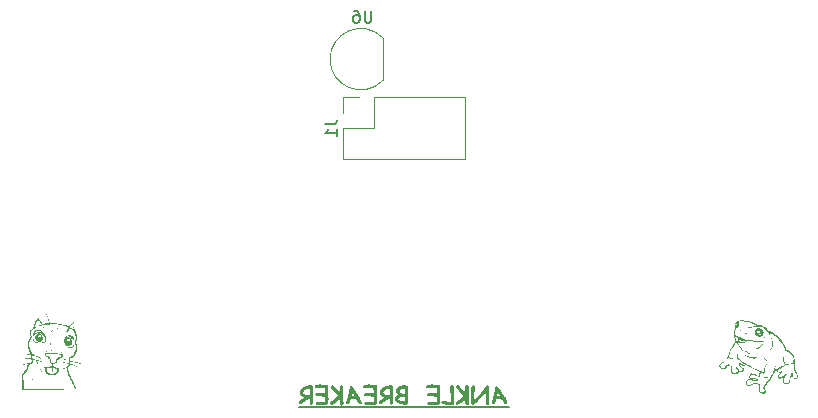
<source format=gbr>
%TF.GenerationSoftware,KiCad,Pcbnew,7.0.2-0*%
%TF.CreationDate,2023-09-22T13:16:16+12:00*%
%TF.ProjectId,SensorBoard,53656e73-6f72-4426-9f61-72642e6b6963,rev?*%
%TF.SameCoordinates,PX60e4b00PY48ab840*%
%TF.FileFunction,Legend,Bot*%
%TF.FilePolarity,Positive*%
%FSLAX46Y46*%
G04 Gerber Fmt 4.6, Leading zero omitted, Abs format (unit mm)*
G04 Created by KiCad (PCBNEW 7.0.2-0) date 2023-09-22 13:16:16*
%MOMM*%
%LPD*%
G01*
G04 APERTURE LIST*
%ADD10C,0.150000*%
%ADD11C,0.300000*%
%ADD12C,0.120000*%
G04 APERTURE END LIST*
D10*
X40671750Y508000D02*
X58388250Y508000D01*
D11*
G36*
X49475915Y2357331D02*
G01*
X49497377Y2357069D01*
X49518036Y2356632D01*
X49537889Y2356021D01*
X49556939Y2355235D01*
X49575184Y2354275D01*
X49592625Y2353140D01*
X49609262Y2351831D01*
X49625094Y2350347D01*
X49640122Y2348688D01*
X49661156Y2345873D01*
X49680381Y2342664D01*
X49697796Y2339063D01*
X49713401Y2335070D01*
X49723625Y2333737D01*
X49743186Y2330631D01*
X49761561Y2326939D01*
X49778752Y2322660D01*
X49794757Y2317794D01*
X49809578Y2312342D01*
X49829587Y2303063D01*
X49846930Y2292464D01*
X49861607Y2280544D01*
X49873617Y2267305D01*
X49882962Y2252745D01*
X49889640Y2236865D01*
X49893652Y2219665D01*
X49895575Y2205823D01*
X49897132Y2191226D01*
X49898323Y2175873D01*
X49899147Y2159764D01*
X49899605Y2142900D01*
X49899697Y2125280D01*
X49899422Y2106905D01*
X49898781Y2087774D01*
X49898300Y2070555D01*
X49897774Y2053335D01*
X49897201Y2036116D01*
X49896583Y2018897D01*
X49895919Y2001678D01*
X49895209Y1984459D01*
X49894453Y1967240D01*
X49893652Y1950021D01*
X49893652Y875108D01*
X49893462Y867944D01*
X49891320Y850259D01*
X49886800Y832896D01*
X49881470Y819237D01*
X49874618Y805785D01*
X49866243Y792539D01*
X49856346Y779498D01*
X49844926Y766664D01*
X49832452Y754815D01*
X49819578Y744545D01*
X49806303Y735855D01*
X49792627Y728745D01*
X49778551Y723216D01*
X49764074Y719266D01*
X49749196Y716896D01*
X49733917Y716106D01*
X49711120Y716192D01*
X49688571Y716451D01*
X49666269Y716882D01*
X49644215Y717485D01*
X49622409Y718261D01*
X49600850Y719210D01*
X49579538Y720331D01*
X49558474Y721624D01*
X49537658Y723090D01*
X49517090Y724728D01*
X49496769Y726539D01*
X49476695Y728522D01*
X49456869Y730678D01*
X49437291Y733006D01*
X49417960Y735506D01*
X49398877Y738179D01*
X49380041Y741025D01*
X49361453Y744043D01*
X49343113Y747233D01*
X49325020Y750596D01*
X49307175Y754131D01*
X49289577Y757838D01*
X49272227Y761719D01*
X49255125Y765771D01*
X49238270Y769996D01*
X49221663Y774394D01*
X49205303Y778963D01*
X49189191Y783706D01*
X49173326Y788621D01*
X49157709Y793708D01*
X49142340Y798968D01*
X49127218Y804400D01*
X49120403Y806980D01*
X49100067Y815185D01*
X49086599Y821041D01*
X49073202Y827206D01*
X49059877Y833680D01*
X49046624Y840464D01*
X49033442Y847556D01*
X49020331Y854958D01*
X49007292Y862669D01*
X48994325Y870689D01*
X48981429Y879018D01*
X48968605Y887656D01*
X48955852Y896603D01*
X48943171Y905860D01*
X48930562Y915425D01*
X48918024Y925300D01*
X48899923Y940422D01*
X48882990Y955657D01*
X48867225Y971002D01*
X48852628Y986460D01*
X48839198Y1002029D01*
X48826937Y1017710D01*
X48815843Y1033502D01*
X48805916Y1049406D01*
X48797158Y1065421D01*
X48789567Y1081549D01*
X48783145Y1097787D01*
X48777890Y1114138D01*
X48773802Y1130600D01*
X48770883Y1147174D01*
X48769131Y1163859D01*
X48768853Y1171863D01*
X49049915Y1171863D01*
X49049957Y1168253D01*
X49053709Y1153962D01*
X49063198Y1139911D01*
X49074078Y1129531D01*
X49088185Y1119286D01*
X49105518Y1109176D01*
X49118866Y1102511D01*
X49133648Y1095907D01*
X49149864Y1089362D01*
X49167514Y1082878D01*
X49186598Y1076454D01*
X49207115Y1070090D01*
X49229067Y1063786D01*
X49254826Y1056829D01*
X49280352Y1050247D01*
X49305647Y1044041D01*
X49330710Y1038209D01*
X49355542Y1032752D01*
X49380141Y1027670D01*
X49404508Y1022963D01*
X49428644Y1018631D01*
X49452548Y1014674D01*
X49476220Y1011092D01*
X49499660Y1007885D01*
X49522868Y1005053D01*
X49545845Y1002596D01*
X49568590Y1000513D01*
X49591102Y998806D01*
X49613383Y997474D01*
X49613383Y1372631D01*
X49601819Y1372202D01*
X49579233Y1371387D01*
X49557371Y1370625D01*
X49536234Y1369918D01*
X49515821Y1369266D01*
X49496131Y1368668D01*
X49477166Y1368124D01*
X49458925Y1367634D01*
X49441409Y1367199D01*
X49424616Y1366819D01*
X49408547Y1366492D01*
X49393203Y1366220D01*
X49371544Y1365914D01*
X49351515Y1365731D01*
X49333115Y1365670D01*
X49323319Y1364506D01*
X49308469Y1362176D01*
X49293433Y1359144D01*
X49278210Y1355410D01*
X49262800Y1350974D01*
X49247203Y1345836D01*
X49231420Y1339996D01*
X49215450Y1333454D01*
X49199293Y1326210D01*
X49182949Y1318264D01*
X49166419Y1309616D01*
X49159429Y1305821D01*
X49146096Y1298133D01*
X49127719Y1286355D01*
X49111286Y1274280D01*
X49096798Y1261908D01*
X49084255Y1249241D01*
X49073657Y1236277D01*
X49065004Y1223017D01*
X49058296Y1209461D01*
X49052377Y1190925D01*
X49049915Y1171863D01*
X48768853Y1171863D01*
X48768547Y1180656D01*
X48769317Y1200655D01*
X48771626Y1220674D01*
X48775474Y1240712D01*
X48780861Y1260769D01*
X48787787Y1280846D01*
X48796252Y1300942D01*
X48802751Y1314350D01*
X48809934Y1327767D01*
X48817800Y1341192D01*
X48826351Y1354626D01*
X48835586Y1368068D01*
X48845505Y1381519D01*
X48856108Y1394979D01*
X48865860Y1406833D01*
X48875789Y1418306D01*
X48885895Y1429399D01*
X48896179Y1440110D01*
X48911938Y1455464D01*
X48928096Y1469962D01*
X48944653Y1483603D01*
X48961610Y1496387D01*
X48978966Y1508315D01*
X48996721Y1519387D01*
X49014875Y1529602D01*
X49033429Y1538960D01*
X49028189Y1543576D01*
X49013061Y1557318D01*
X48998822Y1570899D01*
X48985472Y1584319D01*
X48973011Y1597578D01*
X48961438Y1610676D01*
X48950754Y1623613D01*
X48940959Y1636389D01*
X48932052Y1649003D01*
X48924035Y1661457D01*
X48914727Y1677812D01*
X48909492Y1687939D01*
X48902272Y1703665D01*
X48895813Y1720036D01*
X48890114Y1737050D01*
X48885174Y1754709D01*
X48880995Y1773011D01*
X48877575Y1791957D01*
X48874915Y1811548D01*
X48873016Y1831782D01*
X48871876Y1852661D01*
X48871535Y1871985D01*
X49156893Y1871985D01*
X49158126Y1847535D01*
X49161822Y1824467D01*
X49167983Y1802781D01*
X49176608Y1782478D01*
X49187698Y1763557D01*
X49201252Y1746019D01*
X49217271Y1729863D01*
X49235753Y1715090D01*
X49256701Y1701699D01*
X49280112Y1689690D01*
X49305988Y1679064D01*
X49319850Y1674270D01*
X49334328Y1669821D01*
X49349423Y1665717D01*
X49365133Y1661960D01*
X49381459Y1658548D01*
X49398402Y1655481D01*
X49415961Y1652760D01*
X49434135Y1650385D01*
X49452926Y1648355D01*
X49472333Y1646671D01*
X49481603Y1646051D01*
X49498872Y1645618D01*
X49514322Y1645812D01*
X49531226Y1646488D01*
X49549584Y1647644D01*
X49564307Y1648827D01*
X49579848Y1650280D01*
X49596207Y1652004D01*
X49613383Y1653998D01*
X49612284Y1863925D01*
X49613383Y2076050D01*
X49609625Y2076272D01*
X49593371Y2076851D01*
X49578384Y2077166D01*
X49560077Y2077424D01*
X49544168Y2077580D01*
X49526392Y2077703D01*
X49506748Y2077794D01*
X49485236Y2077853D01*
X49469857Y2077875D01*
X49453648Y2077882D01*
X49440186Y2077613D01*
X49420169Y2076200D01*
X49400365Y2073577D01*
X49380774Y2069743D01*
X49361395Y2064698D01*
X49342228Y2058443D01*
X49323274Y2050977D01*
X49304533Y2042300D01*
X49286004Y2032413D01*
X49267687Y2021314D01*
X49249584Y2009005D01*
X49238359Y2000742D01*
X49222881Y1988272D01*
X49209032Y1975712D01*
X49196812Y1963062D01*
X49186221Y1950321D01*
X49177260Y1937491D01*
X49169928Y1924570D01*
X49162687Y1907202D01*
X49158342Y1889674D01*
X49156893Y1871985D01*
X48871535Y1871985D01*
X48871496Y1874183D01*
X48871700Y1887600D01*
X48873334Y1914013D01*
X48876603Y1939864D01*
X48881506Y1965155D01*
X48888043Y1989884D01*
X48896215Y2014053D01*
X48906021Y2037661D01*
X48917461Y2060707D01*
X48930536Y2083193D01*
X48945245Y2105117D01*
X48961588Y2126481D01*
X48979566Y2147284D01*
X48999178Y2167525D01*
X49020424Y2187206D01*
X49031660Y2196836D01*
X49043304Y2206325D01*
X49055358Y2215675D01*
X49067819Y2224884D01*
X49080690Y2233953D01*
X49103012Y2248904D01*
X49125466Y2262890D01*
X49148052Y2275912D01*
X49170769Y2287969D01*
X49193619Y2299061D01*
X49216599Y2309189D01*
X49239712Y2318353D01*
X49262956Y2326552D01*
X49286332Y2333786D01*
X49309839Y2340056D01*
X49333478Y2345361D01*
X49357249Y2349701D01*
X49381151Y2353077D01*
X49405185Y2355489D01*
X49429351Y2356936D01*
X49453648Y2357418D01*
X49475915Y2357331D01*
G37*
G36*
X48456177Y2357793D02*
G01*
X48472021Y2356181D01*
X48487157Y2353191D01*
X48501585Y2348823D01*
X48515304Y2343076D01*
X48528315Y2335951D01*
X48540618Y2327448D01*
X48552212Y2317567D01*
X48563098Y2306308D01*
X48573275Y2293670D01*
X48582720Y2279646D01*
X48590906Y2265231D01*
X48597833Y2250428D01*
X48603500Y2235235D01*
X48607908Y2219653D01*
X48611056Y2203682D01*
X48612946Y2187322D01*
X48613575Y2170572D01*
X48615773Y1327201D01*
X48615776Y1322226D01*
X48615808Y1306387D01*
X48615879Y1289184D01*
X48615988Y1270615D01*
X48616136Y1250681D01*
X48616323Y1229382D01*
X48616469Y1214424D01*
X48616632Y1198859D01*
X48616812Y1182688D01*
X48617010Y1165910D01*
X48617225Y1148524D01*
X48617456Y1130533D01*
X48617705Y1111934D01*
X48617972Y1092728D01*
X48618084Y1083050D01*
X48618299Y1064148D01*
X48618499Y1045852D01*
X48618685Y1028164D01*
X48618857Y1011082D01*
X48619015Y994607D01*
X48619158Y978739D01*
X48619286Y963478D01*
X48619401Y948823D01*
X48619546Y927979D01*
X48619659Y908500D01*
X48619739Y890387D01*
X48619787Y873638D01*
X48619803Y858255D01*
X48619643Y850864D01*
X48617840Y833023D01*
X48614033Y816095D01*
X48608223Y800079D01*
X48600409Y784975D01*
X48590592Y770784D01*
X48578771Y757505D01*
X48570828Y750107D01*
X48556789Y739393D01*
X48541748Y730701D01*
X48525705Y724030D01*
X48508661Y719381D01*
X48490614Y716753D01*
X48475456Y716106D01*
X48464096Y716495D01*
X48445964Y718877D01*
X48428833Y723422D01*
X48412705Y730132D01*
X48397578Y739007D01*
X48383453Y750046D01*
X48372874Y760436D01*
X48370327Y763226D01*
X48360947Y774772D01*
X48351042Y790074D01*
X48343159Y806342D01*
X48337296Y823577D01*
X48334062Y838059D01*
X48332122Y853160D01*
X48331475Y868880D01*
X48331486Y871408D01*
X48331752Y887211D01*
X48332185Y905035D01*
X48332584Y919763D01*
X48333072Y936766D01*
X48333649Y956044D01*
X48334314Y977598D01*
X48335068Y1001428D01*
X48335911Y1027533D01*
X48336843Y1055913D01*
X48337342Y1070957D01*
X48337863Y1086569D01*
X48338407Y1102750D01*
X48338972Y1119500D01*
X48339560Y1136819D01*
X48340170Y1154707D01*
X48340802Y1173164D01*
X48341457Y1192189D01*
X48342133Y1211783D01*
X48342832Y1231947D01*
X48319514Y1223992D01*
X48296317Y1215654D01*
X48273240Y1206931D01*
X48250285Y1197823D01*
X48227451Y1188332D01*
X48204737Y1178456D01*
X48182144Y1168196D01*
X48159673Y1157552D01*
X48137322Y1146523D01*
X48115092Y1135111D01*
X48092983Y1123314D01*
X48070995Y1111132D01*
X48049128Y1098567D01*
X48027382Y1085617D01*
X48005757Y1072283D01*
X47984253Y1058565D01*
X47962870Y1044462D01*
X47941607Y1029976D01*
X47920466Y1015105D01*
X47899445Y999849D01*
X47878546Y984210D01*
X47857767Y968186D01*
X47837109Y951778D01*
X47816573Y934986D01*
X47796157Y917809D01*
X47775862Y900248D01*
X47755688Y882303D01*
X47735635Y863974D01*
X47715703Y845260D01*
X47695891Y826163D01*
X47676201Y806680D01*
X47656632Y786814D01*
X47644857Y775737D01*
X47632795Y766137D01*
X47620448Y758015D01*
X47604611Y749938D01*
X47588326Y744169D01*
X47571595Y740707D01*
X47554416Y739553D01*
X47539744Y740246D01*
X47522129Y743060D01*
X47505319Y748038D01*
X47489314Y755181D01*
X47474114Y764489D01*
X47462533Y773493D01*
X47451468Y783883D01*
X47448808Y786671D01*
X47439014Y798157D01*
X47430570Y810181D01*
X47421915Y825968D01*
X47415372Y842596D01*
X47410939Y860064D01*
X47408912Y874644D01*
X47408237Y889763D01*
X47408377Y896454D01*
X47409955Y912833D01*
X47413286Y928712D01*
X47418370Y944089D01*
X47425207Y958965D01*
X47433797Y973341D01*
X47444140Y987215D01*
X47461932Y1008301D01*
X47480777Y1029336D01*
X47500675Y1050319D01*
X47511019Y1060791D01*
X47521627Y1071250D01*
X47532497Y1081697D01*
X47543631Y1092130D01*
X47555029Y1102551D01*
X47566689Y1112959D01*
X47578613Y1123353D01*
X47590801Y1133735D01*
X47603251Y1144104D01*
X47615965Y1154461D01*
X47628943Y1164804D01*
X47642183Y1175135D01*
X47655687Y1185452D01*
X47669454Y1195757D01*
X47683485Y1206049D01*
X47697779Y1216328D01*
X47712336Y1226594D01*
X47727157Y1236847D01*
X47742241Y1247087D01*
X47757588Y1257315D01*
X47773199Y1267529D01*
X47789072Y1277731D01*
X47805210Y1287920D01*
X47821610Y1298096D01*
X47838274Y1308259D01*
X47855201Y1318409D01*
X47832525Y1327326D01*
X47810568Y1336492D01*
X47789329Y1345908D01*
X47768808Y1355572D01*
X47749006Y1365485D01*
X47729922Y1375647D01*
X47711556Y1386059D01*
X47693909Y1396719D01*
X47676981Y1407628D01*
X47660771Y1418787D01*
X47645279Y1430194D01*
X47630505Y1441851D01*
X47616450Y1453756D01*
X47603114Y1465910D01*
X47590496Y1478314D01*
X47578596Y1490966D01*
X47567416Y1503909D01*
X47556958Y1517093D01*
X47547220Y1530516D01*
X47538204Y1544181D01*
X47529910Y1558085D01*
X47522336Y1572230D01*
X47515484Y1586616D01*
X47509353Y1601242D01*
X47503944Y1616108D01*
X47499255Y1631215D01*
X47495288Y1646562D01*
X47492043Y1662150D01*
X47489518Y1677978D01*
X47487715Y1694047D01*
X47486633Y1710356D01*
X47486448Y1718845D01*
X47776066Y1718845D01*
X47776753Y1712720D01*
X47782249Y1698340D01*
X47789977Y1685692D01*
X47798778Y1673932D01*
X47809726Y1661062D01*
X47820030Y1649968D01*
X47831067Y1638892D01*
X47842378Y1628376D01*
X47853965Y1618421D01*
X47865826Y1609027D01*
X47877962Y1600194D01*
X47890372Y1591923D01*
X47903058Y1584212D01*
X47916018Y1577062D01*
X47931733Y1569254D01*
X47948470Y1561949D01*
X47966228Y1555149D01*
X47985009Y1548852D01*
X48004811Y1543059D01*
X48025635Y1537769D01*
X48047481Y1532984D01*
X48070349Y1528702D01*
X48094238Y1524924D01*
X48119149Y1521649D01*
X48145083Y1518879D01*
X48172038Y1516612D01*
X48200014Y1514849D01*
X48229013Y1513589D01*
X48243895Y1513149D01*
X48259033Y1512834D01*
X48274427Y1512645D01*
X48290076Y1512582D01*
X48304369Y1512668D01*
X48320049Y1512928D01*
X48335505Y1513315D01*
X48335505Y2076050D01*
X48315334Y2074731D01*
X48296998Y2073521D01*
X48280497Y2072421D01*
X48261352Y2071125D01*
X48245470Y2070023D01*
X48230205Y2068919D01*
X48214971Y2067624D01*
X48195838Y2065267D01*
X48176817Y2062226D01*
X48157908Y2058500D01*
X48139111Y2054091D01*
X48120425Y2048998D01*
X48101850Y2043220D01*
X48083387Y2036759D01*
X48065036Y2029613D01*
X48046797Y2021784D01*
X48028669Y2013270D01*
X48010653Y2004072D01*
X47992748Y1994191D01*
X47974955Y1983625D01*
X47957274Y1972375D01*
X47939704Y1960441D01*
X47922246Y1947823D01*
X47904544Y1934005D01*
X47887985Y1920122D01*
X47872568Y1906173D01*
X47858292Y1892158D01*
X47845159Y1878077D01*
X47833168Y1863931D01*
X47822319Y1849719D01*
X47812611Y1835440D01*
X47804046Y1821096D01*
X47796623Y1806686D01*
X47790342Y1792211D01*
X47785203Y1777669D01*
X47781206Y1763062D01*
X47778351Y1748389D01*
X47776638Y1733650D01*
X47776066Y1718845D01*
X47486448Y1718845D01*
X47486272Y1726905D01*
X47486702Y1747044D01*
X47487991Y1766979D01*
X47490140Y1786709D01*
X47493147Y1806234D01*
X47497015Y1825555D01*
X47501741Y1844671D01*
X47507327Y1863582D01*
X47513773Y1882289D01*
X47521077Y1900791D01*
X47529241Y1919089D01*
X47538265Y1937182D01*
X47548148Y1955070D01*
X47558890Y1972753D01*
X47570492Y1990232D01*
X47582953Y2007506D01*
X47596273Y2024576D01*
X47610453Y2041441D01*
X47625492Y2058101D01*
X47641391Y2074557D01*
X47658149Y2090808D01*
X47675766Y2106854D01*
X47694243Y2122696D01*
X47713579Y2138333D01*
X47733774Y2153765D01*
X47754829Y2168993D01*
X47776743Y2184016D01*
X47799517Y2198834D01*
X47823150Y2213448D01*
X47847642Y2227857D01*
X47872994Y2242062D01*
X47899205Y2256062D01*
X47926276Y2269857D01*
X47945612Y2279109D01*
X47965702Y2287769D01*
X47979513Y2293212D01*
X47993660Y2298393D01*
X48008141Y2303310D01*
X48022957Y2307964D01*
X48038109Y2312355D01*
X48053595Y2316482D01*
X48069416Y2320346D01*
X48085571Y2323947D01*
X48102062Y2327284D01*
X48118888Y2330358D01*
X48136048Y2333169D01*
X48153543Y2335716D01*
X48171374Y2338000D01*
X48174689Y2338358D01*
X48189760Y2339626D01*
X48204531Y2340791D01*
X48223596Y2342258D01*
X48238693Y2343404D01*
X48255699Y2344685D01*
X48274614Y2346101D01*
X48295438Y2347650D01*
X48318171Y2349335D01*
X48342813Y2351154D01*
X48369365Y2353107D01*
X48397825Y2355195D01*
X48412771Y2356290D01*
X48428195Y2357418D01*
X48439624Y2358027D01*
X48456177Y2357793D01*
G37*
G36*
X46228177Y2099497D02*
G01*
X46243874Y2100270D01*
X46258805Y2102336D01*
X46271408Y2104993D01*
X46292254Y2110006D01*
X46313025Y2114696D01*
X46333722Y2119062D01*
X46354344Y2123105D01*
X46374892Y2126824D01*
X46395365Y2130220D01*
X46415765Y2133293D01*
X46436089Y2136042D01*
X46456339Y2138468D01*
X46476515Y2140570D01*
X46496617Y2142349D01*
X46516644Y2143805D01*
X46536596Y2144937D01*
X46556474Y2145745D01*
X46576278Y2146230D01*
X46596007Y2146392D01*
X46615510Y2146209D01*
X46630371Y2145831D01*
X46645431Y2145247D01*
X46660690Y2144457D01*
X46676149Y2143461D01*
X46691808Y2142259D01*
X46707667Y2140851D01*
X46723725Y2139236D01*
X46739983Y2137416D01*
X46756440Y2135390D01*
X46761970Y2134668D01*
X46778628Y2132367D01*
X46795493Y2129860D01*
X46812563Y2127146D01*
X46829839Y2124227D01*
X46847322Y2121101D01*
X46865010Y2117770D01*
X46882905Y2114232D01*
X46901005Y2110488D01*
X46919312Y2106538D01*
X46937825Y2102382D01*
X46950281Y2099497D01*
X46950319Y2081191D01*
X46950430Y2061808D01*
X46950616Y2041348D01*
X46950877Y2019813D01*
X46951212Y1997202D01*
X46951621Y1973514D01*
X46952105Y1948750D01*
X46952663Y1922910D01*
X46953295Y1895993D01*
X46954002Y1868001D01*
X46954784Y1838932D01*
X46955202Y1823994D01*
X46955640Y1808787D01*
X46956095Y1793311D01*
X46956570Y1777566D01*
X46957063Y1761552D01*
X46957574Y1745269D01*
X46958105Y1728717D01*
X46958653Y1711895D01*
X46959221Y1694805D01*
X46959807Y1677446D01*
X46940848Y1678654D01*
X46920738Y1680063D01*
X46904526Y1681242D01*
X46886070Y1682613D01*
X46865371Y1684176D01*
X46842427Y1685930D01*
X46817240Y1687877D01*
X46789808Y1690015D01*
X46760133Y1692345D01*
X46744453Y1693581D01*
X46728213Y1694866D01*
X46711412Y1696199D01*
X46694050Y1697580D01*
X46676126Y1699008D01*
X46657642Y1700485D01*
X46638597Y1702009D01*
X46618991Y1703582D01*
X46598824Y1705202D01*
X46578095Y1706870D01*
X46556806Y1708587D01*
X46532776Y1710494D01*
X46509872Y1712279D01*
X46488091Y1713940D01*
X46467436Y1715479D01*
X46447906Y1716894D01*
X46429500Y1718187D01*
X46412220Y1719356D01*
X46396064Y1720402D01*
X46381033Y1721325D01*
X46360596Y1722479D01*
X46342689Y1723356D01*
X46327314Y1723956D01*
X46310750Y1724325D01*
X46307312Y1724340D01*
X46292383Y1723734D01*
X46274494Y1721268D01*
X46257464Y1716907D01*
X46241292Y1710650D01*
X46225979Y1702496D01*
X46211525Y1692446D01*
X46203265Y1685506D01*
X46190810Y1672753D01*
X46180467Y1658765D01*
X46172235Y1643544D01*
X46166113Y1627088D01*
X46162102Y1609397D01*
X46160414Y1594357D01*
X46160034Y1582557D01*
X46160545Y1567587D01*
X46163227Y1546692D01*
X46168208Y1527671D01*
X46175489Y1510525D01*
X46185068Y1495252D01*
X46196947Y1481854D01*
X46211124Y1470330D01*
X46227601Y1460679D01*
X46246377Y1452903D01*
X46267452Y1447001D01*
X46282779Y1444107D01*
X46290826Y1442973D01*
X46306997Y1442025D01*
X46324597Y1440968D01*
X46343627Y1439801D01*
X46364087Y1438525D01*
X46385977Y1437139D01*
X46401364Y1436154D01*
X46417387Y1435121D01*
X46434045Y1434039D01*
X46451338Y1432909D01*
X46469267Y1431729D01*
X46487832Y1430502D01*
X46507031Y1429225D01*
X46526867Y1427900D01*
X46537023Y1427219D01*
X46555919Y1425595D01*
X46575972Y1423927D01*
X46597181Y1422217D01*
X46619546Y1420464D01*
X46643068Y1418668D01*
X46667746Y1416829D01*
X46693580Y1414947D01*
X46720571Y1413022D01*
X46748718Y1411055D01*
X46778022Y1409044D01*
X46793107Y1408022D01*
X46808481Y1406990D01*
X46824145Y1405947D01*
X46840097Y1404894D01*
X46856339Y1403829D01*
X46872870Y1402754D01*
X46889690Y1401668D01*
X46906799Y1400572D01*
X46924197Y1399464D01*
X46941884Y1398346D01*
X46959860Y1397217D01*
X46978125Y1396078D01*
X46979012Y1380017D01*
X46979842Y1364347D01*
X46980615Y1349070D01*
X46981331Y1334185D01*
X46982297Y1312593D01*
X46983134Y1291883D01*
X46983842Y1272055D01*
X46984422Y1253110D01*
X46984873Y1235047D01*
X46985195Y1217866D01*
X46985388Y1201568D01*
X46985452Y1186151D01*
X46985359Y1161732D01*
X46985080Y1138667D01*
X46984615Y1116956D01*
X46983964Y1096598D01*
X46983127Y1077594D01*
X46982104Y1059944D01*
X46980894Y1043648D01*
X46979499Y1028706D01*
X46977057Y1008831D01*
X46974197Y992002D01*
X46969732Y974303D01*
X46963104Y959793D01*
X46961639Y957906D01*
X46946788Y951531D01*
X46931225Y948890D01*
X46915013Y947242D01*
X46895458Y946005D01*
X46878599Y945348D01*
X46859858Y944923D01*
X46839237Y944730D01*
X46831946Y944717D01*
X46814910Y944763D01*
X46795859Y944900D01*
X46780248Y945064D01*
X46763504Y945278D01*
X46745627Y945544D01*
X46726616Y945862D01*
X46706472Y946231D01*
X46685194Y946652D01*
X46670379Y946961D01*
X46655061Y947293D01*
X46639238Y947648D01*
X46623373Y948003D01*
X46608017Y948335D01*
X46593171Y948644D01*
X46571856Y949065D01*
X46551689Y949434D01*
X46532667Y949752D01*
X46514792Y950018D01*
X46498063Y950233D01*
X46482480Y950396D01*
X46463486Y950533D01*
X46446531Y950579D01*
X46431618Y951187D01*
X46417010Y952550D01*
X46402273Y954380D01*
X46385714Y956807D01*
X46369082Y959234D01*
X46354449Y961065D01*
X46338571Y962543D01*
X46325997Y963035D01*
X46311336Y962509D01*
X46293768Y960369D01*
X46277040Y956584D01*
X46261153Y951153D01*
X46246106Y944076D01*
X46231901Y935353D01*
X46223781Y929330D01*
X46212447Y919512D01*
X46200404Y905904D01*
X46190722Y890812D01*
X46183402Y874234D01*
X46179246Y859903D01*
X46176602Y844621D01*
X46175468Y828390D01*
X46175421Y824183D01*
X46176480Y803690D01*
X46179659Y784801D01*
X46184955Y767515D01*
X46192371Y751832D01*
X46201905Y737753D01*
X46213559Y725278D01*
X46227331Y714406D01*
X46243221Y705138D01*
X46261231Y697473D01*
X46281359Y691412D01*
X46295955Y688262D01*
X46317209Y684858D01*
X46333547Y682774D01*
X46351619Y680839D01*
X46371425Y679053D01*
X46392966Y677416D01*
X46416242Y675927D01*
X46441252Y674588D01*
X46467996Y673397D01*
X46496476Y672355D01*
X46511366Y671890D01*
X46526689Y671462D01*
X46542446Y671072D01*
X46558637Y670718D01*
X46575262Y670402D01*
X46592320Y670123D01*
X46609812Y669881D01*
X46627737Y669676D01*
X46646096Y669509D01*
X46664889Y669379D01*
X46684115Y669286D01*
X46703775Y669230D01*
X46723868Y669211D01*
X46744637Y669300D01*
X46764948Y669568D01*
X46784802Y670013D01*
X46804199Y670637D01*
X46823139Y671438D01*
X46841622Y672418D01*
X46859647Y673576D01*
X46877215Y674913D01*
X46894325Y676427D01*
X46910979Y678120D01*
X46927175Y679991D01*
X46942914Y682040D01*
X46958196Y684267D01*
X46973020Y686672D01*
X47001298Y692017D01*
X47027746Y698075D01*
X47052365Y704846D01*
X47075156Y712329D01*
X47096117Y720525D01*
X47115250Y729434D01*
X47132553Y739055D01*
X47148028Y749389D01*
X47161674Y760436D01*
X47175293Y773947D01*
X47188035Y789293D01*
X47199897Y806473D01*
X47210881Y825489D01*
X47220986Y846338D01*
X47230212Y869023D01*
X47238560Y893542D01*
X47246029Y919896D01*
X47252619Y948085D01*
X47255585Y962867D01*
X47258331Y978108D01*
X47260857Y993807D01*
X47263164Y1009966D01*
X47265251Y1026583D01*
X47267118Y1043658D01*
X47268765Y1061193D01*
X47270193Y1079186D01*
X47271401Y1097637D01*
X47272390Y1116548D01*
X47273159Y1135917D01*
X47273708Y1155744D01*
X47274038Y1176031D01*
X47274147Y1196776D01*
X47274069Y1214723D01*
X47273833Y1233761D01*
X47273439Y1253890D01*
X47272888Y1275109D01*
X47272180Y1297419D01*
X47271314Y1320819D01*
X47270291Y1345309D01*
X47269110Y1370890D01*
X47267772Y1397562D01*
X47266276Y1425324D01*
X47264623Y1454177D01*
X47263738Y1469012D01*
X47262813Y1484120D01*
X47261849Y1499500D01*
X47260845Y1515154D01*
X47259802Y1531079D01*
X47258720Y1547278D01*
X47257598Y1563749D01*
X47256437Y1580492D01*
X47255237Y1597509D01*
X47253997Y1614797D01*
X47252758Y1632085D01*
X47251557Y1649098D01*
X47250396Y1665837D01*
X47249275Y1682300D01*
X47248192Y1698489D01*
X47247150Y1714403D01*
X47246146Y1730042D01*
X47245182Y1745406D01*
X47244257Y1760496D01*
X47243371Y1775311D01*
X47241718Y1804116D01*
X47240223Y1831822D01*
X47238885Y1858430D01*
X47237704Y1883938D01*
X47236681Y1908347D01*
X47235815Y1931657D01*
X47235107Y1953868D01*
X47234556Y1974979D01*
X47234162Y1994992D01*
X47233926Y2013906D01*
X47233847Y2031720D01*
X47234208Y2046545D01*
X47235290Y2063817D01*
X47236743Y2080080D01*
X47238696Y2098042D01*
X47240619Y2113635D01*
X47242863Y2130316D01*
X47244106Y2139065D01*
X47246510Y2156290D01*
X47248594Y2172427D01*
X47250357Y2187476D01*
X47252110Y2204759D01*
X47253362Y2220342D01*
X47254203Y2236798D01*
X47254364Y2246409D01*
X47253800Y2265530D01*
X47252108Y2283418D01*
X47249289Y2300072D01*
X47245342Y2315492D01*
X47240267Y2329679D01*
X47230541Y2348645D01*
X47218277Y2364837D01*
X47203476Y2378252D01*
X47186137Y2388892D01*
X47166261Y2396757D01*
X47151601Y2400457D01*
X47135813Y2402925D01*
X47118897Y2404158D01*
X47110016Y2404312D01*
X47093362Y2403411D01*
X47077198Y2400706D01*
X47061523Y2396198D01*
X47046338Y2389887D01*
X47031641Y2381772D01*
X47026852Y2378667D01*
X47011925Y2382167D01*
X46997096Y2385525D01*
X46982364Y2388739D01*
X46967730Y2391810D01*
X46953192Y2394738D01*
X46938752Y2397523D01*
X46917275Y2401432D01*
X46896017Y2405019D01*
X46874977Y2408284D01*
X46854157Y2411228D01*
X46833555Y2413849D01*
X46813172Y2416148D01*
X46799706Y2417502D01*
X46779613Y2419335D01*
X46759726Y2420988D01*
X46740046Y2422460D01*
X46720571Y2423753D01*
X46701303Y2424865D01*
X46682240Y2425796D01*
X46663384Y2426548D01*
X46644734Y2427119D01*
X46626289Y2427509D01*
X46608051Y2427720D01*
X46596007Y2427760D01*
X46579875Y2427714D01*
X46563946Y2427577D01*
X46548221Y2427348D01*
X46532701Y2427027D01*
X46517384Y2426615D01*
X46502271Y2426111D01*
X46487362Y2425516D01*
X46472657Y2424829D01*
X46443859Y2423180D01*
X46415876Y2421165D01*
X46388709Y2418784D01*
X46362358Y2416036D01*
X46336823Y2412922D01*
X46312103Y2409442D01*
X46288200Y2405595D01*
X46265112Y2401382D01*
X46242839Y2396802D01*
X46221383Y2391856D01*
X46200742Y2386544D01*
X46180916Y2380865D01*
X46163959Y2373393D01*
X46148669Y2364851D01*
X46135048Y2355240D01*
X46123094Y2344561D01*
X46112808Y2332812D01*
X46104190Y2319994D01*
X46097241Y2306107D01*
X46091959Y2291152D01*
X46088345Y2275127D01*
X46086399Y2258033D01*
X46086028Y2246043D01*
X46086931Y2229068D01*
X46089642Y2212720D01*
X46094159Y2196997D01*
X46100482Y2181901D01*
X46108613Y2167430D01*
X46118550Y2153586D01*
X46123031Y2148224D01*
X46133730Y2136804D01*
X46145127Y2126906D01*
X46157223Y2118531D01*
X46173325Y2110204D01*
X46190518Y2104256D01*
X46205058Y2101210D01*
X46220296Y2099688D01*
X46228177Y2099497D01*
G37*
G36*
X45092626Y2285549D02*
G01*
X45107880Y2277532D01*
X45119981Y2268370D01*
X45133628Y2256154D01*
X45148821Y2240884D01*
X45165559Y2222560D01*
X45183843Y2201182D01*
X45193565Y2189348D01*
X45203673Y2176750D01*
X45214167Y2163389D01*
X45225048Y2149265D01*
X45236315Y2134376D01*
X45247968Y2118725D01*
X45260008Y2102309D01*
X45272435Y2085131D01*
X45285247Y2067189D01*
X45298447Y2048483D01*
X45312032Y2029014D01*
X45326004Y2008781D01*
X45340362Y1987785D01*
X45355107Y1966025D01*
X45370238Y1943502D01*
X45385756Y1920215D01*
X45401660Y1896165D01*
X45412847Y1879193D01*
X45423969Y1862255D01*
X45435026Y1845353D01*
X45446018Y1828485D01*
X45456945Y1811653D01*
X45467807Y1794855D01*
X45478604Y1778093D01*
X45489335Y1761366D01*
X45500002Y1744674D01*
X45510603Y1728017D01*
X45521139Y1711395D01*
X45531610Y1694808D01*
X45542016Y1678256D01*
X45552357Y1661739D01*
X45562633Y1645258D01*
X45572843Y1628811D01*
X45582989Y1612399D01*
X45593069Y1596023D01*
X45603085Y1579681D01*
X45613035Y1563375D01*
X45622920Y1547103D01*
X45632740Y1530867D01*
X45642494Y1514666D01*
X45652184Y1498500D01*
X45661809Y1482369D01*
X45671368Y1466272D01*
X45680863Y1450212D01*
X45690292Y1434186D01*
X45699656Y1418195D01*
X45708955Y1402239D01*
X45718189Y1386318D01*
X45727357Y1370432D01*
X45744547Y1365022D01*
X45760120Y1359231D01*
X45774076Y1353061D01*
X45790171Y1344242D01*
X45803391Y1334748D01*
X45815876Y1321931D01*
X45823871Y1308058D01*
X45827375Y1293130D01*
X45827278Y1277149D01*
X45824954Y1262408D01*
X45820523Y1247164D01*
X45814919Y1233412D01*
X45824182Y1214653D01*
X45833152Y1196384D01*
X45841828Y1178606D01*
X45850210Y1161319D01*
X45858297Y1144522D01*
X45866091Y1128217D01*
X45873590Y1112403D01*
X45880795Y1097079D01*
X45887707Y1082246D01*
X45894324Y1067904D01*
X45900647Y1054053D01*
X45912410Y1027824D01*
X45922998Y1003558D01*
X45932409Y981256D01*
X45940643Y960917D01*
X45947702Y942541D01*
X45953583Y926129D01*
X45958289Y911681D01*
X45963142Y893690D01*
X45965494Y876573D01*
X45965318Y869190D01*
X45963338Y851446D01*
X45959157Y834722D01*
X45952776Y819017D01*
X45944195Y804332D01*
X45933413Y790667D01*
X45920431Y778021D01*
X45914708Y773363D01*
X45900013Y763032D01*
X45884762Y754580D01*
X45868958Y748006D01*
X45852598Y743310D01*
X45835684Y740492D01*
X45818216Y739553D01*
X45808323Y739831D01*
X45789352Y742052D01*
X45771469Y746494D01*
X45754673Y753157D01*
X45738965Y762042D01*
X45724345Y773147D01*
X45710812Y786474D01*
X45701377Y797926D01*
X45692553Y810628D01*
X45685271Y824190D01*
X45678127Y837538D01*
X45664251Y863590D01*
X45650925Y888784D01*
X45638148Y913118D01*
X45625920Y936594D01*
X45614243Y959211D01*
X45603114Y980970D01*
X45592535Y1001870D01*
X45582506Y1021911D01*
X45573027Y1041094D01*
X45564096Y1059418D01*
X45555716Y1076883D01*
X45547885Y1093490D01*
X45540603Y1109238D01*
X45533871Y1124127D01*
X45527689Y1138158D01*
X45510742Y1142228D01*
X45492462Y1146195D01*
X45472849Y1150059D01*
X45451903Y1153820D01*
X45437198Y1156270D01*
X45421901Y1158674D01*
X45406012Y1161032D01*
X45389530Y1163345D01*
X45372455Y1165612D01*
X45354788Y1167833D01*
X45336528Y1170008D01*
X45317676Y1172138D01*
X45298232Y1174221D01*
X45278195Y1176259D01*
X45267459Y1177267D01*
X45246556Y1179282D01*
X45226412Y1181297D01*
X45207026Y1183312D01*
X45188399Y1185327D01*
X45170530Y1187342D01*
X45153420Y1189357D01*
X45137068Y1191372D01*
X45121474Y1193387D01*
X45099506Y1196409D01*
X45079245Y1199432D01*
X45060690Y1202454D01*
X45043842Y1205477D01*
X45028701Y1208499D01*
X45023785Y1188950D01*
X45018746Y1169688D01*
X45013584Y1150711D01*
X45008299Y1132021D01*
X45002891Y1113617D01*
X44997360Y1095499D01*
X44991705Y1077667D01*
X44985928Y1060122D01*
X44980027Y1042863D01*
X44974004Y1025890D01*
X44967857Y1009203D01*
X44961587Y992802D01*
X44955195Y976688D01*
X44948679Y960860D01*
X44942040Y945318D01*
X44935278Y930063D01*
X44930127Y918519D01*
X44919832Y896515D01*
X44909545Y875952D01*
X44899267Y856833D01*
X44888997Y839156D01*
X44878736Y822921D01*
X44868483Y808129D01*
X44858239Y794780D01*
X44848004Y782873D01*
X44832667Y767717D01*
X44817350Y755808D01*
X44802052Y747144D01*
X44786773Y741726D01*
X44771513Y739553D01*
X44760972Y739511D01*
X44743876Y741087D01*
X44727369Y744721D01*
X44711454Y750411D01*
X44696128Y758159D01*
X44681393Y767964D01*
X44670030Y777289D01*
X44664573Y782401D01*
X44652472Y795832D01*
X44642570Y810193D01*
X44634869Y825484D01*
X44629368Y841706D01*
X44626068Y858858D01*
X44624967Y876940D01*
X44625004Y879753D01*
X44626268Y895109D01*
X44629340Y912612D01*
X44633098Y928159D01*
X44638012Y945081D01*
X44644083Y963376D01*
X44649395Y977999D01*
X44655357Y993395D01*
X44661970Y1009564D01*
X44670153Y1028868D01*
X44677667Y1046800D01*
X44684510Y1063360D01*
X44690684Y1078549D01*
X44697874Y1096667D01*
X44703873Y1112346D01*
X44709698Y1128516D01*
X44714727Y1144752D01*
X44720356Y1168482D01*
X44725931Y1192045D01*
X44731452Y1215440D01*
X44736920Y1238667D01*
X44742335Y1261727D01*
X44747695Y1284620D01*
X44753002Y1307346D01*
X44758255Y1329903D01*
X44763455Y1352294D01*
X44768601Y1374517D01*
X44773693Y1396572D01*
X44778732Y1418461D01*
X44783717Y1440181D01*
X44784356Y1442973D01*
X45087685Y1442973D01*
X45096444Y1442102D01*
X45111159Y1440886D01*
X45125945Y1439810D01*
X45143411Y1438642D01*
X45158268Y1437706D01*
X45174632Y1436719D01*
X45192503Y1435680D01*
X45211881Y1434589D01*
X45232766Y1433447D01*
X45238852Y1433123D01*
X45256499Y1432108D01*
X45273233Y1431028D01*
X45289051Y1429884D01*
X45308720Y1428258D01*
X45326764Y1426518D01*
X45343182Y1424663D01*
X45361418Y1422184D01*
X45377113Y1419525D01*
X45368357Y1434129D01*
X45359718Y1448540D01*
X45351198Y1462757D01*
X45342795Y1476781D01*
X45334511Y1490612D01*
X45326345Y1504250D01*
X45318296Y1517694D01*
X45310366Y1530946D01*
X45302554Y1544004D01*
X45294860Y1556869D01*
X45279826Y1582019D01*
X45265265Y1606397D01*
X45251176Y1630002D01*
X45237559Y1652833D01*
X45224414Y1674893D01*
X45211741Y1696179D01*
X45199541Y1716692D01*
X45187813Y1736433D01*
X45176557Y1755401D01*
X45165774Y1773596D01*
X45155463Y1791019D01*
X45150132Y1764543D01*
X45144947Y1738697D01*
X45139908Y1713481D01*
X45135015Y1688895D01*
X45130268Y1664938D01*
X45125667Y1641611D01*
X45121212Y1618913D01*
X45116903Y1596846D01*
X45112740Y1575408D01*
X45108723Y1554599D01*
X45104852Y1534421D01*
X45101126Y1514872D01*
X45097547Y1495952D01*
X45094114Y1477663D01*
X45090827Y1460003D01*
X45087685Y1442973D01*
X44784356Y1442973D01*
X44788648Y1461734D01*
X44793525Y1483120D01*
X44798349Y1504339D01*
X44803120Y1525390D01*
X44807836Y1546273D01*
X44812499Y1566989D01*
X44817108Y1587538D01*
X44821664Y1607919D01*
X44826166Y1628133D01*
X44830614Y1648179D01*
X44835009Y1668058D01*
X44839350Y1687769D01*
X44843637Y1707313D01*
X44847870Y1726690D01*
X44852050Y1745899D01*
X44856177Y1764940D01*
X44860249Y1783814D01*
X44864268Y1802521D01*
X44868233Y1821061D01*
X44870981Y1834691D01*
X44876336Y1861307D01*
X44881505Y1887062D01*
X44886488Y1911954D01*
X44891285Y1935985D01*
X44895896Y1959155D01*
X44900321Y1981463D01*
X44904560Y2002910D01*
X44908613Y2023495D01*
X44912480Y2043219D01*
X44916161Y2062081D01*
X44919656Y2080081D01*
X44922964Y2097220D01*
X44926087Y2113498D01*
X44929024Y2128913D01*
X44933080Y2150422D01*
X44938136Y2166970D01*
X44943779Y2182450D01*
X44950008Y2196863D01*
X44956825Y2210208D01*
X44968149Y2228224D01*
X44980794Y2243838D01*
X44994760Y2257049D01*
X45010045Y2267859D01*
X45026650Y2276266D01*
X45044576Y2282272D01*
X45063822Y2285875D01*
X45084388Y2287076D01*
X45092626Y2285549D01*
G37*
G36*
X44116454Y1222421D02*
G01*
X44117553Y783517D01*
X44118454Y766477D01*
X44121159Y749977D01*
X44125667Y734019D01*
X44131978Y718602D01*
X44140093Y703725D01*
X44143198Y698887D01*
X44152775Y686436D01*
X44163371Y675646D01*
X44174986Y666515D01*
X44187620Y659045D01*
X44201273Y653234D01*
X44215945Y649084D01*
X44231635Y646594D01*
X44248345Y645764D01*
X44263289Y646350D01*
X44282263Y648955D01*
X44300149Y653643D01*
X44316947Y660415D01*
X44332658Y669271D01*
X44347281Y680210D01*
X44360816Y693233D01*
X44373264Y708340D01*
X44376206Y712442D01*
X44384621Y725649D01*
X44391914Y739072D01*
X44398085Y752714D01*
X44403134Y766573D01*
X44407867Y784202D01*
X44410848Y802171D01*
X44411970Y816792D01*
X44412110Y824183D01*
X44412096Y838882D01*
X44412054Y854035D01*
X44411984Y869642D01*
X44411887Y885704D01*
X44411761Y902220D01*
X44411607Y919190D01*
X44411426Y936615D01*
X44411217Y954495D01*
X44410980Y972828D01*
X44410714Y991616D01*
X44410421Y1010858D01*
X44410100Y1030555D01*
X44409752Y1050706D01*
X44409375Y1071312D01*
X44408970Y1092372D01*
X44408538Y1113886D01*
X44408077Y1135854D01*
X44407589Y1158277D01*
X44407073Y1181155D01*
X44406528Y1204487D01*
X44405956Y1228273D01*
X44405356Y1252513D01*
X44404728Y1277208D01*
X44404073Y1302357D01*
X44403389Y1327961D01*
X44402677Y1354019D01*
X44401938Y1380531D01*
X44401170Y1407498D01*
X44400375Y1434919D01*
X44399552Y1462795D01*
X44398701Y1491125D01*
X44397822Y1519909D01*
X44396920Y1548693D01*
X44396047Y1577023D01*
X44395203Y1604899D01*
X44394387Y1632320D01*
X44393600Y1659287D01*
X44392841Y1685799D01*
X44392111Y1711857D01*
X44391410Y1737461D01*
X44390738Y1762610D01*
X44390094Y1787305D01*
X44389478Y1811545D01*
X44388891Y1835332D01*
X44388333Y1858663D01*
X44387804Y1881541D01*
X44387303Y1903964D01*
X44386831Y1925932D01*
X44386387Y1947447D01*
X44385972Y1968506D01*
X44385586Y1989112D01*
X44385228Y2009263D01*
X44384899Y2028960D01*
X44384598Y2048202D01*
X44384326Y2066990D01*
X44384083Y2085324D01*
X44383868Y2103203D01*
X44383682Y2120628D01*
X44383525Y2137598D01*
X44383396Y2154114D01*
X44383296Y2170176D01*
X44383224Y2185783D01*
X44383181Y2200936D01*
X44383167Y2215635D01*
X44382165Y2233436D01*
X44379160Y2250432D01*
X44374151Y2266624D01*
X44367139Y2282010D01*
X44358123Y2296591D01*
X44347103Y2310367D01*
X44342134Y2315652D01*
X44328705Y2327684D01*
X44314292Y2337677D01*
X44298895Y2345630D01*
X44282514Y2351545D01*
X44265149Y2355419D01*
X44250549Y2357051D01*
X44239186Y2357418D01*
X44224039Y2356765D01*
X44206039Y2354114D01*
X44189077Y2349424D01*
X44173152Y2342694D01*
X44158265Y2333925D01*
X44144416Y2323116D01*
X44136604Y2315652D01*
X44124888Y2302198D01*
X44115159Y2287939D01*
X44107415Y2272875D01*
X44101656Y2257005D01*
X44097883Y2240331D01*
X44096096Y2222852D01*
X44095937Y2215635D01*
X44096018Y2197470D01*
X44096259Y2178145D01*
X44096662Y2157662D01*
X44097225Y2136019D01*
X44097691Y2120947D01*
X44098227Y2105359D01*
X44098835Y2089256D01*
X44099515Y2072638D01*
X44100267Y2055505D01*
X44101089Y2037857D01*
X44101984Y2019693D01*
X44102950Y2001014D01*
X44103987Y1981820D01*
X44105096Y1962111D01*
X44106480Y1939353D01*
X44107793Y1917517D01*
X44109033Y1896603D01*
X44110203Y1876610D01*
X44111300Y1857540D01*
X44112326Y1839390D01*
X44113281Y1822162D01*
X44114164Y1805856D01*
X44114975Y1790472D01*
X44116058Y1769123D01*
X44116980Y1749848D01*
X44117741Y1732647D01*
X44118341Y1717520D01*
X44118652Y1708587D01*
X44108105Y1719198D01*
X44094506Y1733356D01*
X44077857Y1751061D01*
X44058156Y1772311D01*
X44047162Y1784266D01*
X44035404Y1797108D01*
X44022884Y1810836D01*
X44009601Y1825451D01*
X43995556Y1840953D01*
X43980747Y1857341D01*
X43965176Y1874615D01*
X43948842Y1892776D01*
X43931745Y1911824D01*
X43913886Y1931758D01*
X43895264Y1952579D01*
X43875878Y1974287D01*
X43855731Y1996881D01*
X43834820Y2020361D01*
X43813146Y2044728D01*
X43790710Y2069982D01*
X43767511Y2096122D01*
X43743549Y2123149D01*
X43718825Y2151063D01*
X43693337Y2179863D01*
X43667087Y2209549D01*
X43640074Y2240123D01*
X43612299Y2271582D01*
X43583760Y2303929D01*
X43571636Y2316465D01*
X43559076Y2327330D01*
X43546082Y2336524D01*
X43532652Y2344046D01*
X43518788Y2349896D01*
X43504488Y2354075D01*
X43489753Y2356582D01*
X43474584Y2357418D01*
X43456527Y2356380D01*
X43439221Y2353268D01*
X43422666Y2348080D01*
X43406863Y2340817D01*
X43391812Y2331479D01*
X43377511Y2320066D01*
X43372002Y2314920D01*
X43361698Y2304009D01*
X43350750Y2289565D01*
X43341948Y2274227D01*
X43335294Y2257995D01*
X43330786Y2240868D01*
X43328424Y2222847D01*
X43328038Y2211605D01*
X43331873Y2191913D01*
X43339784Y2172816D01*
X43347454Y2158024D01*
X43357043Y2141583D01*
X43368549Y2123494D01*
X43381973Y2103756D01*
X43397314Y2082370D01*
X43414574Y2059335D01*
X43423922Y2047199D01*
X43433750Y2034651D01*
X43444058Y2021691D01*
X43454845Y2008318D01*
X43466111Y1994534D01*
X43477857Y1980337D01*
X43490083Y1965729D01*
X43502787Y1950708D01*
X43515971Y1935275D01*
X43529635Y1919429D01*
X43543778Y1903172D01*
X43558400Y1886502D01*
X43573502Y1869421D01*
X43584855Y1856740D01*
X43596247Y1844070D01*
X43607676Y1831410D01*
X43619143Y1818759D01*
X43630648Y1806119D01*
X43642191Y1793489D01*
X43653772Y1780868D01*
X43665391Y1768258D01*
X43677047Y1755658D01*
X43688742Y1743068D01*
X43700475Y1730488D01*
X43712245Y1717918D01*
X43724054Y1705357D01*
X43735900Y1692807D01*
X43747784Y1680267D01*
X43759707Y1667737D01*
X43771667Y1655217D01*
X43783665Y1642707D01*
X43795701Y1630207D01*
X43807775Y1617717D01*
X43819887Y1605237D01*
X43832036Y1592767D01*
X43844224Y1580307D01*
X43856450Y1567857D01*
X43868713Y1555417D01*
X43881015Y1542987D01*
X43893354Y1530567D01*
X43905731Y1518157D01*
X43918147Y1505758D01*
X43930600Y1493368D01*
X43943091Y1480988D01*
X43955620Y1468618D01*
X43941601Y1455246D01*
X43927570Y1441873D01*
X43913528Y1428501D01*
X43899475Y1415129D01*
X43885410Y1401757D01*
X43871333Y1388384D01*
X43857245Y1375012D01*
X43843146Y1361640D01*
X43829035Y1348267D01*
X43814913Y1334895D01*
X43800779Y1321523D01*
X43786634Y1308151D01*
X43772478Y1294778D01*
X43758310Y1281406D01*
X43744130Y1268034D01*
X43729939Y1254661D01*
X43713558Y1239490D01*
X43697385Y1224660D01*
X43681421Y1210170D01*
X43665665Y1196020D01*
X43650119Y1182211D01*
X43634782Y1168743D01*
X43619654Y1155616D01*
X43604734Y1142829D01*
X43590024Y1130382D01*
X43575523Y1118277D01*
X43561230Y1106511D01*
X43547147Y1095087D01*
X43533272Y1084003D01*
X43519606Y1073260D01*
X43506150Y1062857D01*
X43492902Y1052795D01*
X43479673Y1043470D01*
X43466180Y1034728D01*
X43452424Y1026571D01*
X43438405Y1018998D01*
X43424123Y1012008D01*
X43409577Y1005602D01*
X43394768Y999781D01*
X43379695Y994543D01*
X43359988Y987372D01*
X43342219Y979048D01*
X43326388Y969572D01*
X43312496Y958942D01*
X43300542Y947160D01*
X43290527Y934226D01*
X43282450Y920138D01*
X43276312Y904898D01*
X43272112Y888505D01*
X43269850Y870959D01*
X43269420Y858622D01*
X43270398Y841963D01*
X43273335Y825511D01*
X43278230Y809265D01*
X43285082Y793226D01*
X43292287Y780016D01*
X43297263Y772160D01*
X43307258Y759022D01*
X43318192Y747636D01*
X43330064Y738002D01*
X43342876Y730119D01*
X43356626Y723988D01*
X43371315Y719609D01*
X43386942Y716982D01*
X43403509Y716106D01*
X43422261Y716864D01*
X43441697Y719140D01*
X43461817Y722932D01*
X43482621Y728242D01*
X43504109Y735068D01*
X43526281Y743411D01*
X43549137Y753272D01*
X43572678Y764649D01*
X43596902Y777543D01*
X43621811Y791955D01*
X43634521Y799729D01*
X43647403Y807883D01*
X43660456Y816416D01*
X43673680Y825328D01*
X43687075Y834620D01*
X43700640Y844290D01*
X43714377Y854340D01*
X43728285Y864770D01*
X43742364Y875578D01*
X43756614Y886766D01*
X43771035Y898333D01*
X43785627Y910279D01*
X43800425Y922858D01*
X43812154Y933162D01*
X43825375Y945001D01*
X43840087Y958373D01*
X43856290Y973279D01*
X43873984Y989720D01*
X43893169Y1007695D01*
X43913846Y1027204D01*
X43924744Y1037533D01*
X43936014Y1048247D01*
X43947657Y1059343D01*
X43959673Y1070824D01*
X43972062Y1082688D01*
X43984823Y1094935D01*
X43997958Y1107566D01*
X44011465Y1120581D01*
X44025345Y1133979D01*
X44039598Y1147760D01*
X44054223Y1161925D01*
X44069222Y1176474D01*
X44084593Y1191406D01*
X44100337Y1206722D01*
X44116454Y1222421D01*
G37*
G36*
X42098519Y2099497D02*
G01*
X42114216Y2100270D01*
X42129147Y2102336D01*
X42141750Y2104993D01*
X42162596Y2110006D01*
X42183367Y2114696D01*
X42204064Y2119062D01*
X42224686Y2123105D01*
X42245234Y2126824D01*
X42265707Y2130220D01*
X42286106Y2133293D01*
X42306431Y2136042D01*
X42326681Y2138468D01*
X42346857Y2140570D01*
X42366958Y2142349D01*
X42386985Y2143805D01*
X42406938Y2144937D01*
X42426816Y2145745D01*
X42446620Y2146230D01*
X42466349Y2146392D01*
X42485852Y2146209D01*
X42500713Y2145831D01*
X42515773Y2145247D01*
X42531032Y2144457D01*
X42546491Y2143461D01*
X42562150Y2142259D01*
X42578009Y2140851D01*
X42594067Y2139236D01*
X42610325Y2137416D01*
X42626782Y2135390D01*
X42632312Y2134668D01*
X42648970Y2132367D01*
X42665834Y2129860D01*
X42682905Y2127146D01*
X42700181Y2124227D01*
X42717664Y2121101D01*
X42735352Y2117770D01*
X42753247Y2114232D01*
X42771347Y2110488D01*
X42789654Y2106538D01*
X42808167Y2102382D01*
X42820623Y2099497D01*
X42820661Y2081191D01*
X42820772Y2061808D01*
X42820958Y2041348D01*
X42821219Y2019813D01*
X42821554Y1997202D01*
X42821963Y1973514D01*
X42822447Y1948750D01*
X42823005Y1922910D01*
X42823637Y1895993D01*
X42824344Y1868001D01*
X42825126Y1838932D01*
X42825544Y1823994D01*
X42825981Y1808787D01*
X42826437Y1793311D01*
X42826912Y1777566D01*
X42827405Y1761552D01*
X42827916Y1745269D01*
X42828447Y1728717D01*
X42828995Y1711895D01*
X42829563Y1694805D01*
X42830149Y1677446D01*
X42811189Y1678654D01*
X42791080Y1680063D01*
X42774868Y1681242D01*
X42756412Y1682613D01*
X42735713Y1684176D01*
X42712769Y1685930D01*
X42687582Y1687877D01*
X42660150Y1690015D01*
X42630475Y1692345D01*
X42614795Y1693581D01*
X42598555Y1694866D01*
X42581754Y1696199D01*
X42564392Y1697580D01*
X42546468Y1699008D01*
X42527984Y1700485D01*
X42508939Y1702009D01*
X42489333Y1703582D01*
X42469166Y1705202D01*
X42448437Y1706870D01*
X42427148Y1708587D01*
X42403118Y1710494D01*
X42380213Y1712279D01*
X42358433Y1713940D01*
X42337778Y1715479D01*
X42318248Y1716894D01*
X42299842Y1718187D01*
X42282562Y1719356D01*
X42266406Y1720402D01*
X42251375Y1721325D01*
X42230938Y1722479D01*
X42213031Y1723356D01*
X42197656Y1723956D01*
X42181092Y1724325D01*
X42177654Y1724340D01*
X42162725Y1723734D01*
X42144836Y1721268D01*
X42127806Y1716907D01*
X42111634Y1710650D01*
X42096321Y1702496D01*
X42081867Y1692446D01*
X42073607Y1685506D01*
X42061152Y1672753D01*
X42050809Y1658765D01*
X42042577Y1643544D01*
X42036455Y1627088D01*
X42032444Y1609397D01*
X42030756Y1594357D01*
X42030376Y1582557D01*
X42030887Y1567587D01*
X42033569Y1546692D01*
X42038550Y1527671D01*
X42045831Y1510525D01*
X42055410Y1495252D01*
X42067289Y1481854D01*
X42081466Y1470330D01*
X42097943Y1460679D01*
X42116719Y1452903D01*
X42137794Y1447001D01*
X42153121Y1444107D01*
X42161168Y1442973D01*
X42177339Y1442025D01*
X42194939Y1440968D01*
X42213969Y1439801D01*
X42234429Y1438525D01*
X42256319Y1437139D01*
X42271706Y1436154D01*
X42287729Y1435121D01*
X42304387Y1434039D01*
X42321680Y1432909D01*
X42339609Y1431729D01*
X42358174Y1430502D01*
X42377373Y1429225D01*
X42397209Y1427900D01*
X42407364Y1427219D01*
X42426261Y1425595D01*
X42446314Y1423927D01*
X42467523Y1422217D01*
X42489888Y1420464D01*
X42513410Y1418668D01*
X42538088Y1416829D01*
X42563922Y1414947D01*
X42590913Y1413022D01*
X42619060Y1411055D01*
X42648363Y1409044D01*
X42663449Y1408022D01*
X42678823Y1406990D01*
X42694487Y1405947D01*
X42710439Y1404894D01*
X42726681Y1403829D01*
X42743212Y1402754D01*
X42760032Y1401668D01*
X42777141Y1400572D01*
X42794539Y1399464D01*
X42812226Y1398346D01*
X42830202Y1397217D01*
X42848467Y1396078D01*
X42849354Y1380017D01*
X42850184Y1364347D01*
X42850957Y1349070D01*
X42851673Y1334185D01*
X42852639Y1312593D01*
X42853476Y1291883D01*
X42854184Y1272055D01*
X42854764Y1253110D01*
X42855215Y1235047D01*
X42855537Y1217866D01*
X42855730Y1201568D01*
X42855794Y1186151D01*
X42855701Y1161732D01*
X42855422Y1138667D01*
X42854957Y1116956D01*
X42854306Y1096598D01*
X42853469Y1077594D01*
X42852446Y1059944D01*
X42851236Y1043648D01*
X42849841Y1028706D01*
X42847399Y1008831D01*
X42844539Y992002D01*
X42840074Y974303D01*
X42833446Y959793D01*
X42831981Y957906D01*
X42817130Y951531D01*
X42801567Y948890D01*
X42785355Y947242D01*
X42765800Y946005D01*
X42748940Y945348D01*
X42730200Y944923D01*
X42709579Y944730D01*
X42702288Y944717D01*
X42685252Y944763D01*
X42666201Y944900D01*
X42650590Y945064D01*
X42633846Y945278D01*
X42615969Y945544D01*
X42596958Y945862D01*
X42576814Y946231D01*
X42555536Y946652D01*
X42540721Y946961D01*
X42525402Y947293D01*
X42509580Y947648D01*
X42493715Y948003D01*
X42478359Y948335D01*
X42463513Y948644D01*
X42442198Y949065D01*
X42422030Y949434D01*
X42403009Y949752D01*
X42385134Y950018D01*
X42368405Y950233D01*
X42352822Y950396D01*
X42333828Y950533D01*
X42316872Y950579D01*
X42301960Y951187D01*
X42287352Y952550D01*
X42272615Y954380D01*
X42256056Y956807D01*
X42239424Y959234D01*
X42224791Y961065D01*
X42208913Y962543D01*
X42196339Y963035D01*
X42181678Y962509D01*
X42164110Y960369D01*
X42147382Y956584D01*
X42131495Y951153D01*
X42116448Y944076D01*
X42102243Y935353D01*
X42094123Y929330D01*
X42082789Y919512D01*
X42070746Y905904D01*
X42061064Y890812D01*
X42053744Y874234D01*
X42049588Y859903D01*
X42046944Y844621D01*
X42045810Y828390D01*
X42045763Y824183D01*
X42046822Y803690D01*
X42050000Y784801D01*
X42055297Y767515D01*
X42062713Y751832D01*
X42072247Y737753D01*
X42083901Y725278D01*
X42097673Y714406D01*
X42113563Y705138D01*
X42131573Y697473D01*
X42151701Y691412D01*
X42166297Y688262D01*
X42187551Y684858D01*
X42203888Y682774D01*
X42221961Y680839D01*
X42241767Y679053D01*
X42263308Y677416D01*
X42286584Y675927D01*
X42311594Y674588D01*
X42338338Y673397D01*
X42366818Y672355D01*
X42381708Y671890D01*
X42397031Y671462D01*
X42412788Y671072D01*
X42428979Y670718D01*
X42445604Y670402D01*
X42462662Y670123D01*
X42480154Y669881D01*
X42498079Y669676D01*
X42516438Y669509D01*
X42535231Y669379D01*
X42554457Y669286D01*
X42574117Y669230D01*
X42594210Y669211D01*
X42614979Y669300D01*
X42635290Y669568D01*
X42655144Y670013D01*
X42674541Y670637D01*
X42693481Y671438D01*
X42711963Y672418D01*
X42729989Y673576D01*
X42747557Y674913D01*
X42764667Y676427D01*
X42781321Y678120D01*
X42797517Y679991D01*
X42813256Y682040D01*
X42828538Y684267D01*
X42843362Y686672D01*
X42871640Y692017D01*
X42898088Y698075D01*
X42922707Y704846D01*
X42945498Y712329D01*
X42966459Y720525D01*
X42985592Y729434D01*
X43002895Y739055D01*
X43018370Y749389D01*
X43032016Y760436D01*
X43045635Y773947D01*
X43058377Y789293D01*
X43070239Y806473D01*
X43081223Y825489D01*
X43091328Y846338D01*
X43100554Y869023D01*
X43108902Y893542D01*
X43116371Y919896D01*
X43122961Y948085D01*
X43125927Y962867D01*
X43128673Y978108D01*
X43131199Y993807D01*
X43133506Y1009966D01*
X43135593Y1026583D01*
X43137460Y1043658D01*
X43139107Y1061193D01*
X43140535Y1079186D01*
X43141743Y1097637D01*
X43142732Y1116548D01*
X43143501Y1135917D01*
X43144050Y1155744D01*
X43144380Y1176031D01*
X43144489Y1196776D01*
X43144411Y1214723D01*
X43144175Y1233761D01*
X43143781Y1253890D01*
X43143230Y1275109D01*
X43142522Y1297419D01*
X43141656Y1320819D01*
X43140633Y1345309D01*
X43139452Y1370890D01*
X43138114Y1397562D01*
X43136618Y1425324D01*
X43134965Y1454177D01*
X43134080Y1469012D01*
X43133155Y1484120D01*
X43132191Y1499500D01*
X43131187Y1515154D01*
X43130144Y1531079D01*
X43129062Y1547278D01*
X43127940Y1563749D01*
X43126779Y1580492D01*
X43125579Y1597509D01*
X43124339Y1614797D01*
X43123100Y1632085D01*
X43121899Y1649098D01*
X43120738Y1665837D01*
X43119617Y1682300D01*
X43118534Y1698489D01*
X43117491Y1714403D01*
X43116488Y1730042D01*
X43115524Y1745406D01*
X43114599Y1760496D01*
X43113713Y1775311D01*
X43112060Y1804116D01*
X43110565Y1831822D01*
X43109227Y1858430D01*
X43108046Y1883938D01*
X43107023Y1908347D01*
X43106157Y1931657D01*
X43105449Y1953868D01*
X43104898Y1974979D01*
X43104504Y1994992D01*
X43104268Y2013906D01*
X43104189Y2031720D01*
X43104550Y2046545D01*
X43105632Y2063817D01*
X43107084Y2080080D01*
X43109038Y2098042D01*
X43110961Y2113635D01*
X43113205Y2130316D01*
X43114448Y2139065D01*
X43116852Y2156290D01*
X43118935Y2172427D01*
X43120699Y2187476D01*
X43122452Y2204759D01*
X43123704Y2220342D01*
X43124545Y2236798D01*
X43124706Y2246409D01*
X43124142Y2265530D01*
X43122450Y2283418D01*
X43119631Y2300072D01*
X43115684Y2315492D01*
X43110609Y2329679D01*
X43100883Y2348645D01*
X43088619Y2364837D01*
X43073818Y2378252D01*
X43056479Y2388892D01*
X43036603Y2396757D01*
X43021943Y2400457D01*
X43006155Y2402925D01*
X42989239Y2404158D01*
X42980358Y2404312D01*
X42963704Y2403411D01*
X42947540Y2400706D01*
X42931865Y2396198D01*
X42916679Y2389887D01*
X42901983Y2381772D01*
X42897193Y2378667D01*
X42882267Y2382167D01*
X42867438Y2385525D01*
X42852706Y2388739D01*
X42838071Y2391810D01*
X42823534Y2394738D01*
X42809094Y2397523D01*
X42787617Y2401432D01*
X42766359Y2405019D01*
X42745319Y2408284D01*
X42724499Y2411228D01*
X42703897Y2413849D01*
X42683514Y2416148D01*
X42670048Y2417502D01*
X42649955Y2419335D01*
X42630068Y2420988D01*
X42610388Y2422460D01*
X42590913Y2423753D01*
X42571644Y2424865D01*
X42552582Y2425796D01*
X42533726Y2426548D01*
X42515076Y2427119D01*
X42496631Y2427509D01*
X42478393Y2427720D01*
X42466349Y2427760D01*
X42450217Y2427714D01*
X42434288Y2427577D01*
X42418563Y2427348D01*
X42403043Y2427027D01*
X42387726Y2426615D01*
X42372613Y2426111D01*
X42357704Y2425516D01*
X42342999Y2424829D01*
X42314201Y2423180D01*
X42286218Y2421165D01*
X42259051Y2418784D01*
X42232700Y2416036D01*
X42207165Y2412922D01*
X42182445Y2409442D01*
X42158542Y2405595D01*
X42135453Y2401382D01*
X42113181Y2396802D01*
X42091724Y2391856D01*
X42071084Y2386544D01*
X42051258Y2380865D01*
X42034301Y2373393D01*
X42019011Y2364851D01*
X42005390Y2355240D01*
X41993436Y2344561D01*
X41983150Y2332812D01*
X41974532Y2319994D01*
X41967582Y2306107D01*
X41962301Y2291152D01*
X41958687Y2275127D01*
X41956741Y2258033D01*
X41956370Y2246043D01*
X41957273Y2229068D01*
X41959984Y2212720D01*
X41964501Y2196997D01*
X41970824Y2181901D01*
X41978955Y2167430D01*
X41988892Y2153586D01*
X41993373Y2148224D01*
X42004072Y2136804D01*
X42015469Y2126906D01*
X42027565Y2118531D01*
X42043667Y2110204D01*
X42060860Y2104256D01*
X42075400Y2101210D01*
X42090638Y2099688D01*
X42098519Y2099497D01*
G37*
G36*
X41671110Y2357793D02*
G01*
X41686955Y2356181D01*
X41702091Y2353191D01*
X41716519Y2348823D01*
X41730238Y2343076D01*
X41743249Y2335951D01*
X41755552Y2327448D01*
X41767146Y2317567D01*
X41778032Y2306308D01*
X41788209Y2293670D01*
X41797654Y2279646D01*
X41805840Y2265231D01*
X41812767Y2250428D01*
X41818434Y2235235D01*
X41822842Y2219653D01*
X41825990Y2203682D01*
X41827879Y2187322D01*
X41828509Y2170572D01*
X41830707Y1327201D01*
X41830709Y1322226D01*
X41830741Y1306387D01*
X41830812Y1289184D01*
X41830922Y1270615D01*
X41831070Y1250681D01*
X41831257Y1229382D01*
X41831403Y1214424D01*
X41831566Y1198859D01*
X41831746Y1182688D01*
X41831944Y1165910D01*
X41832158Y1148524D01*
X41832390Y1130533D01*
X41832639Y1111934D01*
X41832905Y1092728D01*
X41833018Y1083050D01*
X41833233Y1064148D01*
X41833433Y1045852D01*
X41833619Y1028164D01*
X41833791Y1011082D01*
X41833948Y994607D01*
X41834091Y978739D01*
X41834220Y963478D01*
X41834335Y948823D01*
X41834480Y927979D01*
X41834592Y908500D01*
X41834673Y890387D01*
X41834721Y873638D01*
X41834737Y858255D01*
X41834577Y850864D01*
X41832774Y833023D01*
X41828967Y816095D01*
X41823157Y800079D01*
X41815343Y784975D01*
X41805525Y770784D01*
X41793704Y757505D01*
X41785762Y750107D01*
X41771722Y739393D01*
X41756681Y730701D01*
X41740639Y724030D01*
X41723594Y719381D01*
X41705548Y716753D01*
X41690390Y716106D01*
X41679029Y716495D01*
X41660897Y718877D01*
X41643767Y723422D01*
X41627638Y730132D01*
X41612511Y739007D01*
X41598386Y750046D01*
X41587808Y760436D01*
X41585261Y763226D01*
X41575881Y774772D01*
X41565976Y790074D01*
X41558092Y806342D01*
X41552230Y823577D01*
X41548996Y838059D01*
X41547055Y853160D01*
X41546408Y868880D01*
X41546420Y871408D01*
X41546686Y887211D01*
X41547118Y905035D01*
X41547518Y919763D01*
X41548006Y936766D01*
X41548582Y956044D01*
X41549248Y977598D01*
X41550002Y1001428D01*
X41550845Y1027533D01*
X41551777Y1055913D01*
X41552276Y1070957D01*
X41552797Y1086569D01*
X41553340Y1102750D01*
X41553906Y1119500D01*
X41554494Y1136819D01*
X41555104Y1154707D01*
X41555736Y1173164D01*
X41556390Y1192189D01*
X41557067Y1211783D01*
X41557766Y1231947D01*
X41534448Y1223992D01*
X41511250Y1215654D01*
X41488174Y1206931D01*
X41465219Y1197823D01*
X41442384Y1188332D01*
X41419671Y1178456D01*
X41397078Y1168196D01*
X41374606Y1157552D01*
X41352256Y1146523D01*
X41330026Y1135111D01*
X41307917Y1123314D01*
X41285929Y1111132D01*
X41264062Y1098567D01*
X41242316Y1085617D01*
X41220691Y1072283D01*
X41199187Y1058565D01*
X41177803Y1044462D01*
X41156541Y1029976D01*
X41135400Y1015105D01*
X41114379Y999849D01*
X41093480Y984210D01*
X41072701Y968186D01*
X41052043Y951778D01*
X41031506Y934986D01*
X41011090Y917809D01*
X40990796Y900248D01*
X40970622Y882303D01*
X40950568Y863974D01*
X40930636Y845260D01*
X40910825Y826163D01*
X40891135Y806680D01*
X40871565Y786814D01*
X40859790Y775737D01*
X40847729Y766137D01*
X40835381Y758015D01*
X40819544Y749938D01*
X40803260Y744169D01*
X40786529Y740707D01*
X40769350Y739553D01*
X40754678Y740246D01*
X40737063Y743060D01*
X40720253Y748038D01*
X40704248Y755181D01*
X40689047Y764489D01*
X40677467Y773493D01*
X40666401Y783883D01*
X40663742Y786671D01*
X40653947Y798157D01*
X40645504Y810181D01*
X40636849Y825968D01*
X40630305Y842596D01*
X40625872Y860064D01*
X40623846Y874644D01*
X40623170Y889763D01*
X40623311Y896454D01*
X40624889Y912833D01*
X40628219Y928712D01*
X40633303Y944089D01*
X40640141Y958965D01*
X40648731Y973341D01*
X40659074Y987215D01*
X40676866Y1008301D01*
X40695711Y1029336D01*
X40715609Y1050319D01*
X40725953Y1060791D01*
X40736560Y1071250D01*
X40747431Y1081697D01*
X40758565Y1092130D01*
X40769962Y1102551D01*
X40781623Y1112959D01*
X40793547Y1123353D01*
X40805734Y1133735D01*
X40818185Y1144104D01*
X40830899Y1154461D01*
X40843876Y1164804D01*
X40857117Y1175135D01*
X40870621Y1185452D01*
X40884388Y1195757D01*
X40898419Y1206049D01*
X40912713Y1216328D01*
X40927270Y1226594D01*
X40942091Y1236847D01*
X40957174Y1247087D01*
X40972522Y1257315D01*
X40988132Y1267529D01*
X41004006Y1277731D01*
X41020143Y1287920D01*
X41036544Y1298096D01*
X41053208Y1308259D01*
X41070135Y1318409D01*
X41047459Y1327326D01*
X41025501Y1336492D01*
X41004262Y1345908D01*
X40983742Y1355572D01*
X40963939Y1365485D01*
X40944855Y1375647D01*
X40926490Y1386059D01*
X40908843Y1396719D01*
X40891914Y1407628D01*
X40875704Y1418787D01*
X40860212Y1430194D01*
X40845439Y1441851D01*
X40831384Y1453756D01*
X40818048Y1465910D01*
X40805430Y1478314D01*
X40793530Y1490966D01*
X40782350Y1503909D01*
X40771891Y1517093D01*
X40762154Y1530516D01*
X40753138Y1544181D01*
X40744843Y1558085D01*
X40737270Y1572230D01*
X40730418Y1586616D01*
X40724287Y1601242D01*
X40718877Y1616108D01*
X40714189Y1631215D01*
X40710222Y1646562D01*
X40706976Y1662150D01*
X40704452Y1677978D01*
X40702649Y1694047D01*
X40701567Y1710356D01*
X40701382Y1718845D01*
X40991000Y1718845D01*
X40991687Y1712720D01*
X40997183Y1698340D01*
X41004911Y1685692D01*
X41013712Y1673932D01*
X41024660Y1661062D01*
X41034964Y1649968D01*
X41046001Y1638892D01*
X41057312Y1628376D01*
X41068898Y1618421D01*
X41080759Y1609027D01*
X41092895Y1600194D01*
X41105306Y1591923D01*
X41117991Y1584212D01*
X41130951Y1577062D01*
X41146666Y1569254D01*
X41163403Y1561949D01*
X41181162Y1555149D01*
X41199942Y1548852D01*
X41219745Y1543059D01*
X41240569Y1537769D01*
X41262415Y1532984D01*
X41285282Y1528702D01*
X41309172Y1524924D01*
X41334083Y1521649D01*
X41360016Y1518879D01*
X41386971Y1516612D01*
X41414948Y1514849D01*
X41443947Y1513589D01*
X41458829Y1513149D01*
X41473967Y1512834D01*
X41489360Y1512645D01*
X41505009Y1512582D01*
X41519303Y1512668D01*
X41534982Y1512928D01*
X41550438Y1513315D01*
X41550438Y2076050D01*
X41530267Y2074731D01*
X41511932Y2073521D01*
X41495431Y2072421D01*
X41476286Y2071125D01*
X41460403Y2070023D01*
X41445139Y2068919D01*
X41429905Y2067624D01*
X41410772Y2065267D01*
X41391751Y2062226D01*
X41372842Y2058500D01*
X41354044Y2054091D01*
X41335358Y2048998D01*
X41316784Y2043220D01*
X41298321Y2036759D01*
X41279970Y2029613D01*
X41261731Y2021784D01*
X41243603Y2013270D01*
X41225586Y2004072D01*
X41207682Y1994191D01*
X41189889Y1983625D01*
X41172207Y1972375D01*
X41154638Y1960441D01*
X41137180Y1947823D01*
X41119478Y1934005D01*
X41102919Y1920122D01*
X41087501Y1906173D01*
X41073226Y1892158D01*
X41060093Y1878077D01*
X41048102Y1863931D01*
X41037252Y1849719D01*
X41027545Y1835440D01*
X41018980Y1821096D01*
X41011557Y1806686D01*
X41005276Y1792211D01*
X41000136Y1777669D01*
X40996139Y1763062D01*
X40993284Y1748389D01*
X40991571Y1733650D01*
X40991000Y1718845D01*
X40701382Y1718845D01*
X40701206Y1726905D01*
X40701636Y1747044D01*
X40702925Y1766979D01*
X40705073Y1786709D01*
X40708081Y1806234D01*
X40711948Y1825555D01*
X40716675Y1844671D01*
X40722261Y1863582D01*
X40728706Y1882289D01*
X40736011Y1900791D01*
X40744175Y1919089D01*
X40753199Y1937182D01*
X40763082Y1955070D01*
X40773824Y1972753D01*
X40785425Y1990232D01*
X40797887Y2007506D01*
X40811207Y2024576D01*
X40825387Y2041441D01*
X40840426Y2058101D01*
X40856324Y2074557D01*
X40873082Y2090808D01*
X40890700Y2106854D01*
X40909176Y2122696D01*
X40928513Y2138333D01*
X40948708Y2153765D01*
X40969763Y2168993D01*
X40991677Y2184016D01*
X41014451Y2198834D01*
X41038084Y2213448D01*
X41062576Y2227857D01*
X41087928Y2242062D01*
X41114139Y2256062D01*
X41141210Y2269857D01*
X41160546Y2279109D01*
X41180635Y2287769D01*
X41194447Y2293212D01*
X41208593Y2298393D01*
X41223075Y2303310D01*
X41237891Y2307964D01*
X41253042Y2312355D01*
X41268528Y2316482D01*
X41284349Y2320346D01*
X41300505Y2323947D01*
X41316996Y2327284D01*
X41333821Y2330358D01*
X41350982Y2333169D01*
X41368477Y2335716D01*
X41386307Y2338000D01*
X41389623Y2338358D01*
X41404694Y2339626D01*
X41419464Y2340791D01*
X41438530Y2342258D01*
X41453627Y2343404D01*
X41470633Y2344685D01*
X41489548Y2346101D01*
X41510372Y2347650D01*
X41533105Y2349335D01*
X41557747Y2351154D01*
X41584299Y2353107D01*
X41612759Y2355195D01*
X41627705Y2356290D01*
X41643129Y2357418D01*
X41654557Y2358027D01*
X41671110Y2357793D01*
G37*
G36*
X57421592Y2285549D02*
G01*
X57436846Y2277532D01*
X57448947Y2268370D01*
X57462594Y2256154D01*
X57477787Y2240884D01*
X57494525Y2222560D01*
X57512809Y2201182D01*
X57522531Y2189348D01*
X57532639Y2176750D01*
X57543133Y2163389D01*
X57554014Y2149265D01*
X57565281Y2134376D01*
X57576934Y2118725D01*
X57588974Y2102309D01*
X57601401Y2085131D01*
X57614213Y2067189D01*
X57627413Y2048483D01*
X57640998Y2029014D01*
X57654970Y2008781D01*
X57669328Y1987785D01*
X57684073Y1966025D01*
X57699204Y1943502D01*
X57714722Y1920215D01*
X57730626Y1896165D01*
X57741813Y1879193D01*
X57752935Y1862255D01*
X57763992Y1845353D01*
X57774984Y1828485D01*
X57785911Y1811653D01*
X57796773Y1794855D01*
X57807570Y1778093D01*
X57818301Y1761366D01*
X57828968Y1744674D01*
X57839569Y1728017D01*
X57850105Y1711395D01*
X57860576Y1694808D01*
X57870982Y1678256D01*
X57881323Y1661739D01*
X57891599Y1645258D01*
X57901809Y1628811D01*
X57911955Y1612399D01*
X57922035Y1596023D01*
X57932050Y1579681D01*
X57942001Y1563375D01*
X57951886Y1547103D01*
X57961706Y1530867D01*
X57971460Y1514666D01*
X57981150Y1498500D01*
X57990775Y1482369D01*
X58000334Y1466272D01*
X58009828Y1450212D01*
X58019258Y1434186D01*
X58028622Y1418195D01*
X58037921Y1402239D01*
X58047155Y1386318D01*
X58056323Y1370432D01*
X58073513Y1365022D01*
X58089086Y1359231D01*
X58103042Y1353061D01*
X58119137Y1344242D01*
X58132357Y1334748D01*
X58144842Y1321931D01*
X58152836Y1308058D01*
X58156341Y1293130D01*
X58156244Y1277149D01*
X58153920Y1262408D01*
X58149489Y1247164D01*
X58143885Y1233412D01*
X58153148Y1214653D01*
X58162118Y1196384D01*
X58170794Y1178606D01*
X58179176Y1161319D01*
X58187263Y1144522D01*
X58195057Y1128217D01*
X58202556Y1112403D01*
X58209761Y1097079D01*
X58216673Y1082246D01*
X58223290Y1067904D01*
X58229613Y1054053D01*
X58241376Y1027824D01*
X58251964Y1003558D01*
X58261375Y981256D01*
X58269609Y960917D01*
X58276668Y942541D01*
X58282549Y926129D01*
X58287255Y911681D01*
X58292108Y893690D01*
X58294460Y876573D01*
X58294284Y869190D01*
X58292304Y851446D01*
X58288123Y834722D01*
X58281742Y819017D01*
X58273161Y804332D01*
X58262379Y790667D01*
X58249397Y778021D01*
X58243674Y773363D01*
X58228979Y763032D01*
X58213728Y754580D01*
X58197924Y748006D01*
X58181564Y743310D01*
X58164650Y740492D01*
X58147182Y739553D01*
X58137289Y739831D01*
X58118318Y742052D01*
X58100435Y746494D01*
X58083639Y753157D01*
X58067931Y762042D01*
X58053311Y773147D01*
X58039778Y786474D01*
X58030343Y797926D01*
X58021519Y810628D01*
X58014237Y824190D01*
X58007093Y837538D01*
X57993217Y863590D01*
X57979891Y888784D01*
X57967114Y913118D01*
X57954886Y936594D01*
X57943209Y959211D01*
X57932080Y980970D01*
X57921501Y1001870D01*
X57911472Y1021911D01*
X57901993Y1041094D01*
X57893062Y1059418D01*
X57884682Y1076883D01*
X57876851Y1093490D01*
X57869569Y1109238D01*
X57862837Y1124127D01*
X57856655Y1138158D01*
X57839708Y1142228D01*
X57821428Y1146195D01*
X57801815Y1150059D01*
X57780869Y1153820D01*
X57766164Y1156270D01*
X57750867Y1158674D01*
X57734978Y1161032D01*
X57718496Y1163345D01*
X57701421Y1165612D01*
X57683754Y1167833D01*
X57665494Y1170008D01*
X57646642Y1172138D01*
X57627198Y1174221D01*
X57607161Y1176259D01*
X57596425Y1177267D01*
X57575522Y1179282D01*
X57555378Y1181297D01*
X57535992Y1183312D01*
X57517365Y1185327D01*
X57499496Y1187342D01*
X57482386Y1189357D01*
X57466034Y1191372D01*
X57450440Y1193387D01*
X57428472Y1196409D01*
X57408211Y1199432D01*
X57389656Y1202454D01*
X57372808Y1205477D01*
X57357667Y1208499D01*
X57352751Y1188950D01*
X57347712Y1169688D01*
X57342550Y1150711D01*
X57337265Y1132021D01*
X57331857Y1113617D01*
X57326325Y1095499D01*
X57320671Y1077667D01*
X57314894Y1060122D01*
X57308993Y1042863D01*
X57302970Y1025890D01*
X57296823Y1009203D01*
X57290553Y992802D01*
X57284161Y976688D01*
X57277645Y960860D01*
X57271006Y945318D01*
X57264244Y930063D01*
X57259093Y918519D01*
X57248798Y896515D01*
X57238511Y875952D01*
X57228233Y856833D01*
X57217963Y839156D01*
X57207702Y822921D01*
X57197449Y808129D01*
X57187205Y794780D01*
X57176970Y782873D01*
X57161633Y767717D01*
X57146316Y755808D01*
X57131018Y747144D01*
X57115739Y741726D01*
X57100479Y739553D01*
X57089938Y739511D01*
X57072841Y741087D01*
X57056335Y744721D01*
X57040420Y750411D01*
X57025094Y758159D01*
X57010359Y767964D01*
X56998996Y777289D01*
X56993539Y782401D01*
X56981438Y795832D01*
X56971536Y810193D01*
X56963835Y825484D01*
X56958334Y841706D01*
X56955034Y858858D01*
X56953933Y876940D01*
X56953970Y879753D01*
X56955234Y895109D01*
X56958306Y912612D01*
X56962064Y928159D01*
X56966978Y945081D01*
X56973049Y963376D01*
X56978361Y977999D01*
X56984323Y993395D01*
X56990936Y1009564D01*
X56999119Y1028868D01*
X57006633Y1046800D01*
X57013476Y1063360D01*
X57019650Y1078549D01*
X57026840Y1096667D01*
X57032839Y1112346D01*
X57038664Y1128516D01*
X57043693Y1144752D01*
X57049322Y1168482D01*
X57054897Y1192045D01*
X57060418Y1215440D01*
X57065886Y1238667D01*
X57071301Y1261727D01*
X57076661Y1284620D01*
X57081968Y1307346D01*
X57087221Y1329903D01*
X57092421Y1352294D01*
X57097567Y1374517D01*
X57102659Y1396572D01*
X57107698Y1418461D01*
X57112683Y1440181D01*
X57113322Y1442973D01*
X57416651Y1442973D01*
X57425410Y1442102D01*
X57440125Y1440886D01*
X57454911Y1439810D01*
X57472377Y1438642D01*
X57487234Y1437706D01*
X57503598Y1436719D01*
X57521469Y1435680D01*
X57540847Y1434589D01*
X57561732Y1433447D01*
X57567818Y1433123D01*
X57585465Y1432108D01*
X57602198Y1431028D01*
X57618017Y1429884D01*
X57637686Y1428258D01*
X57655730Y1426518D01*
X57672148Y1424663D01*
X57690384Y1422184D01*
X57706079Y1419525D01*
X57697323Y1434129D01*
X57688684Y1448540D01*
X57680164Y1462757D01*
X57671761Y1476781D01*
X57663477Y1490612D01*
X57655311Y1504250D01*
X57647262Y1517694D01*
X57639332Y1530946D01*
X57631520Y1544004D01*
X57623826Y1556869D01*
X57608792Y1582019D01*
X57594231Y1606397D01*
X57580142Y1630002D01*
X57566524Y1652833D01*
X57553380Y1674893D01*
X57540707Y1696179D01*
X57528507Y1716692D01*
X57516779Y1736433D01*
X57505523Y1755401D01*
X57494740Y1773596D01*
X57484429Y1791019D01*
X57479098Y1764543D01*
X57473913Y1738697D01*
X57468874Y1713481D01*
X57463981Y1688895D01*
X57459234Y1664938D01*
X57454633Y1641611D01*
X57450178Y1618913D01*
X57445869Y1596846D01*
X57441706Y1575408D01*
X57437689Y1554599D01*
X57433818Y1534421D01*
X57430092Y1514872D01*
X57426513Y1495952D01*
X57423080Y1477663D01*
X57419793Y1460003D01*
X57416651Y1442973D01*
X57113322Y1442973D01*
X57117614Y1461734D01*
X57122491Y1483120D01*
X57127315Y1504339D01*
X57132086Y1525390D01*
X57136802Y1546273D01*
X57141465Y1566989D01*
X57146074Y1587538D01*
X57150630Y1607919D01*
X57155132Y1628133D01*
X57159580Y1648179D01*
X57163975Y1668058D01*
X57168316Y1687769D01*
X57172603Y1707313D01*
X57176836Y1726690D01*
X57181016Y1745899D01*
X57185143Y1764940D01*
X57189215Y1783814D01*
X57193234Y1802521D01*
X57197199Y1821061D01*
X57199947Y1834691D01*
X57205302Y1861307D01*
X57210471Y1887062D01*
X57215454Y1911954D01*
X57220251Y1935985D01*
X57224862Y1959155D01*
X57229287Y1981463D01*
X57233526Y2002910D01*
X57237579Y2023495D01*
X57241446Y2043219D01*
X57245127Y2062081D01*
X57248622Y2080081D01*
X57251930Y2097220D01*
X57255053Y2113498D01*
X57257990Y2128913D01*
X57262046Y2150422D01*
X57267102Y2166970D01*
X57272745Y2182450D01*
X57278974Y2196863D01*
X57285791Y2210208D01*
X57297115Y2228224D01*
X57309760Y2243838D01*
X57323726Y2257049D01*
X57339011Y2267859D01*
X57355616Y2276266D01*
X57373542Y2282272D01*
X57392788Y2285875D01*
X57413354Y2287076D01*
X57421592Y2285549D01*
G37*
G36*
X55223595Y1014326D02*
G01*
X55224024Y996602D01*
X55224986Y980310D01*
X55226497Y962141D01*
X55227991Y947282D01*
X55229794Y931366D01*
X55231907Y914395D01*
X55234328Y896367D01*
X55237059Y877283D01*
X55240098Y857143D01*
X55241180Y850195D01*
X55244171Y833958D01*
X55248015Y818768D01*
X55252712Y804626D01*
X55261357Y785377D01*
X55271921Y768485D01*
X55284404Y753949D01*
X55298806Y741771D01*
X55315127Y731950D01*
X55333367Y724486D01*
X55353526Y719380D01*
X55368032Y717284D01*
X55383391Y716237D01*
X55391390Y716106D01*
X55409719Y717377D01*
X55428622Y721189D01*
X55443174Y725716D01*
X55458048Y731673D01*
X55473244Y739060D01*
X55488763Y747877D01*
X55504603Y758123D01*
X55520765Y769798D01*
X55537249Y782904D01*
X55548418Y792435D01*
X55554056Y797439D01*
X55578953Y820090D01*
X55604050Y843303D01*
X55629346Y867077D01*
X55654840Y891411D01*
X55680533Y916307D01*
X55706426Y941763D01*
X55732517Y967781D01*
X55758807Y994360D01*
X55785296Y1021499D01*
X55811985Y1049200D01*
X55838872Y1077461D01*
X55865957Y1106284D01*
X55893242Y1135667D01*
X55920726Y1165612D01*
X55948409Y1196117D01*
X55976290Y1227184D01*
X56004371Y1258812D01*
X56032650Y1291000D01*
X56061129Y1323750D01*
X56089806Y1357060D01*
X56118682Y1390932D01*
X56147757Y1425364D01*
X56177031Y1460358D01*
X56206504Y1495912D01*
X56236176Y1532028D01*
X56266047Y1568704D01*
X56296117Y1605942D01*
X56326386Y1643740D01*
X56356853Y1682100D01*
X56387520Y1721020D01*
X56418385Y1760502D01*
X56449450Y1800544D01*
X56449833Y1783872D01*
X56450204Y1767609D01*
X56450563Y1751753D01*
X56450910Y1736304D01*
X56451244Y1721264D01*
X56451877Y1692407D01*
X56452460Y1665182D01*
X56452996Y1639588D01*
X56453482Y1615625D01*
X56453920Y1593294D01*
X56454309Y1572595D01*
X56454650Y1553527D01*
X56454942Y1536090D01*
X56455185Y1520285D01*
X56455459Y1499636D01*
X56455623Y1482658D01*
X56455678Y1469351D01*
X56455646Y1453236D01*
X56455549Y1435665D01*
X56455388Y1416639D01*
X56455163Y1396158D01*
X56454873Y1374221D01*
X56454644Y1358788D01*
X56454386Y1342708D01*
X56454100Y1325981D01*
X56453785Y1308608D01*
X56453442Y1290587D01*
X56453070Y1271920D01*
X56452669Y1252606D01*
X56452240Y1232644D01*
X56452014Y1222421D01*
X56451571Y1202137D01*
X56451156Y1182499D01*
X56450769Y1163508D01*
X56450411Y1145164D01*
X56450082Y1127467D01*
X56449782Y1110417D01*
X56449510Y1094013D01*
X56449267Y1078257D01*
X56449052Y1063147D01*
X56448784Y1041696D01*
X56448580Y1021699D01*
X56448440Y1003159D01*
X56448365Y986073D01*
X56448351Y975492D01*
X56448496Y956648D01*
X56448930Y938403D01*
X56449655Y920756D01*
X56450669Y903707D01*
X56451973Y887257D01*
X56453567Y871404D01*
X56455451Y856150D01*
X56457624Y841494D01*
X56462841Y813977D01*
X56469216Y788852D01*
X56476751Y766120D01*
X56485445Y745781D01*
X56495298Y727835D01*
X56506311Y712282D01*
X56518482Y699121D01*
X56531813Y688354D01*
X56546303Y679979D01*
X56561952Y673997D01*
X56578761Y670408D01*
X56596728Y669211D01*
X56615041Y669938D01*
X56632426Y672119D01*
X56648884Y675754D01*
X56664414Y680843D01*
X56679017Y687386D01*
X56692693Y695383D01*
X56705441Y704834D01*
X56717262Y715740D01*
X56728872Y729106D01*
X56738514Y743331D01*
X56746188Y758415D01*
X56751895Y774358D01*
X56755634Y791159D01*
X56757405Y808819D01*
X56757562Y816123D01*
X56757330Y833254D01*
X56756783Y849772D01*
X56756113Y864455D01*
X56755237Y880444D01*
X56754155Y897737D01*
X56752867Y916336D01*
X56751766Y931142D01*
X56750968Y941420D01*
X56749724Y956780D01*
X56748602Y971400D01*
X56747297Y989741D01*
X56746209Y1006766D01*
X56745339Y1022474D01*
X56744557Y1040257D01*
X56744115Y1055983D01*
X56744007Y1067083D01*
X56743944Y1083249D01*
X56743755Y1101338D01*
X56743530Y1116167D01*
X56743235Y1132078D01*
X56742869Y1149071D01*
X56742432Y1167146D01*
X56741925Y1186303D01*
X56741346Y1206542D01*
X56740697Y1227862D01*
X56740225Y1242677D01*
X56739977Y1250265D01*
X56739489Y1265320D01*
X56738816Y1287002D01*
X56738214Y1307601D01*
X56737682Y1327118D01*
X56737222Y1345554D01*
X56736832Y1362908D01*
X56736513Y1379179D01*
X56736265Y1394369D01*
X56736045Y1412939D01*
X56735951Y1429586D01*
X56735947Y1433447D01*
X56735998Y1450786D01*
X56736153Y1470198D01*
X56736336Y1486117D01*
X56736578Y1503201D01*
X56736877Y1521451D01*
X56737235Y1540866D01*
X56737650Y1561447D01*
X56738123Y1583194D01*
X56738471Y1598340D01*
X56738845Y1614003D01*
X56739244Y1630185D01*
X56739599Y1646368D01*
X56739931Y1662036D01*
X56740240Y1677188D01*
X56740661Y1698951D01*
X56741030Y1719555D01*
X56741348Y1738999D01*
X56741614Y1757285D01*
X56741829Y1774411D01*
X56741992Y1790378D01*
X56742103Y1805185D01*
X56742172Y1823126D01*
X56742175Y1827289D01*
X56742369Y1843724D01*
X56742953Y1862070D01*
X56743647Y1877085D01*
X56744559Y1893176D01*
X56745690Y1910341D01*
X56747041Y1928583D01*
X56748610Y1947899D01*
X56750398Y1968292D01*
X56752405Y1989759D01*
X56753865Y2004669D01*
X56754631Y2012303D01*
X56756140Y2027497D01*
X56757551Y2042213D01*
X56759485Y2063391D01*
X56761200Y2083493D01*
X56762696Y2102520D01*
X56763974Y2120472D01*
X56765032Y2137348D01*
X56765871Y2153148D01*
X56766492Y2167873D01*
X56766978Y2185834D01*
X56767088Y2198049D01*
X56766258Y2213322D01*
X56763767Y2228183D01*
X56759617Y2242631D01*
X56753807Y2256668D01*
X56746337Y2270292D01*
X56737206Y2283504D01*
X56726415Y2296304D01*
X56713965Y2308691D01*
X56700455Y2320112D01*
X56686487Y2330009D01*
X56672062Y2338384D01*
X56657178Y2345236D01*
X56641837Y2350566D01*
X56626037Y2354372D01*
X56609780Y2356656D01*
X56593065Y2357418D01*
X56573670Y2355357D01*
X56558794Y2351107D01*
X56543634Y2344538D01*
X56528191Y2335651D01*
X56512464Y2324445D01*
X56496455Y2310921D01*
X56485624Y2300617D01*
X56474667Y2289283D01*
X56463585Y2276918D01*
X56452376Y2263523D01*
X56441042Y2249097D01*
X56429582Y2233641D01*
X56423804Y2225527D01*
X56394576Y2184002D01*
X56365372Y2142959D01*
X56336192Y2102397D01*
X56307037Y2062317D01*
X56277906Y2022719D01*
X56248800Y1983602D01*
X56219717Y1944966D01*
X56190659Y1906813D01*
X56161626Y1869140D01*
X56132616Y1831950D01*
X56103631Y1795241D01*
X56074671Y1759013D01*
X56045734Y1723267D01*
X56016822Y1688003D01*
X55987935Y1653220D01*
X55959071Y1618919D01*
X55930232Y1585099D01*
X55901417Y1551761D01*
X55872627Y1518905D01*
X55843861Y1486530D01*
X55815119Y1454636D01*
X55786402Y1423225D01*
X55757709Y1392294D01*
X55729040Y1361846D01*
X55700396Y1331879D01*
X55671776Y1302393D01*
X55643180Y1273389D01*
X55614609Y1244867D01*
X55586062Y1216826D01*
X55557539Y1189267D01*
X55529040Y1162189D01*
X55500566Y1135593D01*
X55500193Y1151315D01*
X55499941Y1169336D01*
X55499777Y1186973D01*
X55499678Y1202079D01*
X55499597Y1218796D01*
X55499536Y1237122D01*
X55499494Y1257058D01*
X55499472Y1278604D01*
X55499467Y1293862D01*
X55499477Y1325638D01*
X55499507Y1356761D01*
X55499557Y1387230D01*
X55499628Y1417047D01*
X55499718Y1446209D01*
X55499828Y1474719D01*
X55499958Y1502575D01*
X55500108Y1529778D01*
X55500279Y1556328D01*
X55500469Y1582224D01*
X55500679Y1607467D01*
X55500910Y1632057D01*
X55501160Y1655993D01*
X55501431Y1679276D01*
X55501721Y1701906D01*
X55502032Y1723882D01*
X55502362Y1745206D01*
X55502713Y1765875D01*
X55503084Y1785892D01*
X55503474Y1805255D01*
X55503885Y1823965D01*
X55504316Y1842022D01*
X55504767Y1859425D01*
X55505237Y1876175D01*
X55505728Y1892272D01*
X55506239Y1907716D01*
X55506770Y1922506D01*
X55507892Y1950126D01*
X55509094Y1975134D01*
X55509725Y1986657D01*
X55511125Y2002307D01*
X55513023Y2019713D01*
X55515096Y2037031D01*
X55517077Y2052727D01*
X55519344Y2070061D01*
X55521897Y2089032D01*
X55523281Y2099131D01*
X55525685Y2116871D01*
X55527769Y2133638D01*
X55529532Y2149432D01*
X55530975Y2164252D01*
X55532327Y2181409D01*
X55533178Y2197046D01*
X55533539Y2213803D01*
X55532952Y2231194D01*
X55531192Y2247463D01*
X55528258Y2262610D01*
X55521657Y2283226D01*
X55512416Y2301318D01*
X55500534Y2316886D01*
X55486012Y2329929D01*
X55468849Y2340448D01*
X55449046Y2348442D01*
X55434377Y2352369D01*
X55418535Y2355174D01*
X55401519Y2356857D01*
X55383330Y2357418D01*
X55362966Y2355377D01*
X55343917Y2349255D01*
X55326181Y2339051D01*
X55309759Y2324766D01*
X55294651Y2306399D01*
X55280857Y2283950D01*
X55268376Y2257420D01*
X55262628Y2242625D01*
X55257209Y2226809D01*
X55252118Y2209973D01*
X55247356Y2192116D01*
X55242922Y2173239D01*
X55238816Y2153341D01*
X55235039Y2132424D01*
X55231591Y2110485D01*
X55228470Y2087527D01*
X55225679Y2063548D01*
X55223215Y2038549D01*
X55221080Y2012529D01*
X55219274Y1985489D01*
X55217796Y1957428D01*
X55216647Y1928347D01*
X55215825Y1898246D01*
X55215333Y1867124D01*
X55215169Y1834982D01*
X55215342Y1817408D01*
X55215531Y1802415D01*
X55215789Y1783004D01*
X55216027Y1765545D01*
X55216304Y1745600D01*
X55216510Y1730923D01*
X55216733Y1715140D01*
X55216974Y1698253D01*
X55217231Y1680261D01*
X55217367Y1670851D01*
X55217750Y1638245D01*
X55218121Y1606420D01*
X55218480Y1575374D01*
X55218826Y1545108D01*
X55219161Y1515622D01*
X55219483Y1486916D01*
X55219794Y1458990D01*
X55220092Y1431844D01*
X55220377Y1405478D01*
X55220651Y1379892D01*
X55220913Y1355086D01*
X55221162Y1331060D01*
X55221399Y1307814D01*
X55221624Y1285347D01*
X55221837Y1263661D01*
X55222038Y1242755D01*
X55222226Y1222628D01*
X55222403Y1203282D01*
X55222567Y1184715D01*
X55222719Y1166929D01*
X55222859Y1149922D01*
X55222987Y1133695D01*
X55223102Y1118249D01*
X55223206Y1103582D01*
X55223376Y1076588D01*
X55223498Y1052714D01*
X55223571Y1031961D01*
X55223595Y1014326D01*
G37*
G36*
X54738162Y1222421D02*
G01*
X54739261Y783517D01*
X54740163Y766477D01*
X54742868Y749977D01*
X54747376Y734019D01*
X54753687Y718602D01*
X54761801Y703725D01*
X54764907Y698887D01*
X54774484Y686436D01*
X54785080Y675646D01*
X54796695Y666515D01*
X54809329Y659045D01*
X54822981Y653234D01*
X54837653Y649084D01*
X54853344Y646594D01*
X54870053Y645764D01*
X54884997Y646350D01*
X54903971Y648955D01*
X54921857Y653643D01*
X54938655Y660415D01*
X54954366Y669271D01*
X54968989Y680210D01*
X54982525Y693233D01*
X54994973Y708340D01*
X54997915Y712442D01*
X55006329Y725649D01*
X55013622Y739072D01*
X55019793Y752714D01*
X55024842Y766573D01*
X55029576Y784202D01*
X55032556Y802171D01*
X55033678Y816792D01*
X55033818Y824183D01*
X55033804Y838882D01*
X55033762Y854035D01*
X55033693Y869642D01*
X55033595Y885704D01*
X55033469Y902220D01*
X55033316Y919190D01*
X55033135Y936615D01*
X55032925Y954495D01*
X55032688Y972828D01*
X55032423Y991616D01*
X55032130Y1010858D01*
X55031809Y1030555D01*
X55031460Y1050706D01*
X55031083Y1071312D01*
X55030679Y1092372D01*
X55030246Y1113886D01*
X55029786Y1135854D01*
X55029297Y1158277D01*
X55028781Y1181155D01*
X55028237Y1204487D01*
X55027665Y1228273D01*
X55027065Y1252513D01*
X55026437Y1277208D01*
X55025781Y1302357D01*
X55025097Y1327961D01*
X55024386Y1354019D01*
X55023646Y1380531D01*
X55022879Y1407498D01*
X55022083Y1434919D01*
X55021260Y1462795D01*
X55020409Y1491125D01*
X55019530Y1519909D01*
X55018628Y1548693D01*
X55017755Y1577023D01*
X55016911Y1604899D01*
X55016095Y1632320D01*
X55015308Y1659287D01*
X55014550Y1685799D01*
X55013820Y1711857D01*
X55013119Y1737461D01*
X55012446Y1762610D01*
X55011802Y1787305D01*
X55011187Y1811545D01*
X55010600Y1835332D01*
X55010042Y1858663D01*
X55009512Y1881541D01*
X55009011Y1903964D01*
X55008539Y1925932D01*
X55008095Y1947447D01*
X55007680Y1968506D01*
X55007294Y1989112D01*
X55006936Y2009263D01*
X55006607Y2028960D01*
X55006307Y2048202D01*
X55006035Y2066990D01*
X55005791Y2085324D01*
X55005577Y2103203D01*
X55005391Y2120628D01*
X55005233Y2137598D01*
X55005104Y2154114D01*
X55005004Y2170176D01*
X55004933Y2185783D01*
X55004890Y2200936D01*
X55004875Y2215635D01*
X55003874Y2233436D01*
X55000868Y2250432D01*
X54995859Y2266624D01*
X54988847Y2282010D01*
X54979831Y2296591D01*
X54968811Y2310367D01*
X54963843Y2315652D01*
X54950413Y2327684D01*
X54936000Y2337677D01*
X54920603Y2345630D01*
X54904223Y2351545D01*
X54886858Y2355419D01*
X54872258Y2357051D01*
X54860894Y2357418D01*
X54845747Y2356765D01*
X54827748Y2354114D01*
X54810785Y2349424D01*
X54794861Y2342694D01*
X54779974Y2333925D01*
X54766124Y2323116D01*
X54758312Y2315652D01*
X54746597Y2302198D01*
X54736867Y2287939D01*
X54729123Y2272875D01*
X54723365Y2257005D01*
X54719592Y2240331D01*
X54717805Y2222852D01*
X54717646Y2215635D01*
X54717726Y2197470D01*
X54717968Y2178145D01*
X54718370Y2157662D01*
X54718934Y2136019D01*
X54719399Y2120947D01*
X54719936Y2105359D01*
X54720544Y2089256D01*
X54721224Y2072638D01*
X54721975Y2055505D01*
X54722798Y2037857D01*
X54723692Y2019693D01*
X54724658Y2001014D01*
X54725696Y1981820D01*
X54726805Y1962111D01*
X54728189Y1939353D01*
X54729501Y1917517D01*
X54730742Y1896603D01*
X54731911Y1876610D01*
X54733009Y1857540D01*
X54734035Y1839390D01*
X54734989Y1822162D01*
X54735872Y1805856D01*
X54736684Y1790472D01*
X54737767Y1769123D01*
X54738689Y1749848D01*
X54739450Y1732647D01*
X54740050Y1717520D01*
X54740360Y1708587D01*
X54729813Y1719198D01*
X54716215Y1733356D01*
X54699565Y1751061D01*
X54679865Y1772311D01*
X54668870Y1784266D01*
X54657113Y1797108D01*
X54644593Y1810836D01*
X54631310Y1825451D01*
X54617264Y1840953D01*
X54602456Y1857341D01*
X54586885Y1874615D01*
X54570551Y1892776D01*
X54553454Y1911824D01*
X54535594Y1931758D01*
X54516972Y1952579D01*
X54497587Y1974287D01*
X54477439Y1996881D01*
X54456528Y2020361D01*
X54434855Y2044728D01*
X54412419Y2069982D01*
X54389220Y2096122D01*
X54365258Y2123149D01*
X54340533Y2151063D01*
X54315046Y2179863D01*
X54288796Y2209549D01*
X54261783Y2240123D01*
X54234007Y2271582D01*
X54205469Y2303929D01*
X54193344Y2316465D01*
X54180785Y2327330D01*
X54167790Y2336524D01*
X54154361Y2344046D01*
X54140496Y2349896D01*
X54126197Y2354075D01*
X54111462Y2356582D01*
X54096292Y2357418D01*
X54078235Y2356380D01*
X54060929Y2353268D01*
X54044375Y2348080D01*
X54028572Y2340817D01*
X54013520Y2331479D01*
X53999220Y2320066D01*
X53993710Y2314920D01*
X53983406Y2304009D01*
X53972458Y2289565D01*
X53963657Y2274227D01*
X53957002Y2257995D01*
X53952494Y2240868D01*
X53950133Y2222847D01*
X53949746Y2211605D01*
X53953582Y2191913D01*
X53961492Y2172816D01*
X53969163Y2158024D01*
X53978751Y2141583D01*
X53990258Y2123494D01*
X54003681Y2103756D01*
X54019023Y2082370D01*
X54036282Y2059335D01*
X54045631Y2047199D01*
X54055459Y2034651D01*
X54065766Y2021691D01*
X54076553Y2008318D01*
X54087820Y1994534D01*
X54099566Y1980337D01*
X54111791Y1965729D01*
X54124496Y1950708D01*
X54137680Y1935275D01*
X54151343Y1919429D01*
X54165486Y1903172D01*
X54180109Y1886502D01*
X54195210Y1869421D01*
X54206564Y1856740D01*
X54217955Y1844070D01*
X54229384Y1831410D01*
X54240851Y1818759D01*
X54252356Y1806119D01*
X54263899Y1793489D01*
X54275480Y1780868D01*
X54287099Y1768258D01*
X54298756Y1755658D01*
X54310451Y1743068D01*
X54322183Y1730488D01*
X54333954Y1717918D01*
X54345762Y1705357D01*
X54357609Y1692807D01*
X54369493Y1680267D01*
X54381415Y1667737D01*
X54393375Y1655217D01*
X54405373Y1642707D01*
X54417409Y1630207D01*
X54429483Y1617717D01*
X54441595Y1605237D01*
X54453745Y1592767D01*
X54465933Y1580307D01*
X54478158Y1567857D01*
X54490422Y1555417D01*
X54502723Y1542987D01*
X54515063Y1530567D01*
X54527440Y1518157D01*
X54539855Y1505758D01*
X54552308Y1493368D01*
X54564799Y1480988D01*
X54577328Y1468618D01*
X54563309Y1455246D01*
X54549279Y1441873D01*
X54535237Y1428501D01*
X54521183Y1415129D01*
X54507118Y1401757D01*
X54493042Y1388384D01*
X54478954Y1375012D01*
X54464855Y1361640D01*
X54450744Y1348267D01*
X54436622Y1334895D01*
X54422488Y1321523D01*
X54408343Y1308151D01*
X54394186Y1294778D01*
X54380018Y1281406D01*
X54365839Y1268034D01*
X54351648Y1254661D01*
X54335266Y1239490D01*
X54319093Y1224660D01*
X54303129Y1210170D01*
X54287374Y1196020D01*
X54271828Y1182211D01*
X54256491Y1168743D01*
X54241362Y1155616D01*
X54226443Y1142829D01*
X54211733Y1130382D01*
X54197231Y1118277D01*
X54182939Y1106511D01*
X54168855Y1095087D01*
X54154980Y1084003D01*
X54141315Y1073260D01*
X54127858Y1062857D01*
X54114610Y1052795D01*
X54101381Y1043470D01*
X54087889Y1034728D01*
X54074133Y1026571D01*
X54060114Y1018998D01*
X54045831Y1012008D01*
X54031285Y1005602D01*
X54016476Y999781D01*
X54001404Y994543D01*
X53981696Y987372D01*
X53963927Y979048D01*
X53948097Y969572D01*
X53934205Y958942D01*
X53922251Y947160D01*
X53912236Y934226D01*
X53904159Y920138D01*
X53898020Y904898D01*
X53893820Y888505D01*
X53891559Y870959D01*
X53891128Y858622D01*
X53892107Y841963D01*
X53895044Y825511D01*
X53899938Y809265D01*
X53906790Y793226D01*
X53913996Y780016D01*
X53918972Y772160D01*
X53928967Y759022D01*
X53939900Y747636D01*
X53951773Y738002D01*
X53964584Y730119D01*
X53978334Y723988D01*
X53993023Y719609D01*
X54008651Y716982D01*
X54025217Y716106D01*
X54043969Y716864D01*
X54063405Y719140D01*
X54083525Y722932D01*
X54104329Y728242D01*
X54125817Y735068D01*
X54147990Y743411D01*
X54170846Y753272D01*
X54194386Y764649D01*
X54218611Y777543D01*
X54243519Y791955D01*
X54256230Y799729D01*
X54269112Y807883D01*
X54282164Y816416D01*
X54295388Y825328D01*
X54308783Y834620D01*
X54322349Y844290D01*
X54336086Y854340D01*
X54349994Y864770D01*
X54364073Y875578D01*
X54378322Y886766D01*
X54392743Y898333D01*
X54407335Y910279D01*
X54422133Y922858D01*
X54433863Y933162D01*
X54447083Y945001D01*
X54461795Y958373D01*
X54477998Y973279D01*
X54495692Y989720D01*
X54514878Y1007695D01*
X54535555Y1027204D01*
X54546452Y1037533D01*
X54557723Y1048247D01*
X54569366Y1059343D01*
X54581382Y1070824D01*
X54593770Y1082688D01*
X54606532Y1094935D01*
X54619666Y1107566D01*
X54633174Y1120581D01*
X54647053Y1133979D01*
X54661306Y1147760D01*
X54675932Y1161925D01*
X54690930Y1176474D01*
X54706301Y1191406D01*
X54722045Y1206722D01*
X54738162Y1222421D01*
G37*
G36*
X52789471Y786448D02*
G01*
X52805150Y780670D01*
X52821871Y774970D01*
X52839634Y769347D01*
X52858439Y763802D01*
X52878285Y758334D01*
X52899174Y752943D01*
X52921104Y747629D01*
X52944076Y742393D01*
X52968090Y737233D01*
X52993146Y732151D01*
X53019244Y727147D01*
X53046384Y722220D01*
X53074565Y717370D01*
X53089046Y714974D01*
X53103788Y712597D01*
X53118791Y710239D01*
X53134053Y707901D01*
X53149577Y705583D01*
X53165360Y703283D01*
X53194116Y699157D01*
X53222221Y695298D01*
X53249677Y691704D01*
X53276483Y688377D01*
X53302640Y685316D01*
X53328146Y682521D01*
X53353003Y679992D01*
X53377211Y677729D01*
X53400768Y675733D01*
X53423676Y674003D01*
X53445934Y672539D01*
X53467542Y671341D01*
X53488501Y670409D01*
X53508810Y669744D01*
X53528469Y669344D01*
X53547478Y669211D01*
X53563008Y669428D01*
X53578045Y670078D01*
X53606640Y672680D01*
X53633263Y677017D01*
X53657914Y683087D01*
X53680593Y690893D01*
X53701300Y700432D01*
X53720035Y711707D01*
X53736797Y724715D01*
X53751588Y739459D01*
X53764406Y755937D01*
X53775252Y774149D01*
X53784127Y794096D01*
X53791029Y815777D01*
X53795959Y839193D01*
X53798917Y864343D01*
X53799903Y891228D01*
X53798280Y909997D01*
X53797018Y928992D01*
X53795976Y945194D01*
X53794774Y964226D01*
X53793412Y986089D01*
X53791889Y1010783D01*
X53790206Y1038308D01*
X53789305Y1053131D01*
X53788363Y1068663D01*
X53787381Y1084902D01*
X53786359Y1101849D01*
X53785297Y1119503D01*
X53784196Y1137866D01*
X53783053Y1156935D01*
X53781871Y1176713D01*
X53780649Y1197198D01*
X53779387Y1218391D01*
X53777742Y1246517D01*
X53776148Y1274839D01*
X53774607Y1303357D01*
X53773119Y1332073D01*
X53771682Y1360985D01*
X53770298Y1390094D01*
X53768966Y1419400D01*
X53767686Y1448903D01*
X53766459Y1478603D01*
X53765283Y1508499D01*
X53764160Y1538592D01*
X53763089Y1568882D01*
X53762071Y1599368D01*
X53761105Y1630052D01*
X53760190Y1660932D01*
X53759329Y1692009D01*
X53758519Y1723282D01*
X53757761Y1754753D01*
X53757056Y1786420D01*
X53756403Y1818284D01*
X53755803Y1850345D01*
X53755254Y1882603D01*
X53754758Y1915057D01*
X53754314Y1947708D01*
X53753922Y1980556D01*
X53753583Y2013601D01*
X53753295Y2046842D01*
X53753060Y2080280D01*
X53752877Y2113915D01*
X53752747Y2147747D01*
X53752668Y2181776D01*
X53752642Y2216001D01*
X53751650Y2233996D01*
X53748671Y2251113D01*
X53743707Y2267355D01*
X53736757Y2282720D01*
X53727822Y2297208D01*
X53716900Y2310819D01*
X53711976Y2316019D01*
X53698749Y2327945D01*
X53684484Y2337850D01*
X53669182Y2345734D01*
X53652842Y2351596D01*
X53635465Y2355437D01*
X53620816Y2357054D01*
X53609394Y2357418D01*
X53594241Y2356771D01*
X53576218Y2354143D01*
X53559215Y2349494D01*
X53543231Y2342823D01*
X53528267Y2334131D01*
X53514323Y2323417D01*
X53506446Y2316019D01*
X53494519Y2302758D01*
X53484614Y2288620D01*
X53476730Y2273606D01*
X53470868Y2257715D01*
X53467027Y2240948D01*
X53465208Y2223304D01*
X53465046Y2216001D01*
X53465074Y2181739D01*
X53465155Y2147646D01*
X53465291Y2113721D01*
X53465481Y2079966D01*
X53465726Y2046379D01*
X53466025Y2012961D01*
X53466379Y1979712D01*
X53466787Y1946632D01*
X53467249Y1913721D01*
X53467766Y1880978D01*
X53468337Y1848405D01*
X53468962Y1816000D01*
X53469642Y1783764D01*
X53470376Y1751697D01*
X53471164Y1719799D01*
X53472007Y1688070D01*
X53472905Y1656510D01*
X53473856Y1625119D01*
X53474862Y1593896D01*
X53475923Y1562842D01*
X53477038Y1531958D01*
X53478207Y1501242D01*
X53479431Y1470695D01*
X53480709Y1440316D01*
X53482041Y1410107D01*
X53483428Y1380067D01*
X53484869Y1350195D01*
X53486364Y1320492D01*
X53487914Y1290959D01*
X53489518Y1261594D01*
X53491177Y1232398D01*
X53492890Y1203370D01*
X53494683Y1187142D01*
X53496488Y1169367D01*
X53498306Y1150047D01*
X53500137Y1129182D01*
X53501365Y1114413D01*
X53502599Y1098957D01*
X53503838Y1082814D01*
X53505083Y1065984D01*
X53506334Y1048467D01*
X53507590Y1030263D01*
X53508853Y1011373D01*
X53510121Y991795D01*
X53511394Y971530D01*
X53512674Y950579D01*
X53497266Y950909D01*
X53481590Y951441D01*
X53465645Y952174D01*
X53449430Y953109D01*
X53432947Y954246D01*
X53416194Y955585D01*
X53399172Y957126D01*
X53381882Y958868D01*
X53364322Y960812D01*
X53346493Y962958D01*
X53328395Y965306D01*
X53310029Y967855D01*
X53291393Y970607D01*
X53272488Y973560D01*
X53253314Y976715D01*
X53233871Y980071D01*
X53214158Y983630D01*
X53194177Y987390D01*
X53173927Y991352D01*
X53153408Y995516D01*
X53132620Y999881D01*
X53111562Y1004449D01*
X53090236Y1009218D01*
X53068640Y1014189D01*
X53046776Y1019362D01*
X53024642Y1024736D01*
X53002240Y1030313D01*
X52979568Y1036091D01*
X52956627Y1042071D01*
X52933418Y1048252D01*
X52909939Y1054636D01*
X52886191Y1061221D01*
X52871522Y1064699D01*
X52855882Y1067036D01*
X52840762Y1067816D01*
X52824934Y1067048D01*
X52809873Y1064747D01*
X52795579Y1060912D01*
X52778790Y1053960D01*
X52763200Y1044612D01*
X52751591Y1035407D01*
X52740749Y1024668D01*
X52735615Y1018723D01*
X52725272Y1004725D01*
X52716682Y990208D01*
X52709844Y975172D01*
X52704760Y959618D01*
X52701430Y943545D01*
X52699852Y926953D01*
X52699711Y920171D01*
X52700500Y903370D01*
X52702867Y887451D01*
X52706812Y872415D01*
X52712334Y858261D01*
X52719434Y844989D01*
X52728112Y832600D01*
X52738368Y821092D01*
X52750201Y810468D01*
X52763612Y800725D01*
X52778601Y791865D01*
X52789471Y786448D01*
G37*
G36*
X51563982Y2099497D02*
G01*
X51579679Y2100270D01*
X51594610Y2102336D01*
X51607213Y2104993D01*
X51628059Y2110006D01*
X51648830Y2114696D01*
X51669527Y2119062D01*
X51690149Y2123105D01*
X51710697Y2126824D01*
X51731170Y2130220D01*
X51751569Y2133293D01*
X51771894Y2136042D01*
X51792144Y2138468D01*
X51812320Y2140570D01*
X51832421Y2142349D01*
X51852448Y2143805D01*
X51872401Y2144937D01*
X51892279Y2145745D01*
X51912083Y2146230D01*
X51931812Y2146392D01*
X51951315Y2146209D01*
X51966175Y2145831D01*
X51981235Y2145247D01*
X51996495Y2144457D01*
X52011954Y2143461D01*
X52027613Y2142259D01*
X52043471Y2140851D01*
X52059530Y2139236D01*
X52075787Y2137416D01*
X52092245Y2135390D01*
X52097775Y2134668D01*
X52114433Y2132367D01*
X52131297Y2129860D01*
X52148368Y2127146D01*
X52165644Y2124227D01*
X52183126Y2121101D01*
X52200815Y2117770D01*
X52218710Y2114232D01*
X52236810Y2110488D01*
X52255117Y2106538D01*
X52273630Y2102382D01*
X52286086Y2099497D01*
X52286123Y2081191D01*
X52286235Y2061808D01*
X52286421Y2041348D01*
X52286682Y2019813D01*
X52287016Y1997202D01*
X52287426Y1973514D01*
X52287909Y1948750D01*
X52288468Y1922910D01*
X52289100Y1895993D01*
X52289807Y1868001D01*
X52290588Y1838932D01*
X52291007Y1823994D01*
X52291444Y1808787D01*
X52291900Y1793311D01*
X52292375Y1777566D01*
X52292868Y1761552D01*
X52293379Y1745269D01*
X52293909Y1728717D01*
X52294458Y1711895D01*
X52295026Y1694805D01*
X52295612Y1677446D01*
X52276652Y1678654D01*
X52256542Y1680063D01*
X52240331Y1681242D01*
X52221875Y1682613D01*
X52201176Y1684176D01*
X52178232Y1685930D01*
X52153044Y1687877D01*
X52125613Y1690015D01*
X52095937Y1692345D01*
X52080258Y1693581D01*
X52064018Y1694866D01*
X52047217Y1696199D01*
X52029854Y1697580D01*
X52011931Y1699008D01*
X51993447Y1700485D01*
X51974402Y1702009D01*
X51954796Y1703582D01*
X51934628Y1705202D01*
X51913900Y1706870D01*
X51892611Y1708587D01*
X51868581Y1710494D01*
X51845676Y1712279D01*
X51823896Y1713940D01*
X51803241Y1715479D01*
X51783711Y1716894D01*
X51765305Y1718187D01*
X51748024Y1719356D01*
X51731869Y1720402D01*
X51716838Y1721325D01*
X51696400Y1722479D01*
X51678494Y1723356D01*
X51663118Y1723956D01*
X51646555Y1724325D01*
X51643117Y1724340D01*
X51628188Y1723734D01*
X51610299Y1721268D01*
X51593268Y1716907D01*
X51577097Y1710650D01*
X51561784Y1702496D01*
X51547330Y1692446D01*
X51539069Y1685506D01*
X51526615Y1672753D01*
X51516272Y1658765D01*
X51508039Y1643544D01*
X51501918Y1627088D01*
X51497907Y1609397D01*
X51496218Y1594357D01*
X51495838Y1582557D01*
X51496349Y1567587D01*
X51499032Y1546692D01*
X51504013Y1527671D01*
X51511293Y1510525D01*
X51520873Y1495252D01*
X51532751Y1481854D01*
X51546929Y1470330D01*
X51563406Y1460679D01*
X51582182Y1452903D01*
X51603257Y1447001D01*
X51618584Y1444107D01*
X51626631Y1442973D01*
X51642801Y1442025D01*
X51660402Y1440968D01*
X51679432Y1439801D01*
X51699892Y1438525D01*
X51721781Y1437139D01*
X51737169Y1436154D01*
X51753191Y1435121D01*
X51769850Y1434039D01*
X51787143Y1432909D01*
X51805072Y1431729D01*
X51823636Y1430502D01*
X51842836Y1429225D01*
X51862671Y1427900D01*
X51872827Y1427219D01*
X51891724Y1425595D01*
X51911776Y1423927D01*
X51932985Y1422217D01*
X51955351Y1420464D01*
X51978873Y1418668D01*
X52003551Y1416829D01*
X52029385Y1414947D01*
X52056376Y1413022D01*
X52084523Y1411055D01*
X52113826Y1409044D01*
X52128912Y1408022D01*
X52144286Y1406990D01*
X52159950Y1405947D01*
X52175902Y1404894D01*
X52192144Y1403829D01*
X52208675Y1402754D01*
X52225494Y1401668D01*
X52242603Y1400572D01*
X52260001Y1399464D01*
X52277688Y1398346D01*
X52295665Y1397217D01*
X52313930Y1396078D01*
X52314817Y1380017D01*
X52315647Y1364347D01*
X52316420Y1349070D01*
X52317136Y1334185D01*
X52318102Y1312593D01*
X52318939Y1291883D01*
X52319647Y1272055D01*
X52320227Y1253110D01*
X52320678Y1235047D01*
X52321000Y1217866D01*
X52321193Y1201568D01*
X52321257Y1186151D01*
X52321164Y1161732D01*
X52320885Y1138667D01*
X52320420Y1116956D01*
X52319769Y1096598D01*
X52318932Y1077594D01*
X52317908Y1059944D01*
X52316699Y1043648D01*
X52315304Y1028706D01*
X52312862Y1008831D01*
X52310001Y992002D01*
X52305536Y974303D01*
X52298909Y959793D01*
X52297443Y957906D01*
X52282593Y951531D01*
X52267030Y948890D01*
X52250818Y947242D01*
X52231263Y946005D01*
X52214403Y945348D01*
X52195663Y944923D01*
X52175042Y944730D01*
X52167751Y944717D01*
X52150715Y944763D01*
X52131664Y944900D01*
X52116053Y945064D01*
X52099309Y945278D01*
X52081432Y945544D01*
X52062421Y945862D01*
X52042277Y946231D01*
X52020999Y946652D01*
X52006184Y946961D01*
X51990865Y947293D01*
X51975043Y947648D01*
X51959178Y948003D01*
X51943822Y948335D01*
X51928975Y948644D01*
X51907661Y949065D01*
X51887493Y949434D01*
X51868472Y949752D01*
X51850596Y950018D01*
X51833867Y950233D01*
X51818285Y950396D01*
X51799291Y950533D01*
X51782335Y950579D01*
X51767423Y951187D01*
X51752814Y952550D01*
X51738078Y954380D01*
X51721519Y956807D01*
X51704887Y959234D01*
X51690253Y961065D01*
X51674376Y962543D01*
X51661801Y963035D01*
X51647141Y962509D01*
X51629573Y960369D01*
X51612845Y956584D01*
X51596958Y951153D01*
X51581911Y944076D01*
X51567706Y935353D01*
X51559586Y929330D01*
X51548251Y919512D01*
X51536209Y905904D01*
X51526527Y890812D01*
X51519207Y874234D01*
X51515051Y859903D01*
X51512406Y844621D01*
X51511273Y828390D01*
X51511226Y824183D01*
X51512285Y803690D01*
X51515463Y784801D01*
X51520760Y767515D01*
X51528176Y751832D01*
X51537710Y737753D01*
X51549363Y725278D01*
X51563135Y714406D01*
X51579026Y705138D01*
X51597036Y697473D01*
X51617164Y691412D01*
X51631760Y688262D01*
X51653014Y684858D01*
X51669351Y682774D01*
X51687423Y680839D01*
X51707230Y679053D01*
X51728771Y677416D01*
X51752047Y675927D01*
X51777057Y674588D01*
X51803801Y673397D01*
X51832280Y672355D01*
X51847170Y671890D01*
X51862494Y671462D01*
X51878251Y671072D01*
X51894442Y670718D01*
X51911067Y670402D01*
X51928125Y670123D01*
X51945616Y669881D01*
X51963542Y669676D01*
X51981901Y669509D01*
X52000693Y669379D01*
X52019920Y669286D01*
X52039580Y669230D01*
X52059673Y669211D01*
X52080442Y669300D01*
X52100753Y669568D01*
X52120607Y670013D01*
X52140004Y670637D01*
X52158944Y671438D01*
X52177426Y672418D01*
X52195451Y673576D01*
X52213019Y674913D01*
X52230130Y676427D01*
X52246784Y678120D01*
X52262980Y679991D01*
X52278719Y682040D01*
X52294001Y684267D01*
X52308825Y686672D01*
X52337102Y692017D01*
X52363551Y698075D01*
X52388170Y704846D01*
X52410961Y712329D01*
X52431922Y720525D01*
X52451055Y729434D01*
X52468358Y739055D01*
X52483833Y749389D01*
X52497478Y760436D01*
X52511098Y773947D01*
X52523839Y789293D01*
X52535702Y806473D01*
X52546686Y825489D01*
X52556791Y846338D01*
X52566017Y869023D01*
X52574365Y893542D01*
X52581834Y919896D01*
X52588424Y948085D01*
X52591390Y962867D01*
X52594136Y978108D01*
X52596662Y993807D01*
X52598968Y1009966D01*
X52601055Y1026583D01*
X52602923Y1043658D01*
X52604570Y1061193D01*
X52605998Y1079186D01*
X52607206Y1097637D01*
X52608195Y1116548D01*
X52608964Y1135917D01*
X52609513Y1155744D01*
X52609842Y1176031D01*
X52609952Y1196776D01*
X52609874Y1214723D01*
X52609637Y1233761D01*
X52609244Y1253890D01*
X52608693Y1275109D01*
X52607984Y1297419D01*
X52607119Y1320819D01*
X52606095Y1345309D01*
X52604915Y1370890D01*
X52603577Y1397562D01*
X52602081Y1425324D01*
X52600428Y1454177D01*
X52599543Y1469012D01*
X52598618Y1484120D01*
X52597654Y1499500D01*
X52596650Y1515154D01*
X52595607Y1531079D01*
X52594525Y1547278D01*
X52593403Y1563749D01*
X52592242Y1580492D01*
X52591042Y1597509D01*
X52589802Y1614797D01*
X52588562Y1632085D01*
X52587362Y1649098D01*
X52586201Y1665837D01*
X52585080Y1682300D01*
X52583997Y1698489D01*
X52582954Y1714403D01*
X52581951Y1730042D01*
X52580987Y1745406D01*
X52580062Y1760496D01*
X52579176Y1775311D01*
X52577523Y1804116D01*
X52576028Y1831822D01*
X52574690Y1858430D01*
X52573509Y1883938D01*
X52572486Y1908347D01*
X52571620Y1931657D01*
X52570912Y1953868D01*
X52570361Y1974979D01*
X52569967Y1994992D01*
X52569731Y2013906D01*
X52569652Y2031720D01*
X52570013Y2046545D01*
X52571095Y2063817D01*
X52572547Y2080080D01*
X52574501Y2098042D01*
X52576424Y2113635D01*
X52578668Y2130316D01*
X52579910Y2139065D01*
X52582315Y2156290D01*
X52584398Y2172427D01*
X52586161Y2187476D01*
X52587915Y2204759D01*
X52589167Y2220342D01*
X52590008Y2236798D01*
X52590169Y2246409D01*
X52589605Y2265530D01*
X52587913Y2283418D01*
X52585094Y2300072D01*
X52581147Y2315492D01*
X52576072Y2329679D01*
X52566346Y2348645D01*
X52554082Y2364837D01*
X52539280Y2378252D01*
X52521942Y2388892D01*
X52502066Y2396757D01*
X52487406Y2400457D01*
X52471618Y2402925D01*
X52454702Y2404158D01*
X52445821Y2404312D01*
X52429167Y2403411D01*
X52413003Y2400706D01*
X52397328Y2396198D01*
X52382142Y2389887D01*
X52367446Y2381772D01*
X52362656Y2378667D01*
X52347730Y2382167D01*
X52332901Y2385525D01*
X52318169Y2388739D01*
X52303534Y2391810D01*
X52288997Y2394738D01*
X52274557Y2397523D01*
X52253080Y2401432D01*
X52231821Y2405019D01*
X52210782Y2408284D01*
X52189961Y2411228D01*
X52169360Y2413849D01*
X52148977Y2416148D01*
X52135510Y2417502D01*
X52115418Y2419335D01*
X52095531Y2420988D01*
X52075850Y2422460D01*
X52056376Y2423753D01*
X52037107Y2424865D01*
X52018045Y2425796D01*
X51999189Y2426548D01*
X51980538Y2427119D01*
X51962094Y2427509D01*
X51943856Y2427720D01*
X51931812Y2427760D01*
X51915679Y2427714D01*
X51899751Y2427577D01*
X51884026Y2427348D01*
X51868505Y2427027D01*
X51853189Y2426615D01*
X51838076Y2426111D01*
X51823167Y2425516D01*
X51808462Y2424829D01*
X51779663Y2423180D01*
X51751681Y2421165D01*
X51724514Y2418784D01*
X51698163Y2416036D01*
X51672628Y2412922D01*
X51647908Y2409442D01*
X51624004Y2405595D01*
X51600916Y2401382D01*
X51578644Y2396802D01*
X51557187Y2391856D01*
X51536546Y2386544D01*
X51516721Y2380865D01*
X51499764Y2373393D01*
X51484474Y2364851D01*
X51470852Y2355240D01*
X51458899Y2344561D01*
X51448613Y2332812D01*
X51439995Y2319994D01*
X51433045Y2306107D01*
X51427763Y2291152D01*
X51424150Y2275127D01*
X51422204Y2258033D01*
X51421833Y2246043D01*
X51422736Y2229068D01*
X51425446Y2212720D01*
X51429963Y2196997D01*
X51436287Y2181901D01*
X51444418Y2167430D01*
X51454355Y2153586D01*
X51458836Y2148224D01*
X51469535Y2136804D01*
X51480932Y2126906D01*
X51493028Y2118531D01*
X51509130Y2110204D01*
X51526323Y2104256D01*
X51540863Y2101210D01*
X51556101Y2099688D01*
X51563982Y2099497D01*
G37*
%TO.C,*%
D10*
%TO.C,U6*%
X46777904Y34065381D02*
X46777904Y33255858D01*
X46777904Y33255858D02*
X46730285Y33160620D01*
X46730285Y33160620D02*
X46682666Y33113000D01*
X46682666Y33113000D02*
X46587428Y33065381D01*
X46587428Y33065381D02*
X46396952Y33065381D01*
X46396952Y33065381D02*
X46301714Y33113000D01*
X46301714Y33113000D02*
X46254095Y33160620D01*
X46254095Y33160620D02*
X46206476Y33255858D01*
X46206476Y33255858D02*
X46206476Y34065381D01*
X45301714Y34065381D02*
X45492190Y34065381D01*
X45492190Y34065381D02*
X45587428Y34017762D01*
X45587428Y34017762D02*
X45635047Y33970143D01*
X45635047Y33970143D02*
X45730285Y33827286D01*
X45730285Y33827286D02*
X45777904Y33636810D01*
X45777904Y33636810D02*
X45777904Y33255858D01*
X45777904Y33255858D02*
X45730285Y33160620D01*
X45730285Y33160620D02*
X45682666Y33113000D01*
X45682666Y33113000D02*
X45587428Y33065381D01*
X45587428Y33065381D02*
X45396952Y33065381D01*
X45396952Y33065381D02*
X45301714Y33113000D01*
X45301714Y33113000D02*
X45254095Y33160620D01*
X45254095Y33160620D02*
X45206476Y33255858D01*
X45206476Y33255858D02*
X45206476Y33493953D01*
X45206476Y33493953D02*
X45254095Y33589191D01*
X45254095Y33589191D02*
X45301714Y33636810D01*
X45301714Y33636810D02*
X45396952Y33684429D01*
X45396952Y33684429D02*
X45587428Y33684429D01*
X45587428Y33684429D02*
X45682666Y33636810D01*
X45682666Y33636810D02*
X45730285Y33589191D01*
X45730285Y33589191D02*
X45777904Y33493953D01*
%TO.C,J1*%
X42852619Y24463334D02*
X43566904Y24463334D01*
X43566904Y24463334D02*
X43709761Y24510953D01*
X43709761Y24510953D02*
X43805000Y24606191D01*
X43805000Y24606191D02*
X43852619Y24749048D01*
X43852619Y24749048D02*
X43852619Y24844286D01*
X43852619Y23463334D02*
X43852619Y24034762D01*
X43852619Y23749048D02*
X42852619Y23749048D01*
X42852619Y23749048D02*
X42995476Y23844286D01*
X42995476Y23844286D02*
X43090714Y23939524D01*
X43090714Y23939524D02*
X43138333Y24034762D01*
%TO.C,*%
G36*
X22067590Y3836552D02*
G01*
X22059940Y3828901D01*
X22052289Y3836552D01*
X22059940Y3844202D01*
X22067590Y3836552D01*
G37*
G36*
X21302530Y7983178D02*
G01*
X21294880Y7975528D01*
X21287229Y7983178D01*
X21294880Y7990829D01*
X21302530Y7983178D01*
G37*
G36*
X21226024Y7554745D02*
G01*
X21218374Y7547094D01*
X21210723Y7554745D01*
X21218374Y7562395D01*
X21226024Y7554745D01*
G37*
G36*
X20690482Y7019202D02*
G01*
X20682831Y7011552D01*
X20675181Y7019202D01*
X20682831Y7026853D01*
X20690482Y7019202D01*
G37*
G36*
X19236868Y8442214D02*
G01*
X19229217Y8434564D01*
X19221566Y8442214D01*
X19229217Y8449865D01*
X19236868Y8442214D01*
G37*
G36*
X19114458Y7768961D02*
G01*
X19106807Y7761311D01*
X19099157Y7768961D01*
X19106807Y7776612D01*
X19114458Y7768961D01*
G37*
G36*
X18226988Y2780769D02*
G01*
X18219337Y2773118D01*
X18211687Y2780769D01*
X18219337Y2788419D01*
X18226988Y2780769D01*
G37*
G36*
X17997470Y3040889D02*
G01*
X17989819Y3033239D01*
X17982169Y3040889D01*
X17989819Y3048540D01*
X17997470Y3040889D01*
G37*
G36*
X21190321Y7587897D02*
G01*
X21192715Y7583295D01*
X21180121Y7577696D01*
X21172020Y7578801D01*
X21169920Y7587897D01*
X21172162Y7589728D01*
X21190321Y7587897D01*
G37*
G36*
X20899598Y4038018D02*
G01*
X20901992Y4033415D01*
X20889398Y4027817D01*
X20881297Y4028921D01*
X20879197Y4038018D01*
X20881439Y4039849D01*
X20899598Y4038018D01*
G37*
G36*
X20659880Y6950347D02*
G01*
X20658775Y6942247D01*
X20649679Y6940146D01*
X20647848Y6942389D01*
X20649679Y6960548D01*
X20654281Y6962942D01*
X20659880Y6950347D01*
G37*
G36*
X20644578Y6904443D02*
G01*
X20643474Y6896343D01*
X20634378Y6894243D01*
X20632546Y6896485D01*
X20634378Y6914644D01*
X20638980Y6917038D01*
X20644578Y6904443D01*
G37*
G36*
X20537470Y6705528D02*
G01*
X20536366Y6697427D01*
X20527269Y6695327D01*
X20525438Y6697570D01*
X20527269Y6715729D01*
X20531871Y6718122D01*
X20537470Y6705528D01*
G37*
G36*
X19583695Y5981271D02*
G01*
X19586089Y5976668D01*
X19573494Y5971070D01*
X19565394Y5972174D01*
X19563293Y5981271D01*
X19565536Y5983102D01*
X19583695Y5981271D01*
G37*
G36*
X19114458Y7118660D02*
G01*
X19113354Y7110560D01*
X19104257Y7108459D01*
X19102426Y7110702D01*
X19104257Y7128861D01*
X19108859Y7131255D01*
X19114458Y7118660D01*
G37*
G36*
X18716627Y3981913D02*
G01*
X18715522Y3973813D01*
X18706426Y3971712D01*
X18704594Y3973955D01*
X18706426Y3992114D01*
X18711028Y3994508D01*
X18716627Y3981913D01*
G37*
G36*
X18566483Y2554052D02*
G01*
X18573566Y2548545D01*
X18557239Y2544808D01*
X18541720Y2545890D01*
X18537156Y2552844D01*
X18542570Y2555877D01*
X18566483Y2554052D01*
G37*
G36*
X20517024Y6840474D02*
G01*
X20518619Y6812636D01*
X20518471Y6802255D01*
X20516056Y6781097D01*
X20511621Y6785859D01*
X20509242Y6800606D01*
X20511621Y6839413D01*
X20513052Y6843755D01*
X20517024Y6840474D01*
G37*
G36*
X20488583Y7019202D02*
G01*
X20488604Y7015579D01*
X20486553Y6991625D01*
X20481530Y6992134D01*
X20478723Y7004707D01*
X20480963Y7038038D01*
X20481720Y7040669D01*
X20486377Y7042934D01*
X20488583Y7019202D01*
G37*
G36*
X20032530Y3742704D02*
G01*
X20032418Y3740248D01*
X20022329Y3716692D01*
X20020210Y3714871D01*
X20004223Y3714397D01*
X20002733Y3720933D01*
X20014424Y3740409D01*
X20024767Y3748394D01*
X20032530Y3742704D01*
G37*
G36*
X18946145Y7355829D02*
G01*
X18953415Y7348164D01*
X18961212Y7320498D01*
X18961160Y7317019D01*
X18958028Y7303237D01*
X18946145Y7317576D01*
X18934874Y7338818D01*
X18932628Y7357064D01*
X18946145Y7355829D01*
G37*
G36*
X18403836Y2680622D02*
G01*
X18418253Y2666010D01*
X18421103Y2660592D01*
X18420059Y2650708D01*
X18417369Y2651397D01*
X18402952Y2666010D01*
X18400102Y2671427D01*
X18401146Y2681311D01*
X18403836Y2680622D01*
G37*
G36*
X20206290Y5294365D02*
G01*
X20234556Y5271175D01*
X20246513Y5237377D01*
X20244621Y5225756D01*
X20235037Y5230078D01*
X20225912Y5239530D01*
X20197018Y5256374D01*
X20175033Y5272044D01*
X20171981Y5289553D01*
X20190133Y5297817D01*
X20206290Y5294365D01*
G37*
G36*
X19655608Y7350940D02*
G01*
X19663905Y7324637D01*
X19664123Y7290907D01*
X19655516Y7266988D01*
X19639785Y7260848D01*
X19630419Y7278618D01*
X19631313Y7316746D01*
X19631696Y7319210D01*
X19640479Y7347725D01*
X19651714Y7354770D01*
X19655608Y7350940D01*
G37*
G36*
X18433091Y2635385D02*
G01*
X18452749Y2626026D01*
X18482933Y2604805D01*
X18487132Y2601431D01*
X18506825Y2582094D01*
X18506814Y2574202D01*
X18486176Y2582988D01*
X18456506Y2604805D01*
X18454520Y2606543D01*
X18434498Y2626987D01*
X18432625Y2635407D01*
X18433091Y2635385D01*
G37*
G36*
X21141886Y2650514D02*
G01*
X21154431Y2635787D01*
X21172470Y2604805D01*
X21175144Y2599536D01*
X21187572Y2570672D01*
X21188557Y2558901D01*
X21187752Y2559096D01*
X21175208Y2573823D01*
X21157169Y2604805D01*
X21154494Y2610074D01*
X21142067Y2638937D01*
X21141082Y2650708D01*
X21141886Y2650514D01*
G37*
G36*
X19795844Y5327639D02*
G01*
X19793860Y5317467D01*
X19770140Y5310711D01*
X19730218Y5312002D01*
X19715677Y5310902D01*
X19684314Y5298979D01*
X19670576Y5291577D01*
X19646729Y5283271D01*
X19642463Y5288819D01*
X19662326Y5306636D01*
X19693446Y5322913D01*
X19736226Y5334991D01*
X19774126Y5337158D01*
X19795844Y5327639D01*
G37*
G36*
X19613127Y5929364D02*
G01*
X19620442Y5914466D01*
X19630187Y5872332D01*
X19634212Y5820608D01*
X19633782Y5794307D01*
X19629092Y5755510D01*
X19620986Y5743886D01*
X19611600Y5757542D01*
X19603071Y5794584D01*
X19597536Y5853116D01*
X19595668Y5904129D01*
X19596939Y5932998D01*
X19602457Y5939936D01*
X19613127Y5929364D01*
G37*
G36*
X21408406Y5256369D02*
G01*
X21447797Y5236308D01*
X21487421Y5209837D01*
X21516900Y5182873D01*
X21517816Y5181763D01*
X21527601Y5164384D01*
X21513266Y5160106D01*
X21493930Y5165577D01*
X21461741Y5182994D01*
X21426426Y5207027D01*
X21395361Y5232141D01*
X21375921Y5252803D01*
X21375482Y5263480D01*
X21379627Y5264104D01*
X21408406Y5256369D01*
G37*
G36*
X18027244Y2987335D02*
G01*
X18050097Y2950592D01*
X18066927Y2907179D01*
X18076970Y2876659D01*
X18090454Y2856547D01*
X18098729Y2844787D01*
X18104043Y2814293D01*
X18103058Y2809492D01*
X18093684Y2814764D01*
X18076809Y2840680D01*
X18055394Y2881745D01*
X18032402Y2932461D01*
X18010794Y2987335D01*
X17996963Y3025588D01*
X18027244Y2987335D01*
G37*
G36*
X20636840Y5907676D02*
G01*
X20642073Y5892009D01*
X20622950Y5859687D01*
X20612377Y5839765D01*
X20596469Y5795556D01*
X20582232Y5742024D01*
X20571046Y5700549D01*
X20556521Y5668570D01*
X20545121Y5663777D01*
X20539722Y5686528D01*
X20543197Y5737179D01*
X20544675Y5747042D01*
X20558817Y5807101D01*
X20578953Y5859225D01*
X20601623Y5895963D01*
X20623370Y5909865D01*
X20636840Y5907676D01*
G37*
G36*
X20151614Y7276455D02*
G01*
X20164421Y7249182D01*
X20170007Y7214293D01*
X20176132Y7187797D01*
X20190655Y7180546D01*
X20205124Y7198992D01*
X20213623Y7213230D01*
X20222026Y7208399D01*
X20225747Y7186524D01*
X20221951Y7155011D01*
X20221264Y7152359D01*
X20211980Y7129199D01*
X20204630Y7130254D01*
X20200231Y7137909D01*
X20176617Y7149263D01*
X20163712Y7155516D01*
X20154940Y7180871D01*
X20152099Y7203835D01*
X20138399Y7243386D01*
X20130249Y7264669D01*
X20131580Y7284016D01*
X20136784Y7286680D01*
X20151614Y7276455D01*
G37*
G36*
X19846741Y7143990D02*
G01*
X19846910Y7127706D01*
X19833324Y7110830D01*
X19824146Y7100996D01*
X19803441Y7069393D01*
X19779512Y7025770D01*
X19762818Y6995217D01*
X19741333Y6962892D01*
X19727239Y6950347D01*
X19724194Y6949325D01*
X19709191Y6930214D01*
X19693069Y6894559D01*
X19687845Y6881235D01*
X19675414Y6859699D01*
X19668243Y6862721D01*
X19671512Y6885372D01*
X19688551Y6928379D01*
X19715609Y6981793D01*
X19748209Y7037974D01*
X19781880Y7089282D01*
X19812146Y7128074D01*
X19834534Y7146712D01*
X19846741Y7143990D01*
G37*
G36*
X19077727Y7208481D02*
G01*
X19087850Y7141612D01*
X19032299Y7194343D01*
X19009101Y7217188D01*
X18982783Y7248950D01*
X18982770Y7249028D01*
X19025920Y7249028D01*
X19027751Y7230869D01*
X19032353Y7228475D01*
X19037952Y7241070D01*
X19036848Y7249170D01*
X19027751Y7251271D01*
X19025920Y7249028D01*
X18982770Y7249028D01*
X18979964Y7266365D01*
X18999699Y7271672D01*
X19015372Y7280253D01*
X19023263Y7313751D01*
X19023876Y7355829D01*
X19045740Y7315590D01*
X19050046Y7306799D01*
X19066157Y7260638D01*
X19070498Y7241070D01*
X19077727Y7208481D01*
G37*
G36*
X20996506Y3923478D02*
G01*
X20996091Y3919379D01*
X20981873Y3898170D01*
X20976612Y3892829D01*
X20974805Y3869413D01*
X20974402Y3862237D01*
X20955726Y3840943D01*
X20918251Y3815530D01*
X20869032Y3789875D01*
X20815125Y3767854D01*
X20763583Y3753346D01*
X20741547Y3749296D01*
X20681682Y3741665D01*
X20637003Y3740706D01*
X20610584Y3745411D01*
X20605499Y3754774D01*
X20624824Y3767789D01*
X20671633Y3783449D01*
X20709844Y3795342D01*
X20779100Y3821725D01*
X20851395Y3853586D01*
X20915973Y3886077D01*
X20962078Y3914350D01*
X20986327Y3927488D01*
X20996506Y3923478D01*
G37*
G36*
X18719789Y3758091D02*
G01*
X18743757Y3741634D01*
X18779837Y3706898D01*
X18793558Y3676314D01*
X18796073Y3665723D01*
X18812629Y3632688D01*
X18839462Y3592832D01*
X18853431Y3572795D01*
X18875833Y3531591D01*
X18884456Y3501025D01*
X18884374Y3497234D01*
X18881398Y3481796D01*
X18870232Y3486571D01*
X18845298Y3513307D01*
X18838803Y3521078D01*
X18818328Y3553245D01*
X18813625Y3575541D01*
X18810714Y3590285D01*
X18792003Y3622340D01*
X18761216Y3661617D01*
X18744088Y3682109D01*
X18716701Y3720464D01*
X18702159Y3749085D01*
X18702508Y3763214D01*
X18719789Y3758091D01*
G37*
G36*
X20458064Y3146323D02*
G01*
X20448900Y3126104D01*
X20422711Y3098992D01*
X20393853Y3073975D01*
X20347874Y3032947D01*
X20300301Y2989552D01*
X20260262Y2953538D01*
X20216873Y2916515D01*
X20185542Y2891995D01*
X20151270Y2873805D01*
X20116687Y2865491D01*
X20086084Y2865856D01*
X20116687Y2883079D01*
X20128626Y2890682D01*
X20164496Y2917619D01*
X20204713Y2951469D01*
X20225387Y2969022D01*
X20258258Y2993166D01*
X20278126Y3002636D01*
X20278819Y3002698D01*
X20297790Y3014576D01*
X20330144Y3043025D01*
X20369293Y3082288D01*
X20373715Y3086931D01*
X20411406Y3123018D01*
X20441044Y3145559D01*
X20456543Y3149842D01*
X20458064Y3146323D01*
G37*
G36*
X18933434Y6433444D02*
G01*
X18941250Y6357122D01*
X18930747Y6260337D01*
X18893215Y6173016D01*
X18826949Y6089654D01*
X18823397Y6086019D01*
X18784141Y6048051D01*
X18753913Y6027337D01*
X18722126Y6018702D01*
X18678190Y6016974D01*
X18671919Y6016996D01*
X18630337Y6019657D01*
X18596057Y6029795D01*
X18559053Y6051731D01*
X18509301Y6089788D01*
X18463117Y6130308D01*
X18403229Y6202547D01*
X18361942Y6286889D01*
X18334254Y6391967D01*
X18327436Y6435812D01*
X18327667Y6488552D01*
X18550854Y6488552D01*
X18572358Y6454151D01*
X18600661Y6436010D01*
X18651311Y6433430D01*
X18716627Y6456907D01*
X18728687Y6463604D01*
X18765241Y6498041D01*
X18777111Y6537779D01*
X18761831Y6576310D01*
X18759957Y6578418D01*
X18724948Y6596149D01*
X18676594Y6598460D01*
X18626400Y6586361D01*
X18585871Y6560862D01*
X18557101Y6524471D01*
X18550854Y6488552D01*
X18327667Y6488552D01*
X18327726Y6501928D01*
X18346985Y6560294D01*
X18388103Y6623325D01*
X18423334Y6662409D01*
X18500616Y6716131D01*
X18588809Y6744958D01*
X18681726Y6747310D01*
X18773182Y6721610D01*
X18811603Y6697795D01*
X18864400Y6636676D01*
X18905143Y6548319D01*
X18907739Y6537779D01*
X18933434Y6433444D01*
G37*
G36*
X19156237Y6665485D02*
G01*
X19163320Y6646578D01*
X19200656Y6540254D01*
X19225778Y6452437D01*
X19240167Y6375573D01*
X19245305Y6302107D01*
X19242671Y6224484D01*
X19240496Y6197334D01*
X19237826Y6171296D01*
X19233968Y6133680D01*
X19226759Y6082247D01*
X19220070Y6052201D01*
X19211248Y6034010D01*
X19184516Y6005634D01*
X19140441Y5982128D01*
X19074612Y5961434D01*
X18982619Y5941497D01*
X18911108Y5930433D01*
X18810273Y5920937D01*
X18705949Y5916613D01*
X18606531Y5917552D01*
X18520417Y5923850D01*
X18456002Y5935600D01*
X18376075Y5970580D01*
X18296121Y6030123D01*
X18224397Y6107366D01*
X18163984Y6196873D01*
X18117964Y6293206D01*
X18089419Y6390929D01*
X18085270Y6439581D01*
X18150482Y6439581D01*
X18153306Y6393680D01*
X18179775Y6289183D01*
X18230575Y6190947D01*
X18301381Y6104751D01*
X18387869Y6036373D01*
X18485715Y5991593D01*
X18504750Y5986865D01*
X18569222Y5978074D01*
X18651111Y5973371D01*
X18741229Y5972703D01*
X18830391Y5976017D01*
X18909409Y5983260D01*
X18969096Y5994379D01*
X18995941Y6001360D01*
X19044900Y6011866D01*
X19078920Y6016298D01*
X19107146Y6023432D01*
X19142575Y6055187D01*
X19166732Y6106586D01*
X19175663Y6171296D01*
X19164986Y6297059D01*
X19127063Y6430266D01*
X19062591Y6549797D01*
X18972496Y6653453D01*
X18920369Y6699327D01*
X18858703Y6742872D01*
X18797764Y6768906D01*
X18727381Y6781401D01*
X18637380Y6784330D01*
X18579785Y6783105D01*
X18522073Y6777725D01*
X18476001Y6766267D01*
X18430814Y6746777D01*
X18403822Y6733919D01*
X18353080Y6712545D01*
X18314315Y6699610D01*
X18282868Y6685661D01*
X18262034Y6662993D01*
X18256365Y6651673D01*
X18233360Y6618143D01*
X18201485Y6579249D01*
X18192046Y6568416D01*
X18165322Y6530964D01*
X18153284Y6492994D01*
X18150482Y6439581D01*
X18085270Y6439581D01*
X18081430Y6484607D01*
X18097078Y6568802D01*
X18102127Y6582965D01*
X18121440Y6643055D01*
X18136455Y6697877D01*
X18137465Y6702044D01*
X18139529Y6708966D01*
X18215108Y6708966D01*
X18218056Y6699413D01*
X18226913Y6699444D01*
X18242932Y6725907D01*
X18258949Y6749052D01*
X18311466Y6789722D01*
X18388141Y6821826D01*
X18485145Y6843976D01*
X18598646Y6854785D01*
X18669784Y6855884D01*
X18762509Y6848988D01*
X18838444Y6829539D01*
X18905240Y6795254D01*
X18970551Y6743850D01*
X19007991Y6711125D01*
X19043415Y6684217D01*
X19059293Y6678692D01*
X19054971Y6694679D01*
X19029793Y6732305D01*
X18976334Y6799459D01*
X18892408Y6885479D01*
X18810732Y6946301D01*
X18785936Y6960071D01*
X18752926Y6973616D01*
X18714721Y6981601D01*
X18662855Y6985585D01*
X18588865Y6987123D01*
X18528916Y6986799D01*
X18446368Y6980645D01*
X18384347Y6964921D01*
X18336746Y6936733D01*
X18297456Y6893183D01*
X18260368Y6831376D01*
X18259533Y6829792D01*
X18235127Y6778405D01*
X18219180Y6735050D01*
X18215108Y6708966D01*
X18139529Y6708966D01*
X18154926Y6760606D01*
X18176049Y6816617D01*
X18181554Y6830053D01*
X18192096Y6865027D01*
X18191739Y6883588D01*
X18190267Y6899684D01*
X18202684Y6931504D01*
X18225216Y6968059D01*
X18252646Y6999427D01*
X18256243Y7002537D01*
X18310281Y7032036D01*
X18385781Y7052721D01*
X18475492Y7064380D01*
X18572161Y7066799D01*
X18668535Y7059764D01*
X18757361Y7043061D01*
X18831386Y7016476D01*
X18906589Y6968975D01*
X18984370Y6901935D01*
X19056896Y6823615D01*
X19116680Y6742102D01*
X19149418Y6678692D01*
X19156237Y6665485D01*
G37*
G36*
X21619156Y6285715D02*
G01*
X21624566Y6200729D01*
X21627064Y6094209D01*
X21627155Y6090349D01*
X21627618Y6009011D01*
X21625566Y5904224D01*
X21620228Y5826447D01*
X21611690Y5777397D01*
X21586527Y5715056D01*
X21543744Y5642210D01*
X21493002Y5577428D01*
X21441804Y5531568D01*
X21399852Y5510909D01*
X21322861Y5496609D01*
X21237733Y5503041D01*
X21153177Y5530245D01*
X21138581Y5537872D01*
X21087401Y5572518D01*
X21027164Y5621820D01*
X20965839Y5679432D01*
X20953239Y5692200D01*
X20899224Y5750141D01*
X20860959Y5799519D01*
X20831971Y5849654D01*
X20805786Y5909865D01*
X20778565Y5996848D01*
X20771488Y6051385D01*
X20812520Y6051385D01*
X20820416Y6001653D01*
X20836022Y5947593D01*
X20858279Y5896674D01*
X20896635Y5830118D01*
X20962921Y5738020D01*
X21033474Y5669658D01*
X21112243Y5620740D01*
X21123690Y5615342D01*
X21222280Y5579389D01*
X21312303Y5565274D01*
X21388345Y5573916D01*
X21413392Y5585619D01*
X21460190Y5627546D01*
X21503471Y5690668D01*
X21538633Y5769009D01*
X21548793Y5805473D01*
X21560440Y5870678D01*
X21568929Y5945885D01*
X21573807Y6023070D01*
X21574620Y6094209D01*
X21570915Y6151277D01*
X21562236Y6186253D01*
X21517817Y6254877D01*
X21454903Y6324281D01*
X21384783Y6379846D01*
X21313694Y6416735D01*
X21247875Y6430106D01*
X21188249Y6430106D01*
X21237550Y6403329D01*
X21266676Y6385417D01*
X21327594Y6336894D01*
X21382069Y6280649D01*
X21419453Y6227006D01*
X21420190Y6225561D01*
X21430272Y6195130D01*
X21440348Y6164719D01*
X21451173Y6088941D01*
X21451596Y6012341D01*
X21440544Y5949037D01*
X21440390Y5948572D01*
X21399923Y5871359D01*
X21335067Y5801917D01*
X21251979Y5746847D01*
X21221766Y5732080D01*
X21184103Y5718415D01*
X21151533Y5717170D01*
X21110691Y5726411D01*
X21095264Y5731468D01*
X21039067Y5757991D01*
X20988553Y5791692D01*
X20953748Y5828135D01*
X20913460Y5886313D01*
X20878131Y5952152D01*
X20853050Y6015624D01*
X20843506Y6066702D01*
X20839301Y6095578D01*
X20828193Y6108781D01*
X20824095Y6107995D01*
X20813394Y6089322D01*
X20812520Y6051385D01*
X20771488Y6051385D01*
X20762105Y6123696D01*
X20767055Y6187290D01*
X20983577Y6187290D01*
X21010228Y6148463D01*
X21010823Y6147934D01*
X21045147Y6130031D01*
X21094383Y6117686D01*
X21147595Y6112071D01*
X21193846Y6114360D01*
X21222199Y6125726D01*
X21222231Y6125759D01*
X21235718Y6154310D01*
X21241325Y6195130D01*
X21240475Y6209466D01*
X21221265Y6254876D01*
X21177753Y6282850D01*
X21111265Y6292395D01*
X21111139Y6292395D01*
X21050947Y6283369D01*
X21007348Y6259603D01*
X20983754Y6225956D01*
X20983577Y6187290D01*
X20767055Y6187290D01*
X20771786Y6248066D01*
X20800528Y6343145D01*
X20874331Y6343145D01*
X20875500Y6339333D01*
X20885807Y6346345D01*
X20893975Y6356028D01*
X20930760Y6388202D01*
X20981468Y6424265D01*
X21036136Y6457470D01*
X21084798Y6481071D01*
X21105796Y6488070D01*
X21168338Y6501344D01*
X21230638Y6506612D01*
X21243157Y6506476D01*
X21294071Y6501051D01*
X21341098Y6484493D01*
X21397796Y6452407D01*
X21438892Y6423456D01*
X21491909Y6377827D01*
X21531203Y6334634D01*
X21531752Y6333888D01*
X21559221Y6299362D01*
X21573720Y6289135D01*
X21577952Y6301277D01*
X21570604Y6335227D01*
X21541423Y6387195D01*
X21495730Y6440788D01*
X21439679Y6489066D01*
X21379424Y6525092D01*
X21362086Y6532123D01*
X21280801Y6549226D01*
X21189234Y6549197D01*
X21098901Y6532815D01*
X21021315Y6500859D01*
X20996374Y6484208D01*
X20953129Y6447902D01*
X20913744Y6407322D01*
X20885163Y6369920D01*
X20874331Y6343145D01*
X20800528Y6343145D01*
X20807018Y6364616D01*
X20867214Y6468006D01*
X20881655Y6485748D01*
X20936225Y6534779D01*
X21004689Y6569863D01*
X21092310Y6593166D01*
X21204350Y6606858D01*
X21245631Y6608366D01*
X21333366Y6597414D01*
X21416464Y6563965D01*
X21503241Y6505190D01*
X21538344Y6475406D01*
X21570519Y6440155D01*
X21593681Y6400245D01*
X21609377Y6350493D01*
X21616807Y6301277D01*
X21619156Y6285715D01*
G37*
G36*
X20639376Y4847753D02*
G01*
X20601965Y4766542D01*
X20535447Y4694065D01*
X20529014Y4688956D01*
X20486714Y4664935D01*
X20447594Y4655166D01*
X20440261Y4654742D01*
X20397128Y4637434D01*
X20345725Y4593470D01*
X20320463Y4570063D01*
X20276276Y4537618D01*
X20239336Y4519862D01*
X20229402Y4517102D01*
X20205003Y4504798D01*
X20192254Y4481137D01*
X20184873Y4436503D01*
X20180011Y4409088D01*
X20150005Y4341799D01*
X20093886Y4283860D01*
X20009578Y4232857D01*
X19983028Y4218931D01*
X19926782Y4184562D01*
X19881409Y4151026D01*
X19849941Y4120447D01*
X19837385Y4094463D01*
X19840478Y4063757D01*
X19847252Y4046011D01*
X19878781Y4000418D01*
X19925672Y3953827D01*
X19979207Y3914223D01*
X20030667Y3889589D01*
X20052677Y3882205D01*
X20107130Y3861100D01*
X20162590Y3836852D01*
X20189186Y3825030D01*
X20250536Y3801019D01*
X20304127Y3783739D01*
X20343601Y3770772D01*
X20364066Y3754297D01*
X20369157Y3728829D01*
X20366840Y3717546D01*
X20363605Y3701794D01*
X20340989Y3691190D01*
X20323846Y3685182D01*
X20308663Y3660378D01*
X20308298Y3659075D01*
X20294803Y3610859D01*
X20293372Y3604707D01*
X20267366Y3526454D01*
X20229563Y3449847D01*
X20185397Y3384428D01*
X20140305Y3339737D01*
X20115338Y3323637D01*
X20094745Y3312318D01*
X20060252Y3293359D01*
X20059552Y3292974D01*
X19993520Y3260791D01*
X19926444Y3231268D01*
X19867525Y3208585D01*
X19825964Y3196924D01*
X19798284Y3194179D01*
X19736386Y3193555D01*
X19663978Y3197177D01*
X19591334Y3204194D01*
X19528730Y3213758D01*
X19486441Y3225017D01*
X19393743Y3275643D01*
X19304604Y3349439D01*
X19304254Y3349846D01*
X19455548Y3349846D01*
X19466932Y3332619D01*
X19472276Y3328094D01*
X19500015Y3312517D01*
X19533484Y3299974D01*
X19561653Y3294025D01*
X19573494Y3298230D01*
X19571492Y3301774D01*
X19569128Y3303459D01*
X19626155Y3303459D01*
X19630718Y3298230D01*
X19634699Y3293668D01*
X19635314Y3293269D01*
X19661827Y3282935D01*
X19692439Y3278631D01*
X19715891Y3280832D01*
X19715979Y3280993D01*
X19779620Y3280993D01*
X19806837Y3279133D01*
X19835742Y3282601D01*
X19848916Y3293359D01*
X19846702Y3303086D01*
X19831114Y3306075D01*
X19795361Y3293359D01*
X19788243Y3290016D01*
X19780582Y3286418D01*
X19779620Y3280993D01*
X19715979Y3280993D01*
X19720922Y3290016D01*
X19720318Y3290818D01*
X19699451Y3299801D01*
X19662639Y3305391D01*
X19643756Y3306240D01*
X19626155Y3303459D01*
X19569128Y3303459D01*
X19551210Y3316233D01*
X19548059Y3317905D01*
X19883662Y3317905D01*
X19883899Y3312681D01*
X19903745Y3309868D01*
X19918785Y3312318D01*
X19912989Y3319113D01*
X19904141Y3321557D01*
X19883662Y3317905D01*
X19548059Y3317905D01*
X19518312Y3333689D01*
X19484320Y3348386D01*
X19460756Y3354564D01*
X19455548Y3349846D01*
X19304254Y3349846D01*
X19227830Y3438654D01*
X19167696Y3537371D01*
X19128480Y3639674D01*
X19116653Y3723994D01*
X19202281Y3723994D01*
X19206201Y3657125D01*
X19230184Y3581805D01*
X19271461Y3505306D01*
X19327262Y3434895D01*
X19362983Y3400150D01*
X19382254Y3387043D01*
X19383586Y3395985D01*
X19365626Y3427245D01*
X19363915Y3429847D01*
X19300319Y3551101D01*
X19263674Y3681638D01*
X19257444Y3714947D01*
X19245096Y3765148D01*
X19233385Y3786688D01*
X19221251Y3780843D01*
X19207632Y3748885D01*
X19202281Y3723994D01*
X19116653Y3723994D01*
X19114458Y3739646D01*
X19112353Y3782303D01*
X19109367Y3790469D01*
X19321024Y3790469D01*
X19323723Y3694367D01*
X19336447Y3603198D01*
X19376186Y3511038D01*
X19442528Y3433872D01*
X19499352Y3395985D01*
X19535241Y3372056D01*
X19567649Y3357353D01*
X19668465Y3333281D01*
X19775778Y3338827D01*
X19889844Y3374027D01*
X19928614Y3394806D01*
X20058638Y3394806D01*
X20060484Y3385580D01*
X20071930Y3389244D01*
X20102322Y3411545D01*
X20140077Y3448688D01*
X20178391Y3494394D01*
X20197262Y3524133D01*
X20221168Y3573368D01*
X20239456Y3622668D01*
X20246747Y3659075D01*
X20244422Y3679972D01*
X20234116Y3690499D01*
X20220266Y3676869D01*
X20208096Y3641461D01*
X20202657Y3618676D01*
X20161077Y3519016D01*
X20094648Y3436672D01*
X20076023Y3417978D01*
X20058638Y3394806D01*
X19928614Y3394806D01*
X20010921Y3438919D01*
X20061117Y3474161D01*
X20109890Y3522468D01*
X20138190Y3576490D01*
X20151362Y3644033D01*
X20158425Y3717546D01*
X20053399Y3768374D01*
X19993354Y3799841D01*
X19934477Y3834803D01*
X19890717Y3865088D01*
X19875292Y3876713D01*
X19839436Y3896925D01*
X19819001Y3896715D01*
X19813259Y3879541D01*
X19806584Y3837428D01*
X19800361Y3777510D01*
X19795421Y3706492D01*
X19790861Y3627953D01*
X19785485Y3555884D01*
X19779787Y3507802D01*
X19773133Y3480056D01*
X19764887Y3469001D01*
X19754415Y3470988D01*
X19750810Y3478546D01*
X19746739Y3511898D01*
X19745109Y3565503D01*
X19745736Y3632920D01*
X19748434Y3707706D01*
X19753017Y3783420D01*
X19759300Y3853620D01*
X19767098Y3911864D01*
X19777268Y3971875D01*
X19723666Y3930990D01*
X19708901Y3920013D01*
X19677257Y3898609D01*
X19659957Y3890106D01*
X19647692Y3886187D01*
X19614411Y3871740D01*
X19569594Y3850313D01*
X19538841Y3836802D01*
X19469707Y3813937D01*
X19405181Y3800494D01*
X19321024Y3790469D01*
X19109367Y3790469D01*
X19103264Y3807163D01*
X19083855Y3818034D01*
X19072699Y3823165D01*
X19055831Y3846870D01*
X19055032Y3875369D01*
X19072380Y3894779D01*
X19089849Y3897141D01*
X19130981Y3897271D01*
X19183313Y3894240D01*
X19238240Y3892625D01*
X19314333Y3895876D01*
X19386520Y3903804D01*
X19433332Y3913351D01*
X19504743Y3934244D01*
X19576264Y3961032D01*
X19640413Y3990518D01*
X19689708Y4019508D01*
X19716668Y4044807D01*
X19718461Y4048840D01*
X19717233Y4082896D01*
X19699758Y4135061D01*
X19668108Y4200215D01*
X19624351Y4273234D01*
X19623005Y4275331D01*
X19595116Y4340152D01*
X19578851Y4424493D01*
X19578444Y4428364D01*
X19571069Y4481655D01*
X19558779Y4518456D01*
X19535468Y4550902D01*
X19495031Y4591133D01*
X19459721Y4627322D01*
X19421799Y4672951D01*
X19398048Y4709791D01*
X19373204Y4745422D01*
X19335166Y4768849D01*
X19307579Y4778046D01*
X19255435Y4806111D01*
X19206639Y4843964D01*
X19165766Y4886490D01*
X19137391Y4928577D01*
X19127957Y4959070D01*
X19206265Y4959070D01*
X19210797Y4941907D01*
X19237763Y4907939D01*
X19282722Y4873539D01*
X19338402Y4843843D01*
X19397530Y4823987D01*
X19474458Y4799255D01*
X19542327Y4755971D01*
X19590294Y4693984D01*
X19620529Y4610358D01*
X19635201Y4502154D01*
X19636778Y4478492D01*
X19643022Y4417261D01*
X19653683Y4371100D01*
X19672298Y4328128D01*
X19702406Y4276461D01*
X19706862Y4269256D01*
X19734945Y4224434D01*
X19755379Y4192806D01*
X19764006Y4180829D01*
X19765228Y4185936D01*
X19769344Y4214970D01*
X19775319Y4263949D01*
X19782324Y4326282D01*
X19783735Y4339195D01*
X19792219Y4409472D01*
X19800033Y4454229D01*
X19808657Y4477808D01*
X19819568Y4484555D01*
X19834246Y4478812D01*
X19837181Y4476218D01*
X19844402Y4453911D01*
X19845738Y4408953D01*
X19841379Y4337619D01*
X19830542Y4207531D01*
X19881807Y4245289D01*
X19888176Y4249865D01*
X19935993Y4279702D01*
X19981004Y4301905D01*
X19985448Y4303763D01*
X20029903Y4330024D01*
X20071065Y4364738D01*
X20085834Y4380852D01*
X20102857Y4407496D01*
X20107404Y4438806D01*
X20102749Y4487461D01*
X20099212Y4521888D01*
X20102389Y4595966D01*
X20125175Y4651099D01*
X20169983Y4689778D01*
X20239222Y4714496D01*
X20335306Y4727743D01*
X20346319Y4728596D01*
X20404613Y4734791D01*
X20444294Y4744534D01*
X20475780Y4761512D01*
X20509487Y4789414D01*
X20530365Y4809589D01*
X20557466Y4841277D01*
X20568072Y4862248D01*
X20562536Y4873372D01*
X20528983Y4893547D01*
X20465165Y4915823D01*
X20371243Y4940155D01*
X20247379Y4966497D01*
X20093735Y4994804D01*
X20047229Y5000867D01*
X19970873Y5006762D01*
X19878454Y5011004D01*
X19775801Y5013594D01*
X19668740Y5014535D01*
X19563100Y5013828D01*
X19464708Y5011474D01*
X19379391Y5007477D01*
X19312978Y5001837D01*
X19271295Y4994556D01*
X19253072Y4988510D01*
X19219555Y4972813D01*
X19206265Y4959070D01*
X19127957Y4959070D01*
X19126088Y4965112D01*
X19136432Y4990982D01*
X19147257Y5003568D01*
X19157300Y5034892D01*
X19158759Y5043471D01*
X19171911Y5077723D01*
X19195693Y5128013D01*
X19226410Y5187517D01*
X19260366Y5249406D01*
X19293866Y5306855D01*
X19323214Y5353036D01*
X19344717Y5381123D01*
X19370934Y5401380D01*
X19383884Y5398740D01*
X19381061Y5377398D01*
X19360525Y5342136D01*
X19340833Y5312531D01*
X19313170Y5265565D01*
X19283460Y5211248D01*
X19255177Y5156350D01*
X19231793Y5107637D01*
X19216783Y5071880D01*
X19213618Y5055846D01*
X19219778Y5054619D01*
X19248681Y5057803D01*
X19291563Y5066990D01*
X19294552Y5067722D01*
X19351789Y5077582D01*
X19432745Y5086418D01*
X19531000Y5093983D01*
X19640135Y5100032D01*
X19753731Y5104318D01*
X19865368Y5106595D01*
X19968628Y5106617D01*
X20057091Y5104138D01*
X20124337Y5098912D01*
X20147921Y5095743D01*
X20253043Y5076168D01*
X20360926Y5048643D01*
X20460461Y5016284D01*
X20540535Y4982207D01*
X20571994Y4967446D01*
X20590264Y4961190D01*
X20596650Y4964307D01*
X20596541Y4987958D01*
X20580039Y5035521D01*
X20546903Y5107807D01*
X20541277Y5119409D01*
X20518713Y5168294D01*
X20504087Y5203965D01*
X20500340Y5219376D01*
X20511982Y5223816D01*
X20536159Y5207986D01*
X20566304Y5167101D01*
X20600312Y5103602D01*
X20627116Y5037877D01*
X20647740Y4938073D01*
X20640718Y4862248D01*
X20639376Y4847753D01*
G37*
G36*
X21728694Y6939474D02*
G01*
X21756313Y6883834D01*
X21792275Y6806485D01*
X21819325Y6738092D01*
X21839709Y6670761D01*
X21855674Y6596599D01*
X21869468Y6507711D01*
X21883338Y6396203D01*
X21890615Y6317775D01*
X21889843Y6266774D01*
X21889732Y6259432D01*
X21878409Y6216715D01*
X21854692Y6182389D01*
X21816626Y6149220D01*
X21793260Y6129728D01*
X21772604Y6103602D01*
X21764120Y6072258D01*
X21767666Y6029920D01*
X21783103Y5970816D01*
X21810289Y5889170D01*
X21817440Y5868384D01*
X21839001Y5798962D01*
X21851655Y5739439D01*
X21857655Y5676340D01*
X21859253Y5596190D01*
X21856753Y5515965D01*
X21841775Y5396474D01*
X21814229Y5295989D01*
X21775206Y5219399D01*
X21768267Y5208312D01*
X21746941Y5165668D01*
X21722255Y5108155D01*
X21697436Y5044308D01*
X21675711Y4982662D01*
X21660309Y4931753D01*
X21654458Y4900116D01*
X21653800Y4893156D01*
X21638552Y4857588D01*
X21609706Y4819803D01*
X21576075Y4789799D01*
X21546469Y4777576D01*
X21528163Y4773164D01*
X21527108Y4753080D01*
X21529922Y4739624D01*
X21517063Y4718073D01*
X21477445Y4705491D01*
X21409639Y4701247D01*
X21342745Y4695345D01*
X21275753Y4670635D01*
X21261430Y4661161D01*
X21234070Y4636526D01*
X21224881Y4617163D01*
X21237500Y4608937D01*
X21270270Y4606680D01*
X21322833Y4601345D01*
X21386923Y4593880D01*
X21455548Y4585204D01*
X21521719Y4576231D01*
X21578446Y4567881D01*
X21618737Y4561069D01*
X21635603Y4556712D01*
X21635454Y4555676D01*
X21617036Y4552713D01*
X21574756Y4550902D01*
X21513846Y4550387D01*
X21439537Y4551312D01*
X21233675Y4555708D01*
X21239058Y4509805D01*
X21240143Y4501020D01*
X21248057Y4462616D01*
X21263622Y4436080D01*
X21292508Y4417435D01*
X21340388Y4402707D01*
X21412931Y4387920D01*
X21479318Y4375551D01*
X21586806Y4355376D01*
X21672039Y4339067D01*
X21740183Y4325561D01*
X21796403Y4313792D01*
X21845865Y4302697D01*
X21893736Y4291211D01*
X21945181Y4278270D01*
X22023848Y4256499D01*
X22102412Y4231578D01*
X22172853Y4206251D01*
X22229808Y4182585D01*
X22267914Y4162647D01*
X22281807Y4148505D01*
X22281275Y4143165D01*
X22275692Y4137424D01*
X22260086Y4137456D01*
X22229676Y4144141D01*
X22179676Y4158361D01*
X22105303Y4180995D01*
X21976102Y4218440D01*
X21810915Y4260267D01*
X21623855Y4301558D01*
X21586723Y4309232D01*
X21503327Y4326165D01*
X21427140Y4341252D01*
X21363849Y4353391D01*
X21319142Y4361484D01*
X21298705Y4364431D01*
X21292604Y4357029D01*
X21287967Y4327939D01*
X21287285Y4286199D01*
X21290183Y4241982D01*
X21296289Y4205462D01*
X21305228Y4186812D01*
X21318496Y4180742D01*
X21356761Y4165939D01*
X21412027Y4145913D01*
X21477367Y4123224D01*
X21569608Y4090008D01*
X21682084Y4044825D01*
X21785802Y3998222D01*
X21873837Y3953346D01*
X21939265Y3913343D01*
X21946400Y3908276D01*
X21968256Y3891627D01*
X21975725Y3882618D01*
X21966474Y3881886D01*
X21938174Y3890068D01*
X21888493Y3907802D01*
X21815099Y3935725D01*
X21715663Y3974474D01*
X21647112Y4001231D01*
X21532133Y4045376D01*
X21441300Y4078941D01*
X21371917Y4102761D01*
X21321283Y4117674D01*
X21286699Y4124516D01*
X21265468Y4124125D01*
X21254889Y4117336D01*
X21249291Y4107086D01*
X21241494Y4081371D01*
X21238232Y4070982D01*
X21221952Y4039699D01*
X21196648Y3998925D01*
X21190994Y3990220D01*
X21164956Y3939015D01*
X21163090Y3904668D01*
X21185249Y3885698D01*
X21186207Y3883126D01*
X21163118Y3885576D01*
X21161884Y3885760D01*
X21135804Y3885932D01*
X21122152Y3871087D01*
X21113557Y3833476D01*
X21104343Y3741012D01*
X21108851Y3633933D01*
X21130002Y3519583D01*
X21168782Y3394119D01*
X21226178Y3253698D01*
X21303175Y3094478D01*
X21376126Y2951456D01*
X21475545Y2753550D01*
X21561396Y2578689D01*
X21633450Y2427379D01*
X21691480Y2300125D01*
X21735256Y2197432D01*
X21764551Y2119804D01*
X21779137Y2067747D01*
X21778786Y2041765D01*
X21778005Y2040998D01*
X21755165Y2035658D01*
X21702410Y2030466D01*
X21620340Y2025434D01*
X21509557Y2020574D01*
X21370661Y2015898D01*
X21204255Y2011418D01*
X21010938Y2007148D01*
X20791313Y2003099D01*
X20545981Y1999283D01*
X20275543Y1995712D01*
X19980600Y1992400D01*
X19661753Y1989358D01*
X19319603Y1986598D01*
X18954753Y1984133D01*
X18775110Y1982947D01*
X18563182Y1981337D01*
X18361228Y1979574D01*
X18171310Y1977687D01*
X17995492Y1975705D01*
X17835835Y1973656D01*
X17694404Y1971569D01*
X17573261Y1969473D01*
X17474469Y1967396D01*
X17400090Y1965368D01*
X17352188Y1963416D01*
X17332825Y1961570D01*
X17300699Y1950135D01*
X17280027Y1951965D01*
X17254461Y1968664D01*
X17246251Y1975603D01*
X17237848Y1988076D01*
X17232236Y2008252D01*
X17229025Y2040707D01*
X17227827Y2090019D01*
X17228253Y2160766D01*
X17229914Y2257527D01*
X17230636Y2317820D01*
X17230135Y2415309D01*
X17227795Y2506449D01*
X17223857Y2583163D01*
X17218562Y2637372D01*
X17216460Y2652764D01*
X17209219Y2717499D01*
X17201520Y2800788D01*
X17194160Y2893543D01*
X17187936Y2986678D01*
X17187124Y3000349D01*
X17182296Y3088231D01*
X17180028Y3151976D01*
X17180580Y3196283D01*
X17289842Y3196283D01*
X17299387Y3103285D01*
X17302385Y3073279D01*
X17318023Y2886615D01*
X17330210Y2687853D01*
X17338205Y2491047D01*
X17341266Y2310257D01*
X17341793Y2053961D01*
X17636479Y2053961D01*
X17644660Y2053964D01*
X17735654Y2054360D01*
X17815301Y2055354D01*
X17878788Y2056835D01*
X17921301Y2058694D01*
X17938026Y2060823D01*
X17948725Y2061547D01*
X17988143Y2062447D01*
X18054777Y2063349D01*
X18146763Y2064242D01*
X18262234Y2065118D01*
X18399325Y2065968D01*
X18556170Y2066780D01*
X18730903Y2067547D01*
X18921658Y2068259D01*
X19126570Y2068905D01*
X19343772Y2069478D01*
X19571400Y2069966D01*
X19807586Y2070360D01*
X19939578Y2070580D01*
X20182829Y2071151D01*
X20413734Y2071909D01*
X20630635Y2072839D01*
X20831871Y2073926D01*
X21015782Y2075158D01*
X21180709Y2076518D01*
X21324993Y2077993D01*
X21446972Y2079569D01*
X21544988Y2081230D01*
X21617382Y2082963D01*
X21662492Y2084753D01*
X21678659Y2086586D01*
X21679096Y2091498D01*
X21670874Y2119284D01*
X21651811Y2163969D01*
X21624755Y2218584D01*
X21600464Y2265554D01*
X21561147Y2343123D01*
X21513010Y2439231D01*
X21458489Y2548956D01*
X21400020Y2667376D01*
X21340040Y2789569D01*
X21280985Y2910614D01*
X21225292Y3025588D01*
X21175104Y3132663D01*
X21117875Y3267040D01*
X21075049Y3387079D01*
X21044732Y3499031D01*
X21025033Y3609149D01*
X21014061Y3723686D01*
X21010467Y3797564D01*
X21010460Y3853045D01*
X21014762Y3887102D01*
X21023619Y3904392D01*
X21028910Y3909933D01*
X21035080Y3930291D01*
X21018213Y3953748D01*
X20975710Y3984659D01*
X20973266Y3986234D01*
X20950103Y4002592D01*
X20949246Y4008370D01*
X20972904Y4003770D01*
X21023283Y3988992D01*
X21036071Y3988325D01*
X21060548Y4004642D01*
X21090819Y4046371D01*
X21103954Y4068658D01*
X21125806Y4111837D01*
X21136722Y4142541D01*
X21136968Y4144086D01*
X21136846Y4155675D01*
X21130165Y4166142D01*
X21113125Y4177112D01*
X21081925Y4190208D01*
X21032764Y4207055D01*
X20961843Y4229276D01*
X20865359Y4258496D01*
X20859387Y4260162D01*
X20809306Y4269024D01*
X20755329Y4272636D01*
X20741304Y4273058D01*
X20702373Y4279128D01*
X20681489Y4290109D01*
X20681073Y4290902D01*
X20690452Y4298497D01*
X20723473Y4300948D01*
X20774173Y4298829D01*
X20836585Y4292713D01*
X20904746Y4283176D01*
X20972690Y4270791D01*
X21034452Y4256133D01*
X21038299Y4255077D01*
X21093196Y4240757D01*
X21137055Y4230595D01*
X21160686Y4226733D01*
X21172607Y4235984D01*
X21179578Y4265420D01*
X21178920Y4304819D01*
X21170973Y4343555D01*
X21156076Y4371001D01*
X21128995Y4384180D01*
X21076050Y4393658D01*
X20996315Y4399239D01*
X20888594Y4401007D01*
X20751687Y4399043D01*
X20621627Y4395789D01*
X20682831Y4419360D01*
X20692919Y4422950D01*
X20731722Y4432144D01*
X20783200Y4437456D01*
X20853291Y4439307D01*
X20947933Y4438115D01*
X21151829Y4433299D01*
X21143023Y4477290D01*
X21137101Y4512372D01*
X21134217Y4542320D01*
X21133889Y4544994D01*
X21115444Y4558186D01*
X21070768Y4563165D01*
X21002709Y4559856D01*
X20914114Y4548182D01*
X20860996Y4539535D01*
X20775229Y4525336D01*
X20712553Y4514497D01*
X20668202Y4506144D01*
X20637409Y4499403D01*
X20615409Y4493400D01*
X20591375Y4488860D01*
X20588399Y4497907D01*
X20607768Y4513375D01*
X20655409Y4532221D01*
X20725167Y4550095D01*
X20812405Y4565847D01*
X20912485Y4578326D01*
X20933097Y4580391D01*
X21013663Y4588985D01*
X21069294Y4596637D01*
X21104579Y4604739D01*
X21124102Y4614685D01*
X21132453Y4627869D01*
X21134217Y4645684D01*
X21135849Y4658252D01*
X21157826Y4698427D01*
X21199608Y4738681D01*
X21253720Y4773841D01*
X21312683Y4798732D01*
X21369021Y4808178D01*
X21395345Y4812924D01*
X21424940Y4831130D01*
X21442432Y4844444D01*
X21478494Y4854082D01*
X21499183Y4856301D01*
X21525835Y4872288D01*
X21545633Y4908239D01*
X21562443Y4969467D01*
X21605585Y5114555D01*
X21673924Y5253450D01*
X21683637Y5270695D01*
X21713023Y5340938D01*
X21737912Y5425548D01*
X21755088Y5512192D01*
X21761331Y5588534D01*
X21760738Y5603427D01*
X21756262Y5639417D01*
X21746623Y5688563D01*
X21730899Y5754899D01*
X21708168Y5842459D01*
X21677508Y5955278D01*
X21668782Y5989622D01*
X21658476Y6039972D01*
X21654458Y6074622D01*
X21664232Y6124334D01*
X21697402Y6183272D01*
X21748069Y6232475D01*
X21796238Y6266774D01*
X21786141Y6375217D01*
X21785329Y6383755D01*
X21772037Y6483462D01*
X21751155Y6569158D01*
X21718803Y6653448D01*
X21671102Y6748937D01*
X21585896Y6879765D01*
X21469979Y7006501D01*
X21331879Y7115848D01*
X21324630Y7120700D01*
X21259219Y7162059D01*
X21250712Y7166206D01*
X21394928Y7166206D01*
X21401984Y7158203D01*
X21429308Y7135054D01*
X21472381Y7101349D01*
X21526037Y7061226D01*
X21540090Y7050901D01*
X21593855Y7011731D01*
X21627320Y6990923D01*
X21642840Y6990684D01*
X21642771Y7013219D01*
X21629471Y7060735D01*
X21605294Y7135436D01*
X21572610Y7236369D01*
X21483474Y7205933D01*
X21442144Y7190728D01*
X21407867Y7175588D01*
X21394928Y7166206D01*
X21250712Y7166206D01*
X21211747Y7185201D01*
X21176917Y7191135D01*
X21149432Y7180869D01*
X21123994Y7155411D01*
X21119448Y7149600D01*
X21094976Y7110217D01*
X21089290Y7082949D01*
X21103614Y7072757D01*
X21108910Y7073897D01*
X21118916Y7091118D01*
X21121901Y7101572D01*
X21136766Y7091629D01*
X21140293Y7086897D01*
X21142159Y7065993D01*
X21130520Y7030093D01*
X21103874Y6973810D01*
X21100719Y6967671D01*
X21073397Y6920166D01*
X21048996Y6886578D01*
X21032470Y6873841D01*
X21022123Y6874101D01*
X21013701Y6878946D01*
X21018126Y6895908D01*
X21035835Y6932605D01*
X21036801Y6934578D01*
X21051617Y6977865D01*
X21054962Y7015287D01*
X21052394Y7025957D01*
X21044364Y7027912D01*
X21029262Y7007679D01*
X21004349Y6962396D01*
X20978377Y6919287D01*
X20956479Y6893963D01*
X20942749Y6888734D01*
X20940769Y6904922D01*
X20954118Y6943847D01*
X20956296Y6948735D01*
X20977754Y6992381D01*
X21006160Y7045254D01*
X21037294Y7100083D01*
X21066934Y7149595D01*
X21090861Y7186520D01*
X21104855Y7203584D01*
X21113134Y7210027D01*
X21116444Y7227787D01*
X21093943Y7249917D01*
X21043868Y7278584D01*
X20968821Y7316613D01*
X20938658Y7252064D01*
X20927140Y7227056D01*
X20900081Y7166725D01*
X20874110Y7107184D01*
X20858267Y7073142D01*
X20839108Y7039765D01*
X20826309Y7026853D01*
X20825013Y7026860D01*
X20816656Y7028591D01*
X20814588Y7037103D01*
X20820199Y7057755D01*
X20834879Y7095905D01*
X20860015Y7156913D01*
X20882393Y7211378D01*
X20904959Y7269973D01*
X20916516Y7308638D01*
X20917873Y7332142D01*
X20909839Y7345257D01*
X20893223Y7352754D01*
X20874681Y7359074D01*
X20832764Y7374590D01*
X20782289Y7394113D01*
X20756348Y7404051D01*
X20692743Y7425783D01*
X20623323Y7445464D01*
X20544562Y7463732D01*
X20452932Y7481225D01*
X20344905Y7498582D01*
X20216953Y7516444D01*
X20065551Y7535447D01*
X19887169Y7556232D01*
X19868888Y7558306D01*
X19785788Y7567778D01*
X19709870Y7576494D01*
X19648876Y7583562D01*
X19610548Y7588091D01*
X19548144Y7595661D01*
X19552222Y7422191D01*
X19552938Y7390811D01*
X19554013Y7330486D01*
X19553779Y7298023D01*
X19551983Y7291459D01*
X19548374Y7308832D01*
X19542698Y7348178D01*
X19538342Y7379826D01*
X19526554Y7460872D01*
X19516532Y7517487D01*
X19506828Y7554184D01*
X19495994Y7575478D01*
X19482582Y7585880D01*
X19465143Y7589906D01*
X19430831Y7589207D01*
X19385448Y7578920D01*
X19363953Y7568814D01*
X19352864Y7552947D01*
X19356759Y7525402D01*
X19374797Y7478239D01*
X19378020Y7470290D01*
X19395144Y7422008D01*
X19411213Y7368453D01*
X19424008Y7318179D01*
X19431312Y7279742D01*
X19430909Y7261698D01*
X19421026Y7264970D01*
X19407682Y7288821D01*
X19402443Y7302717D01*
X19380752Y7364696D01*
X19362005Y7424672D01*
X19348841Y7473778D01*
X19343900Y7503142D01*
X19334897Y7531829D01*
X19306008Y7553984D01*
X19268204Y7554978D01*
X19246088Y7538718D01*
X19237219Y7503228D01*
X19250014Y7458106D01*
X19262099Y7425112D01*
X19272735Y7381845D01*
X19276255Y7355338D01*
X19273011Y7339337D01*
X19262609Y7346759D01*
X19247945Y7374838D01*
X19231917Y7420807D01*
X19215857Y7466100D01*
X19190380Y7503059D01*
X19156836Y7514383D01*
X19111022Y7502927D01*
X19100424Y7498887D01*
X19047837Y7483302D01*
X18992048Y7471634D01*
X18979292Y7469175D01*
X18926557Y7454420D01*
X18861136Y7431606D01*
X18794264Y7404544D01*
X18770381Y7394386D01*
X18698636Y7367704D01*
X18641678Y7352113D01*
X18601936Y7347208D01*
X18581835Y7352583D01*
X18583804Y7367835D01*
X18610269Y7392557D01*
X18663658Y7426345D01*
X18678689Y7434853D01*
X18717612Y7458297D01*
X18735350Y7474639D01*
X18736300Y7489898D01*
X18724863Y7510094D01*
X18709972Y7534906D01*
X18702412Y7555866D01*
X18712258Y7553809D01*
X18737900Y7526686D01*
X18750126Y7512118D01*
X18771436Y7493950D01*
X18796037Y7491745D01*
X18836808Y7502331D01*
X18853479Y7508049D01*
X18886936Y7525336D01*
X18900241Y7541865D01*
X18899065Y7550160D01*
X18886531Y7562395D01*
X18880195Y7565311D01*
X18855110Y7585718D01*
X18817423Y7621337D01*
X18772220Y7667095D01*
X18724588Y7717921D01*
X18679612Y7768741D01*
X18668390Y7783383D01*
X18638564Y7833244D01*
X18614386Y7887326D01*
X18604180Y7913637D01*
X18588156Y7947129D01*
X18577179Y7960227D01*
X18570676Y7956919D01*
X18547829Y7933749D01*
X18515080Y7893073D01*
X18476726Y7840384D01*
X18437064Y7781170D01*
X18419601Y7749666D01*
X18392810Y7687447D01*
X18372617Y7624333D01*
X18363220Y7586874D01*
X18343989Y7510193D01*
X18326446Y7440217D01*
X18321538Y7420579D01*
X18308221Y7362882D01*
X18304799Y7328346D01*
X18313116Y7311831D01*
X18335018Y7308195D01*
X18372349Y7312298D01*
X18409185Y7315098D01*
X18437490Y7309172D01*
X18438693Y7293531D01*
X18413110Y7270165D01*
X18361056Y7241070D01*
X18331316Y7225567D01*
X18273765Y7190292D01*
X18227408Y7155709D01*
X18197267Y7131819D01*
X18142798Y7094045D01*
X18086309Y7059444D01*
X18054552Y7039680D01*
X18001503Y6997593D01*
X17966148Y6956834D01*
X17946931Y6914961D01*
X17933931Y6833493D01*
X17942979Y6739071D01*
X17973955Y6636670D01*
X17995122Y6577051D01*
X18010299Y6499529D01*
X18004895Y6431310D01*
X17979058Y6364466D01*
X17969795Y6346035D01*
X17942148Y6285091D01*
X17918209Y6225138D01*
X17907964Y6198809D01*
X17887305Y6154075D01*
X17869825Y6125680D01*
X17857532Y6108374D01*
X17833862Y6068309D01*
X17808264Y6019542D01*
X17806820Y6016594D01*
X17774199Y5919703D01*
X17771110Y5821806D01*
X17797407Y5718896D01*
X17810554Y5683624D01*
X17834705Y5615683D01*
X17856815Y5550287D01*
X17869751Y5511508D01*
X17894988Y5438828D01*
X17918434Y5374323D01*
X17927358Y5349741D01*
X17948884Y5286692D01*
X17973295Y5211685D01*
X17996839Y5136115D01*
X18011593Y5089244D01*
X18032441Y5028483D01*
X18050356Y4982326D01*
X18062601Y4958184D01*
X18082321Y4945250D01*
X18116311Y4932357D01*
X18153724Y4922572D01*
X18183952Y4918655D01*
X18196386Y4923367D01*
X18193823Y4928267D01*
X18176578Y4950904D01*
X18148446Y4984124D01*
X18133170Y5002597D01*
X18113321Y5032125D01*
X18109487Y5047706D01*
X18116598Y5049019D01*
X18141130Y5037303D01*
X18173733Y5012868D01*
X18206641Y4982522D01*
X18232082Y4953073D01*
X18242289Y4931330D01*
X18245028Y4921229D01*
X18263553Y4904453D01*
X18303277Y4885650D01*
X18368524Y4862460D01*
X18375755Y4860058D01*
X18450976Y4833314D01*
X18528182Y4803328D01*
X18591735Y4776149D01*
X18619114Y4762990D01*
X18681152Y4730198D01*
X18744753Y4693374D01*
X18804189Y4656179D01*
X18853733Y4622273D01*
X18887660Y4595316D01*
X18900241Y4578969D01*
X18892212Y4564999D01*
X18865452Y4569438D01*
X18822571Y4594790D01*
X18798726Y4610405D01*
X18729168Y4648550D01*
X18640398Y4690644D01*
X18539450Y4733875D01*
X18433359Y4775430D01*
X18329157Y4812496D01*
X18233880Y4842261D01*
X18154562Y4861911D01*
X18152416Y4862336D01*
X18115385Y4869786D01*
X18093617Y4874368D01*
X18093142Y4874458D01*
X18081922Y4862572D01*
X18073901Y4828957D01*
X18069830Y4782074D01*
X18070462Y4730380D01*
X18076548Y4682336D01*
X18080944Y4662405D01*
X18093239Y4626412D01*
X18112846Y4607075D01*
X18147840Y4594439D01*
X18155160Y4592458D01*
X18197708Y4582744D01*
X18227339Y4578746D01*
X18261901Y4574547D01*
X18321825Y4561593D01*
X18398827Y4541711D01*
X18486795Y4516758D01*
X18579620Y4488594D01*
X18671192Y4459078D01*
X18755401Y4430068D01*
X18826137Y4403424D01*
X18877289Y4381004D01*
X18894419Y4372103D01*
X18918235Y4356552D01*
X18914493Y4351071D01*
X18884125Y4355566D01*
X18828061Y4369945D01*
X18747229Y4394113D01*
X18724832Y4401103D01*
X18620914Y4433194D01*
X18542259Y4456718D01*
X18485661Y4472528D01*
X18447914Y4481478D01*
X18425814Y4484419D01*
X18416155Y4482205D01*
X18415170Y4480701D01*
X18417828Y4458633D01*
X18432851Y4420922D01*
X18456020Y4375894D01*
X18483117Y4331872D01*
X18509923Y4297182D01*
X18520184Y4286624D01*
X18541260Y4270754D01*
X18541320Y4270734D01*
X18568451Y4261702D01*
X18609917Y4257407D01*
X18673818Y4255810D01*
X18688969Y4255538D01*
X18752480Y4252564D01*
X18805925Y4247347D01*
X18839036Y4240820D01*
X18845741Y4237215D01*
X18834201Y4233447D01*
X18794505Y4232892D01*
X18728102Y4235618D01*
X18690507Y4237391D01*
X18625217Y4237498D01*
X18587711Y4231082D01*
X18576280Y4216894D01*
X18589218Y4193691D01*
X18624819Y4160225D01*
X18635190Y4151101D01*
X18662917Y4119796D01*
X18670473Y4097511D01*
X18655782Y4089022D01*
X18654929Y4089118D01*
X18635531Y4100774D01*
X18601826Y4128075D01*
X18560557Y4165596D01*
X18480274Y4242171D01*
X18334504Y4233016D01*
X18275736Y4229247D01*
X18170262Y4221725D01*
X18088671Y4214235D01*
X18026401Y4205916D01*
X17978893Y4195909D01*
X17941585Y4183352D01*
X17909915Y4167385D01*
X17879325Y4147149D01*
X17857189Y4130585D01*
X17791307Y4067513D01*
X17750214Y3998527D01*
X17729414Y3916717D01*
X17725826Y3891751D01*
X17717836Y3849961D01*
X17706194Y3810544D01*
X17688576Y3768932D01*
X17662656Y3720557D01*
X17626110Y3660851D01*
X17576613Y3585246D01*
X17511841Y3489174D01*
X17509387Y3485547D01*
X17478322Y3438324D01*
X17450636Y3394387D01*
X17431406Y3366305D01*
X17396403Y3320767D01*
X17356758Y3273168D01*
X17289842Y3196283D01*
X17180580Y3196283D01*
X17180592Y3197228D01*
X17184260Y3229625D01*
X17191303Y3254811D01*
X17201994Y3278425D01*
X17206645Y3287199D01*
X17232055Y3327456D01*
X17255361Y3354564D01*
X17259301Y3358165D01*
X17283913Y3389080D01*
X17308406Y3430046D01*
X17311580Y3436061D01*
X17340214Y3480590D01*
X17370059Y3515190D01*
X17399827Y3548850D01*
X17427600Y3591696D01*
X17444562Y3620814D01*
X17475927Y3668797D01*
X17511646Y3719286D01*
X17547176Y3774483D01*
X17580353Y3847737D01*
X17609461Y3941106D01*
X17618157Y3972419D01*
X17637473Y4035167D01*
X17655491Y4085679D01*
X17669210Y4115213D01*
X17683888Y4140163D01*
X17691446Y4159329D01*
X17685863Y4163327D01*
X17655826Y4163740D01*
X17604015Y4157364D01*
X17535232Y4144855D01*
X17454277Y4126871D01*
X17397341Y4113917D01*
X17320941Y4098056D01*
X17255361Y4085955D01*
X17213627Y4078133D01*
X17166025Y4066829D01*
X17136985Y4056929D01*
X17120488Y4049818D01*
X17091081Y4043212D01*
X17081493Y4045809D01*
X17092758Y4055158D01*
X17125615Y4069808D01*
X17175688Y4088177D01*
X17238599Y4108678D01*
X17309969Y4129729D01*
X17385422Y4149744D01*
X17390617Y4151042D01*
X17444751Y4164692D01*
X17500181Y4178826D01*
X17523769Y4184272D01*
X17584067Y4195459D01*
X17645542Y4204189D01*
X17733189Y4219064D01*
X17805236Y4244241D01*
X17826632Y4257335D01*
X18085708Y4257335D01*
X18268557Y4257335D01*
X18339998Y4258032D01*
X18400173Y4259942D01*
X18442379Y4262772D01*
X18460301Y4266230D01*
X18461308Y4270734D01*
X18452693Y4294892D01*
X18431861Y4330142D01*
X18424597Y4341346D01*
X18400250Y4386586D01*
X18386351Y4424530D01*
X18383482Y4437544D01*
X18370394Y4475288D01*
X18348278Y4499356D01*
X18309975Y4515108D01*
X18248324Y4527908D01*
X18247340Y4528079D01*
X18192192Y4537334D01*
X18148348Y4544170D01*
X18125220Y4547118D01*
X18116718Y4538833D01*
X18110527Y4502686D01*
X18109316Y4437124D01*
X18109334Y4435903D01*
X18108408Y4375752D01*
X18104473Y4324011D01*
X18098366Y4291763D01*
X18085708Y4257335D01*
X17826632Y4257335D01*
X17868854Y4283174D01*
X17876234Y4288491D01*
X17912543Y4309873D01*
X17939163Y4318540D01*
X17960810Y4325921D01*
X17989592Y4348891D01*
X18002455Y4365424D01*
X18009378Y4386942D01*
X18007514Y4419157D01*
X17997471Y4471547D01*
X17994144Y4486729D01*
X17980682Y4534479D01*
X17965680Y4560082D01*
X17945598Y4570278D01*
X17906567Y4576608D01*
X17813877Y4584104D01*
X17696377Y4585475D01*
X17552344Y4580721D01*
X17380052Y4569839D01*
X17350417Y4567660D01*
X17257727Y4561267D01*
X17177177Y4556341D01*
X17113359Y4553122D01*
X17070865Y4551851D01*
X17054284Y4552769D01*
X17058508Y4557551D01*
X17086534Y4566874D01*
X17135066Y4578474D01*
X17198471Y4591235D01*
X17271113Y4604046D01*
X17347360Y4615791D01*
X17421577Y4625359D01*
X17479368Y4630551D01*
X17572719Y4635639D01*
X17672681Y4638235D01*
X17765607Y4637842D01*
X17958724Y4633171D01*
X17953957Y4755102D01*
X17949748Y4815539D01*
X17940791Y4869800D01*
X17928432Y4898433D01*
X17920350Y4905325D01*
X17903915Y4913899D01*
X17877623Y4922192D01*
X17837378Y4931073D01*
X17779088Y4941414D01*
X17698656Y4954084D01*
X17591988Y4969954D01*
X17488663Y4985226D01*
X17408309Y4997587D01*
X17356265Y5006537D01*
X17331509Y5012510D01*
X17333015Y5015940D01*
X17359762Y5017258D01*
X17410724Y5016900D01*
X17484880Y5015297D01*
X17495828Y5015008D01*
X17583999Y5011251D01*
X17669298Y5005385D01*
X17742481Y4998156D01*
X17794305Y4990312D01*
X17840592Y4982047D01*
X17880101Y4977878D01*
X17898758Y4979788D01*
X17899726Y4982644D01*
X17896879Y5008078D01*
X17886334Y5052677D01*
X17869761Y5108996D01*
X17869525Y5109740D01*
X17846093Y5183647D01*
X17821392Y5262165D01*
X17800732Y5328419D01*
X17771782Y5420724D01*
X17735161Y5533227D01*
X17704695Y5621274D01*
X17681248Y5682308D01*
X17674819Y5700700D01*
X17662923Y5757375D01*
X17658485Y5816350D01*
X17659769Y5840716D01*
X17671372Y5914833D01*
X17692286Y5998817D01*
X17719150Y6080330D01*
X17748599Y6147034D01*
X17759866Y6168014D01*
X17786244Y6217096D01*
X17814395Y6269443D01*
X17838619Y6314337D01*
X17874292Y6380666D01*
X17898435Y6428125D01*
X17912591Y6462193D01*
X17918303Y6488349D01*
X17917116Y6512073D01*
X17910571Y6538843D01*
X17900213Y6574139D01*
X17897261Y6584600D01*
X17865563Y6710120D01*
X17848665Y6812903D01*
X17847452Y6897183D01*
X17862808Y6967195D01*
X17895617Y7027172D01*
X17946763Y7081350D01*
X18017132Y7133961D01*
X18041574Y7150828D01*
X18101302Y7200394D01*
X18148915Y7256451D01*
X18186769Y7323820D01*
X18217221Y7407324D01*
X18242626Y7511784D01*
X18265340Y7642023D01*
X18273500Y7671991D01*
X18296452Y7724790D01*
X18327007Y7777446D01*
X18351274Y7815039D01*
X18372022Y7850840D01*
X18380000Y7869913D01*
X18383618Y7878886D01*
X18402818Y7906430D01*
X18433016Y7942315D01*
X18449625Y7959257D01*
X18497808Y7998111D01*
X18549269Y8028834D01*
X18595689Y8046936D01*
X18628748Y8047929D01*
X18635333Y8043072D01*
X18653212Y8015244D01*
X18669547Y7973295D01*
X18701209Y7886364D01*
X18767118Y7768334D01*
X18859223Y7658028D01*
X18902077Y7615021D01*
X18935630Y7585471D01*
X18963058Y7569750D01*
X18992167Y7563509D01*
X19030760Y7562395D01*
X19057318Y7563522D01*
X19105623Y7571125D01*
X19137518Y7583534D01*
X19148445Y7592058D01*
X19158262Y7606902D01*
X19155529Y7629627D01*
X19140607Y7670406D01*
X19132161Y7692963D01*
X19121456Y7730448D01*
X19124144Y7740865D01*
X19138574Y7723642D01*
X19163097Y7678208D01*
X19173926Y7656546D01*
X19193519Y7625239D01*
X19212011Y7613721D01*
X19236478Y7615990D01*
X19264628Y7626917D01*
X19292702Y7648200D01*
X19304576Y7659730D01*
X19315984Y7654023D01*
X19319671Y7649220D01*
X19347690Y7643465D01*
X19403292Y7647746D01*
X19484899Y7658571D01*
X19474991Y7720532D01*
X19468258Y7753733D01*
X19453012Y7813615D01*
X19432539Y7885470D01*
X19409036Y7962376D01*
X19384696Y8037412D01*
X19361715Y8103658D01*
X19342287Y8154192D01*
X19328608Y8182094D01*
X19323815Y8190403D01*
X19307792Y8227718D01*
X19287668Y8283332D01*
X19266371Y8349375D01*
X19262734Y8362134D01*
X19259823Y8382864D01*
X19267199Y8380454D01*
X19282854Y8358330D01*
X19304784Y8319922D01*
X19330981Y8268656D01*
X19359441Y8207961D01*
X19388157Y8141264D01*
X19405353Y8096622D01*
X19429089Y8028543D01*
X19453320Y7953492D01*
X19475901Y7878630D01*
X19494686Y7811120D01*
X19507531Y7758126D01*
X19512289Y7726811D01*
X19515369Y7711474D01*
X19531416Y7680979D01*
X19533939Y7677855D01*
X19541602Y7670978D01*
X19553869Y7664956D01*
X19573971Y7659321D01*
X19605142Y7653607D01*
X19650614Y7647347D01*
X19713621Y7640074D01*
X19797396Y7631321D01*
X19905172Y7620622D01*
X20040181Y7607509D01*
X20116014Y7599933D01*
X20265591Y7582969D01*
X20393177Y7564956D01*
X20504711Y7544738D01*
X20606134Y7521161D01*
X20703385Y7493070D01*
X20802404Y7459310D01*
X20852689Y7440880D01*
X20904525Y7423727D01*
X20941339Y7418811D01*
X20969272Y7428941D01*
X20994465Y7456926D01*
X21023055Y7505575D01*
X21061184Y7577696D01*
X21083840Y7620240D01*
X21140756Y7725145D01*
X21190138Y7813229D01*
X21230732Y7882395D01*
X21261282Y7930546D01*
X21280533Y7955583D01*
X21287229Y7955409D01*
X21287185Y7954966D01*
X21279423Y7935872D01*
X21260219Y7895537D01*
X21232330Y7839295D01*
X21198510Y7772483D01*
X21161515Y7700435D01*
X21124101Y7628487D01*
X21089024Y7561975D01*
X21059039Y7506232D01*
X21036902Y7466596D01*
X21025368Y7448401D01*
X21019404Y7441161D01*
X21011617Y7408567D01*
X21034339Y7375164D01*
X21087610Y7340884D01*
X21163412Y7302472D01*
X21205289Y7359753D01*
X21231218Y7395098D01*
X21287800Y7470778D01*
X21333960Y7529492D01*
X21374678Y7577178D01*
X21414929Y7619772D01*
X21459694Y7663215D01*
X21460267Y7663754D01*
X21538868Y7736446D01*
X21597816Y7788261D01*
X21636710Y7819211D01*
X21655150Y7829308D01*
X21652734Y7818567D01*
X21629063Y7786998D01*
X21583735Y7734616D01*
X21516351Y7661432D01*
X21507771Y7652257D01*
X21450467Y7589021D01*
X21392146Y7521749D01*
X21336392Y7454903D01*
X21286788Y7392945D01*
X21246919Y7340335D01*
X21220369Y7301534D01*
X21210723Y7281005D01*
X21211426Y7278936D01*
X21229154Y7265036D01*
X21263287Y7248148D01*
X21272979Y7244315D01*
X21302016Y7236425D01*
X21335390Y7234578D01*
X21379385Y7239317D01*
X21440288Y7251186D01*
X21524384Y7270728D01*
X21538258Y7273705D01*
X21576353Y7277798D01*
X21597352Y7273694D01*
X21606785Y7255157D01*
X21621275Y7215364D01*
X21637307Y7163512D01*
X21641021Y7151186D01*
X21664421Y7085627D01*
X21695541Y7010409D01*
X21704760Y6990684D01*
X21728694Y6939474D01*
G37*
G36*
X80085652Y6479275D02*
G01*
X80103468Y6429352D01*
X80119312Y6350435D01*
X80119595Y6341112D01*
X80114040Y6313793D01*
X80085652Y6350435D01*
X80067757Y6388904D01*
X80051991Y6479275D01*
X80054015Y6552898D01*
X80085652Y6479275D01*
G37*
G36*
X78027314Y7077172D02*
G01*
X78044615Y7034245D01*
X78042428Y6975940D01*
X78005064Y6942453D01*
X77967339Y6949192D01*
X77965047Y6997648D01*
X77974967Y7027591D01*
X77988510Y7098880D01*
X77997472Y7111485D01*
X78027314Y7077172D01*
G37*
G36*
X80012029Y3095843D02*
G01*
X80035564Y3091403D01*
X80144623Y3079456D01*
X80269710Y3074142D01*
X80347131Y3071439D01*
X80395038Y3059874D01*
X80380145Y3037391D01*
X80332331Y3016729D01*
X80213241Y3002234D01*
X80086873Y3016860D01*
X79991456Y3058529D01*
X79951737Y3092024D01*
X79948848Y3107546D01*
X80012029Y3095843D01*
G37*
G36*
X78622668Y6824170D02*
G01*
X78650000Y6794619D01*
X78636177Y6771789D01*
X78576376Y6755362D01*
X78533585Y6748459D01*
X78502753Y6718550D01*
X78501143Y6708166D01*
X78463243Y6681739D01*
X78443663Y6692262D01*
X78435949Y6746159D01*
X78442104Y6761752D01*
X78490044Y6801245D01*
X78559791Y6824215D01*
X78622668Y6824170D01*
G37*
G36*
X80006764Y4754145D02*
G01*
X80060819Y4708290D01*
X80154944Y4615959D01*
X80220878Y4548615D01*
X80282666Y4481718D01*
X80306521Y4450307D01*
X80305990Y4447836D01*
X80272331Y4436232D01*
X80270801Y4436301D01*
X80219565Y4463555D01*
X80143698Y4526309D01*
X80063891Y4604392D01*
X80000834Y4677635D01*
X79975217Y4725868D01*
X79975301Y4733063D01*
X79981888Y4760183D01*
X80006764Y4754145D01*
G37*
G36*
X79994562Y5889419D02*
G01*
X79961320Y5837649D01*
X79892132Y5764177D01*
X79798930Y5679796D01*
X79693647Y5595301D01*
X79588216Y5521487D01*
X79494571Y5469147D01*
X79331181Y5417156D01*
X79119348Y5394142D01*
X78991876Y5399089D01*
X78921244Y5413691D01*
X78921117Y5432435D01*
X78990666Y5449704D01*
X79129060Y5459879D01*
X79194842Y5463394D01*
X79404424Y5505424D01*
X79589780Y5600619D01*
X79771021Y5758330D01*
X79835247Y5819039D01*
X79920975Y5883624D01*
X79980484Y5908695D01*
X79994562Y5889419D01*
G37*
G36*
X78420427Y4952999D02*
G01*
X78620425Y4855799D01*
X78842699Y4776281D01*
X79051057Y4729494D01*
X79230159Y4718777D01*
X79364662Y4747471D01*
X79365710Y4747955D01*
X79413387Y4762670D01*
X79406909Y4734400D01*
X79374874Y4701234D01*
X79299639Y4656855D01*
X79175380Y4626614D01*
X79028890Y4640963D01*
X78851974Y4706948D01*
X78785395Y4736976D01*
X78647167Y4794777D01*
X78532817Y4837312D01*
X78514885Y4843560D01*
X78417059Y4888633D01*
X78353944Y4935071D01*
X78328893Y4973886D01*
X78347513Y4985484D01*
X78420427Y4952999D01*
G37*
G36*
X79975217Y6838849D02*
G01*
X79952930Y6693593D01*
X79907070Y6622468D01*
X79875136Y6572941D01*
X79743495Y6501626D01*
X79662943Y6478725D01*
X79599106Y6467233D01*
X79544362Y6474880D01*
X79464229Y6501672D01*
X79454103Y6505389D01*
X79334523Y6586733D01*
X79311453Y6626521D01*
X79595056Y6626521D01*
X79606179Y6600454D01*
X79659700Y6580367D01*
X79726761Y6582191D01*
X79773435Y6609218D01*
X79779902Y6622468D01*
X79772272Y6678150D01*
X79723042Y6710624D01*
X79658463Y6699317D01*
X79628490Y6675799D01*
X79595056Y6626521D01*
X79311453Y6626521D01*
X79263387Y6709418D01*
X79246848Y6855484D01*
X79267673Y6926835D01*
X79394699Y6926835D01*
X79398287Y6854161D01*
X79457435Y6793469D01*
X79511582Y6767848D01*
X79582657Y6761248D01*
X79659794Y6804181D01*
X79680698Y6823840D01*
X79706300Y6900324D01*
X79679362Y6979167D01*
X79606609Y7031605D01*
X79602163Y7032959D01*
X79508150Y7034613D01*
X79435157Y6993112D01*
X79394699Y6926835D01*
X79267673Y6926835D01*
X79291062Y7006970D01*
X79364040Y7102733D01*
X79481842Y7170982D01*
X79615331Y7188917D01*
X79747961Y7160605D01*
X79863183Y7090113D01*
X79944451Y6981505D01*
X79961959Y6900324D01*
X79975217Y6838849D01*
G37*
G36*
X82906723Y3081751D02*
G01*
X82884280Y3010710D01*
X82829789Y2943689D01*
X82798059Y2913878D01*
X82718603Y2867201D01*
X82633002Y2869783D01*
X82528525Y2917609D01*
X82438560Y3019466D01*
X82404782Y3149731D01*
X82396052Y3226152D01*
X82372453Y3273896D01*
X82366382Y3276231D01*
X82341075Y3253008D01*
X82315337Y3172288D01*
X82287824Y3028741D01*
X82257189Y2817037D01*
X82235162Y2687870D01*
X82198486Y2579669D01*
X82145514Y2513342D01*
X82086183Y2477154D01*
X81961183Y2448851D01*
X81830113Y2463038D01*
X81712417Y2513262D01*
X81627540Y2593073D01*
X81594927Y2696018D01*
X81595037Y2700108D01*
X81614797Y2782469D01*
X81661998Y2901837D01*
X81727110Y3033853D01*
X81859292Y3276666D01*
X81691303Y3101811D01*
X81597109Y3013898D01*
X81471141Y2938354D01*
X81359699Y2930159D01*
X81257319Y2987879D01*
X81205520Y3058035D01*
X81199239Y3166140D01*
X81263103Y3294342D01*
X81336206Y3397006D01*
X81226291Y3442534D01*
X81178627Y3465021D01*
X81118747Y3520495D01*
X81112017Y3598768D01*
X81098914Y3619945D01*
X81047135Y3622826D01*
X80987536Y3598204D01*
X80970673Y3577475D01*
X80923501Y3500469D01*
X80858695Y3382782D01*
X80785072Y3240011D01*
X80766857Y3204304D01*
X80593552Y2916407D01*
X80397804Y2669431D01*
X80366500Y2634916D01*
X80257785Y2504832D01*
X80166906Y2381414D01*
X80110936Y2287397D01*
X80101900Y2267471D01*
X80069123Y2181928D01*
X80069692Y2129249D01*
X80102479Y2082034D01*
X80124386Y2051647D01*
X80156668Y1938219D01*
X80143247Y1813868D01*
X80085652Y1712174D01*
X80063593Y1691388D01*
X79988787Y1647420D01*
X79900357Y1647722D01*
X79774534Y1690651D01*
X79740877Y1705720D01*
X79652294Y1765389D01*
X79602316Y1848707D01*
X79584722Y1971415D01*
X79593291Y2149254D01*
X79617115Y2405581D01*
X79437253Y2428535D01*
X79382965Y2435528D01*
X79258665Y2451960D01*
X79168126Y2464479D01*
X79107708Y2461611D01*
X79019427Y2404072D01*
X78933159Y2345683D01*
X78790302Y2311548D01*
X78765801Y2308909D01*
X78667117Y2305413D01*
X78608903Y2326295D01*
X78564405Y2379616D01*
X78563804Y2380554D01*
X78517500Y2479947D01*
X78484611Y2596127D01*
X78476994Y2650693D01*
X78488512Y2732682D01*
X78546308Y2802963D01*
X78630225Y2860983D01*
X78646965Y2867928D01*
X79062194Y2867928D01*
X79062511Y2847867D01*
X79117034Y2828564D01*
X79202193Y2818179D01*
X79288911Y2819189D01*
X79352357Y2831131D01*
X79367696Y2853543D01*
X79354752Y2863617D01*
X79284266Y2880515D01*
X79179846Y2884325D01*
X79128572Y2881128D01*
X79062194Y2867928D01*
X78646965Y2867928D01*
X78738150Y2905757D01*
X78765055Y2912766D01*
X78815339Y2938717D01*
X78802571Y2973168D01*
X78762571Y3045812D01*
X78760744Y3151729D01*
X78799265Y3256615D01*
X78868647Y3336594D01*
X78959401Y3367790D01*
X79037744Y3355200D01*
X79160522Y3322574D01*
X79300713Y3278084D01*
X79432635Y3229896D01*
X79530604Y3186175D01*
X79578655Y3165765D01*
X79602382Y3185013D01*
X79607101Y3263270D01*
X79623381Y3363275D01*
X79664722Y3444975D01*
X79673749Y3455144D01*
X79696497Y3494153D01*
X79670924Y3521831D01*
X79585731Y3553732D01*
X79529016Y3573864D01*
X79378691Y3634804D01*
X79202939Y3713110D01*
X79020481Y3799751D01*
X78850040Y3885701D01*
X78710337Y3961930D01*
X78620093Y4019409D01*
X78596958Y4036845D01*
X78526071Y4082645D01*
X78479944Y4086603D01*
X78433137Y4053336D01*
X78344748Y4002642D01*
X78241422Y4008283D01*
X78109437Y4072315D01*
X78081162Y4088954D01*
X78003790Y4124984D01*
X77962565Y4129184D01*
X77960999Y4118599D01*
X77992921Y4068710D01*
X78062876Y3995371D01*
X78156226Y3913077D01*
X78258330Y3836325D01*
X78300973Y3799628D01*
X78349905Y3710218D01*
X78345045Y3620791D01*
X78284304Y3554049D01*
X78273146Y3548815D01*
X78181118Y3525439D01*
X78067373Y3515942D01*
X77955293Y3502684D01*
X77899818Y3459062D01*
X77851360Y3405672D01*
X77752860Y3351549D01*
X77631384Y3311022D01*
X77512847Y3295072D01*
X77511314Y3295080D01*
X77402832Y3321773D01*
X77294314Y3387412D01*
X77234475Y3442745D01*
X77203354Y3496877D01*
X77195758Y3573358D01*
X77204324Y3697562D01*
X77212279Y3808150D01*
X77206953Y3891752D01*
X77179403Y3950156D01*
X77122888Y4009146D01*
X77075305Y4046489D01*
X76981006Y4074460D01*
X76901289Y4031020D01*
X76839450Y3917240D01*
X76794674Y3832454D01*
X76734345Y3772846D01*
X76604261Y3737387D01*
X76464673Y3752674D01*
X76341927Y3812043D01*
X76261305Y3908255D01*
X76248902Y3936709D01*
X76221162Y4033541D01*
X76221382Y4035051D01*
X76286406Y4035051D01*
X76339951Y3942855D01*
X76394468Y3888032D01*
X76498602Y3825668D01*
X76599647Y3830243D01*
X76704571Y3903255D01*
X76820341Y4046203D01*
X76871376Y4101204D01*
X76977498Y4142835D01*
X77097943Y4118852D01*
X77221605Y4029710D01*
X77269244Y3979360D01*
X77310090Y3914850D01*
X77322968Y3836471D01*
X77316802Y3714697D01*
X77312866Y3661359D01*
X77312794Y3560411D01*
X77332003Y3500484D01*
X77375784Y3458610D01*
X77439011Y3423746D01*
X77553941Y3410812D01*
X77690265Y3459363D01*
X77766029Y3507089D01*
X77808906Y3572067D01*
X77795223Y3657111D01*
X77726759Y3777737D01*
X77678507Y3852485D01*
X77631366Y3938166D01*
X77624123Y3982108D01*
X77653329Y3994492D01*
X77668327Y3986860D01*
X77715827Y3932674D01*
X77772966Y3843576D01*
X77787287Y3819240D01*
X77898495Y3681040D01*
X78020942Y3607609D01*
X78147755Y3603354D01*
X78192078Y3621884D01*
X78240269Y3679084D01*
X78237952Y3743779D01*
X78180652Y3790514D01*
X78160949Y3797954D01*
X78053121Y3864104D01*
X77959501Y3958638D01*
X77891767Y4064127D01*
X77861598Y4163140D01*
X77880672Y4238245D01*
X77910246Y4268909D01*
X77954729Y4284371D01*
X78017992Y4261521D01*
X78119734Y4196956D01*
X78224789Y4136978D01*
X78312113Y4107749D01*
X78365487Y4113023D01*
X78370732Y4155159D01*
X78337843Y4196748D01*
X78264032Y4245223D01*
X78258664Y4247786D01*
X78182341Y4293668D01*
X78072895Y4369189D01*
X77952134Y4459376D01*
X77885633Y4511540D01*
X77798314Y4586511D01*
X77751918Y4644945D01*
X77734450Y4704652D01*
X77733919Y4783441D01*
X77734627Y4855712D01*
X77729335Y5003172D01*
X77717820Y5154058D01*
X77695463Y5374927D01*
X77745864Y5190869D01*
X77761888Y5128136D01*
X77787944Y5003247D01*
X77799799Y4911103D01*
X77801734Y4890188D01*
X77848372Y4765137D01*
X77947548Y4626026D01*
X78087335Y4487193D01*
X78255803Y4362978D01*
X78382842Y4281532D01*
X78498425Y4204311D01*
X78576376Y4148763D01*
X78620552Y4117951D01*
X78750358Y4041211D01*
X78922098Y3950219D01*
X79118112Y3853329D01*
X79320740Y3758895D01*
X79512320Y3675271D01*
X79675192Y3610812D01*
X79791695Y3573872D01*
X80012029Y3522471D01*
X80012029Y3622960D01*
X80019205Y3716523D01*
X80068052Y3911302D01*
X80152099Y4098775D01*
X80258354Y4246073D01*
X80316303Y4302891D01*
X80346135Y4323174D01*
X80329723Y4288985D01*
X80272168Y4197034D01*
X80177431Y4014520D01*
X80120320Y3839102D01*
X80089759Y3640866D01*
X80088165Y3624607D01*
X80072081Y3492665D01*
X80054593Y3393249D01*
X80039215Y3346800D01*
X80037566Y3345420D01*
X79986420Y3343197D01*
X79903435Y3367933D01*
X79855825Y3385406D01*
X79755575Y3395791D01*
X79698694Y3348128D01*
X79680724Y3239855D01*
X79675209Y3167065D01*
X79645184Y3106522D01*
X79580702Y3089539D01*
X79472444Y3114613D01*
X79311093Y3180242D01*
X79263221Y3201375D01*
X79110371Y3262349D01*
X79004321Y3289448D01*
X78931473Y3284891D01*
X78878232Y3250898D01*
X78873580Y3245992D01*
X78836867Y3161179D01*
X78848680Y3068266D01*
X78905261Y3001875D01*
X78938709Y2989489D01*
X79041196Y2971031D01*
X79165362Y2963768D01*
X79206927Y2963100D01*
X79363470Y2943898D01*
X79462262Y2900112D01*
X79486619Y2853543D01*
X79496666Y2834333D01*
X79478556Y2797524D01*
X79413840Y2764239D01*
X79272919Y2738863D01*
X79158725Y2731179D01*
X79067669Y2746949D01*
X78974613Y2787505D01*
X78921586Y2811284D01*
X78785369Y2837812D01*
X78668786Y2816724D01*
X78582628Y2757976D01*
X78537687Y2671526D01*
X78544755Y2567330D01*
X78614622Y2455347D01*
X78615917Y2453961D01*
X78681414Y2397659D01*
X78749592Y2380134D01*
X78840149Y2401815D01*
X78972779Y2463128D01*
X79008280Y2480875D01*
X79095621Y2518148D01*
X79175223Y2533874D01*
X79273842Y2531025D01*
X79418236Y2512570D01*
X79689515Y2473665D01*
X79672569Y2180928D01*
X79670349Y2141121D01*
X79665882Y2004412D01*
X79672375Y1917724D01*
X79692851Y1862102D01*
X79730332Y1818588D01*
X79782258Y1780680D01*
X79889040Y1748949D01*
X79987381Y1768167D01*
X80053705Y1836992D01*
X80069217Y1879140D01*
X80065555Y1947489D01*
X80014479Y2032291D01*
X79935154Y2139584D01*
X80021605Y2326180D01*
X80078659Y2426956D01*
X80180182Y2567363D01*
X80291732Y2692257D01*
X80429919Y2845013D01*
X80612068Y3107166D01*
X80761789Y3396887D01*
X80868579Y3692820D01*
X80921935Y3973608D01*
X80930750Y4064920D01*
X80943719Y4150086D01*
X80957947Y4173763D01*
X80975760Y4143291D01*
X80983028Y4114631D01*
X80988401Y4006958D01*
X80974883Y3878885D01*
X80963823Y3809159D01*
X80961352Y3726233D01*
X80983358Y3700808D01*
X81000487Y3702871D01*
X81091521Y3733764D01*
X81219180Y3794412D01*
X81364969Y3875455D01*
X81510398Y3967534D01*
X81602730Y4028607D01*
X81693323Y4084787D01*
X81744716Y4111910D01*
X81753579Y4117323D01*
X81755384Y4168359D01*
X81709607Y4271449D01*
X81705500Y4279318D01*
X81657753Y4413312D01*
X81634246Y4564081D01*
X81637129Y4703726D01*
X81668550Y4804348D01*
X81678431Y4819047D01*
X81696997Y4835986D01*
X81706795Y4812898D01*
X81710063Y4738594D01*
X81709038Y4601884D01*
X81709037Y4583531D01*
X81727342Y4424027D01*
X81771696Y4288985D01*
X81798113Y4239299D01*
X81841590Y4186453D01*
X81903803Y4167629D01*
X82012036Y4169231D01*
X82057133Y4173048D01*
X82190453Y4197718D01*
X82295950Y4234597D01*
X82308566Y4240875D01*
X82376914Y4264304D01*
X82404782Y4254414D01*
X82404361Y4248264D01*
X82378341Y4209568D01*
X82305657Y4171936D01*
X82177528Y4131839D01*
X81985175Y4085749D01*
X81860997Y4054838D01*
X81698200Y3995701D01*
X81590596Y3925159D01*
X81562053Y3899631D01*
X81453374Y3810716D01*
X81338391Y3725221D01*
X81237074Y3642087D01*
X81193862Y3574690D01*
X81215561Y3531300D01*
X81302855Y3515942D01*
X81398076Y3526325D01*
X81490065Y3555736D01*
X81499422Y3560638D01*
X81565737Y3583655D01*
X81579557Y3560149D01*
X81541721Y3493897D01*
X81453063Y3388677D01*
X81364673Y3276928D01*
X81309026Y3163441D01*
X81305104Y3075732D01*
X81355652Y3024079D01*
X81415762Y3014445D01*
X81489804Y3039657D01*
X81583235Y3109649D01*
X81708271Y3231610D01*
X81774381Y3297306D01*
X81866240Y3372504D01*
X81917049Y3387369D01*
X81926126Y3342862D01*
X81892788Y3239943D01*
X81816352Y3079572D01*
X81791867Y3031413D01*
X81728898Y2895976D01*
X81685022Y2784045D01*
X81668550Y2716059D01*
X81670448Y2696407D01*
X81716206Y2613138D01*
X81804147Y2548208D01*
X81908981Y2522029D01*
X81942687Y2523721D01*
X82025604Y2551607D01*
X82089109Y2621817D01*
X82140271Y2744777D01*
X82186155Y2930914D01*
X82195061Y2973286D01*
X82230070Y3127154D01*
X82263650Y3257963D01*
X82289591Y3341087D01*
X82337307Y3423941D01*
X82386135Y3439267D01*
X82428828Y3386251D01*
X82459453Y3267464D01*
X82462030Y3250582D01*
X82492118Y3102470D01*
X82531590Y3014631D01*
X82589303Y2974827D01*
X82674112Y2970821D01*
X82717265Y2977963D01*
X82782553Y3016112D01*
X82800373Y3090239D01*
X82771092Y3207413D01*
X82695075Y3374705D01*
X82639166Y3494419D01*
X82587472Y3658529D01*
X82567969Y3832337D01*
X82559997Y3934612D01*
X82539346Y4055464D01*
X82512284Y4132756D01*
X82496283Y4162804D01*
X82483668Y4240038D01*
X82506863Y4350129D01*
X82509152Y4358049D01*
X82526597Y4551616D01*
X82477820Y4752967D01*
X82367327Y4950616D01*
X82199626Y5133078D01*
X82082975Y5213696D01*
X81950079Y5246087D01*
X81887687Y5249596D01*
X81840438Y5272429D01*
X81805348Y5331826D01*
X81766544Y5444989D01*
X81699345Y5608571D01*
X81587535Y5813461D01*
X81447808Y6028545D01*
X81293646Y6233175D01*
X81138533Y6406703D01*
X80960364Y6560567D01*
X80727410Y6709981D01*
X80494814Y6809870D01*
X80407020Y6837100D01*
X80506886Y6706169D01*
X80536075Y6664596D01*
X80629028Y6489140D01*
X80708118Y6279339D01*
X80763242Y6065380D01*
X80784296Y5877447D01*
X80783171Y5831018D01*
X80755391Y5651686D01*
X80696609Y5496616D01*
X80615139Y5389781D01*
X80566031Y5358387D01*
X80545039Y5371383D01*
X80563568Y5430424D01*
X80621243Y5527061D01*
X80623612Y5530526D01*
X80674277Y5613310D01*
X80700781Y5690093D01*
X80708434Y5787262D01*
X80702542Y5931205D01*
X80669149Y6157884D01*
X80584401Y6406428D01*
X80444271Y6663956D01*
X80243418Y6942227D01*
X80191161Y7006721D01*
X80052607Y7160104D01*
X79927520Y7260677D01*
X79798861Y7316908D01*
X79649590Y7337265D01*
X79462667Y7330215D01*
X79302803Y7312019D01*
X79125368Y7283574D01*
X78981304Y7252269D01*
X78927420Y7238588D01*
X78786026Y7210405D01*
X78673590Y7198859D01*
X78604155Y7204788D01*
X78591765Y7229030D01*
X78601783Y7237785D01*
X78667754Y7262899D01*
X78768792Y7283725D01*
X78852249Y7296962D01*
X79003433Y7323732D01*
X79156570Y7353310D01*
X79387054Y7400129D01*
X79115977Y7537815D01*
X79101952Y7544856D01*
X78941525Y7616483D01*
X78778531Y7676203D01*
X78646218Y7711711D01*
X78578470Y7724687D01*
X78425588Y7757265D01*
X78297214Y7788478D01*
X78287728Y7790936D01*
X78162064Y7807806D01*
X78038840Y7801105D01*
X77935784Y7775137D01*
X77870623Y7734203D01*
X77861084Y7682608D01*
X77900061Y7556639D01*
X77900059Y7556288D01*
X77899412Y7416456D01*
X77870972Y7362645D01*
X77843751Y7311142D01*
X77772934Y7258723D01*
X77697682Y7233913D01*
X77670843Y7228682D01*
X77636065Y7196179D01*
X77603689Y7124220D01*
X77569193Y7001698D01*
X77528051Y6817510D01*
X77526202Y6808089D01*
X77524443Y6746063D01*
X77549882Y6688311D01*
X77611866Y6624929D01*
X77719744Y6546017D01*
X77882863Y6441671D01*
X77940578Y6407659D01*
X78124675Y6321070D01*
X78338872Y6252487D01*
X78593930Y6199497D01*
X78900612Y6159685D01*
X79269679Y6130638D01*
X79413811Y6122032D01*
X79612029Y6110629D01*
X79779670Y6101493D01*
X79902432Y6095397D01*
X79966014Y6093109D01*
X80017597Y6085978D01*
X80048840Y6061208D01*
X80019589Y6050594D01*
X79929283Y6044017D01*
X79790868Y6042285D01*
X79617536Y6045044D01*
X79422478Y6051936D01*
X79218888Y6062607D01*
X79019958Y6076700D01*
X78838878Y6093859D01*
X78530800Y6127968D01*
X78512508Y6108387D01*
X78428384Y6018332D01*
X78407207Y5996875D01*
X78296003Y5924932D01*
X78167841Y5913596D01*
X78007577Y5960796D01*
X77907940Y6018095D01*
X77828301Y6125309D01*
X77805670Y6263429D01*
X77876956Y6263429D01*
X77892273Y6187276D01*
X77941753Y6094513D01*
X77993104Y6050031D01*
X78095087Y6008179D01*
X78210301Y5993675D01*
X78318126Y6005934D01*
X78397943Y6044366D01*
X78429130Y6108387D01*
X78428982Y6110897D01*
X78393230Y6150835D01*
X78313620Y6180276D01*
X78306267Y6181698D01*
X78210575Y6183452D01*
X78149139Y6138863D01*
X78127524Y6111485D01*
X78104176Y6099780D01*
X78098997Y6156228D01*
X78076442Y6222795D01*
X77987391Y6295217D01*
X77975056Y6301582D01*
X77907027Y6332146D01*
X77881092Y6321376D01*
X77876956Y6263429D01*
X77805670Y6263429D01*
X77803333Y6277694D01*
X77788789Y6361250D01*
X77715097Y6469732D01*
X77573786Y6572939D01*
X77538416Y6590562D01*
X77526548Y6576381D01*
X77549453Y6507898D01*
X77570213Y6453522D01*
X77614914Y6334545D01*
X77663677Y6203188D01*
X77711135Y6096139D01*
X77798447Y5939486D01*
X77894376Y5798261D01*
X77974333Y5689908D01*
X78056465Y5569036D01*
X78111311Y5477250D01*
X78127192Y5447862D01*
X78195563Y5359207D01*
X78289896Y5304546D01*
X78433987Y5268485D01*
X78439224Y5267472D01*
X78524795Y5238695D01*
X78624800Y5189461D01*
X78723114Y5130310D01*
X78803613Y5071780D01*
X78850173Y5024412D01*
X78846668Y4998744D01*
X78827915Y4999048D01*
X78756494Y5026562D01*
X78663711Y5081244D01*
X78636662Y5098596D01*
X78498578Y5169850D01*
X78361023Y5220499D01*
X78315162Y5234623D01*
X78195407Y5297348D01*
X78088809Y5402154D01*
X77979225Y5563549D01*
X77945913Y5616411D01*
X77871202Y5727578D01*
X77788233Y5845002D01*
X77660624Y6020585D01*
X77554390Y5863408D01*
X77515456Y5802575D01*
X77437230Y5671465D01*
X77346294Y5511768D01*
X77255359Y5345499D01*
X77163987Y5167569D01*
X77100293Y5017664D01*
X77076604Y4907873D01*
X77092709Y4826900D01*
X77148398Y4763447D01*
X77243461Y4706218D01*
X77296947Y4676681D01*
X77357732Y4631788D01*
X77366421Y4604867D01*
X77316233Y4595971D01*
X77222571Y4627313D01*
X77118244Y4700997D01*
X77113466Y4705282D01*
X77060481Y4746295D01*
X77029514Y4734650D01*
X76995737Y4662555D01*
X76944027Y4577919D01*
X76827327Y4458475D01*
X76673118Y4345242D01*
X76500248Y4253771D01*
X76387383Y4196323D01*
X76301630Y4118403D01*
X76286406Y4035051D01*
X76221382Y4035051D01*
X76232838Y4113612D01*
X76291354Y4187459D01*
X76404133Y4265619D01*
X76578598Y4358627D01*
X76600255Y4369569D01*
X76750070Y4456889D01*
X76848061Y4547505D01*
X76911263Y4662300D01*
X76956712Y4822158D01*
X76968760Y4871632D01*
X77014351Y5023795D01*
X77064496Y5156743D01*
X77093950Y5218357D01*
X77157015Y5338412D01*
X77236543Y5481845D01*
X77323929Y5633979D01*
X77410568Y5780138D01*
X77487857Y5905644D01*
X77547190Y5995821D01*
X77579964Y6035992D01*
X77593099Y6075255D01*
X77583148Y6173350D01*
X77548740Y6316647D01*
X77492187Y6493106D01*
X77486236Y6510267D01*
X77442268Y6696330D01*
X77448060Y6871714D01*
X77504280Y7068261D01*
X77517376Y7105200D01*
X77549343Y7237091D01*
X77545148Y7325942D01*
X77541266Y7337473D01*
X77540851Y7342175D01*
X77729710Y7342175D01*
X77730399Y7335304D01*
X77764349Y7307536D01*
X77795558Y7318641D01*
X77830650Y7362645D01*
X77827874Y7405700D01*
X77802184Y7413099D01*
X77754164Y7388638D01*
X77729710Y7342175D01*
X77540851Y7342175D01*
X77531456Y7448601D01*
X77544085Y7528406D01*
X77600869Y7528406D01*
X77603081Y7500664D01*
X77631566Y7440223D01*
X77676112Y7426392D01*
X77715223Y7470127D01*
X77718148Y7478502D01*
X77722690Y7556288D01*
X77695012Y7615803D01*
X77646864Y7629631D01*
X77618215Y7601260D01*
X77600869Y7528406D01*
X77544085Y7528406D01*
X77551198Y7573353D01*
X77594384Y7669140D01*
X77646467Y7714809D01*
X77757039Y7778823D01*
X77890612Y7835889D01*
X78019620Y7872806D01*
X78089892Y7880960D01*
X78274310Y7874819D01*
X78495459Y7841175D01*
X78734007Y7784259D01*
X78970620Y7708304D01*
X79185964Y7617539D01*
X79341269Y7546289D01*
X79529536Y7477570D01*
X79664515Y7453974D01*
X79688689Y7453045D01*
X79825484Y7430068D01*
X79957127Y7386129D01*
X80043398Y7335333D01*
X80148010Y7253175D01*
X80244697Y7160535D01*
X80315717Y7074577D01*
X80343333Y7012464D01*
X80371380Y6981692D01*
X80444565Y6953204D01*
X80558174Y6914317D01*
X80717560Y6840849D01*
X80887555Y6748793D01*
X81042962Y6651890D01*
X81158582Y6563878D01*
X81183675Y6540135D01*
X81293052Y6421906D01*
X81419329Y6269114D01*
X81545572Y6103713D01*
X81654845Y5947657D01*
X81730212Y5822897D01*
X81751415Y5779275D01*
X81805014Y5654915D01*
X81855738Y5522174D01*
X81884099Y5451932D01*
X81930816Y5367972D01*
X81969523Y5333159D01*
X81997569Y5330542D01*
X82082575Y5323956D01*
X82130240Y5309396D01*
X82227087Y5244214D01*
X82336008Y5141049D01*
X82441326Y5015443D01*
X82527365Y4882940D01*
X82593500Y4732547D01*
X82624590Y4540461D01*
X82623032Y4336978D01*
X82627973Y4086226D01*
X82643187Y3886382D01*
X82670452Y3724067D01*
X82711542Y3585905D01*
X82768234Y3458520D01*
X82848412Y3294887D01*
X82895355Y3171560D01*
X82905649Y3090239D01*
X82906723Y3081751D01*
G37*
D12*
%TO.C,U6*%
X47718000Y31772000D02*
X47718000Y28172000D01*
X47706478Y31810478D02*
G75*
G03*
X43268000Y29972000I-1838478J-1838478D01*
G01*
X43268000Y29972000D02*
G75*
G03*
X47706478Y28133522I2600000J0D01*
G01*
%TO.C,J1*%
X54670000Y26730000D02*
X54670000Y21530000D01*
X46990000Y26730000D02*
X54670000Y26730000D01*
X46990000Y26730000D02*
X46990000Y24130000D01*
X45720000Y26730000D02*
X44390000Y26730000D01*
X44390000Y26730000D02*
X44390000Y25400000D01*
X46990000Y24130000D02*
X44390000Y24130000D01*
X44390000Y24130000D02*
X44390000Y21530000D01*
X44390000Y21530000D02*
X54670000Y21530000D01*
%TD*%
M02*

</source>
